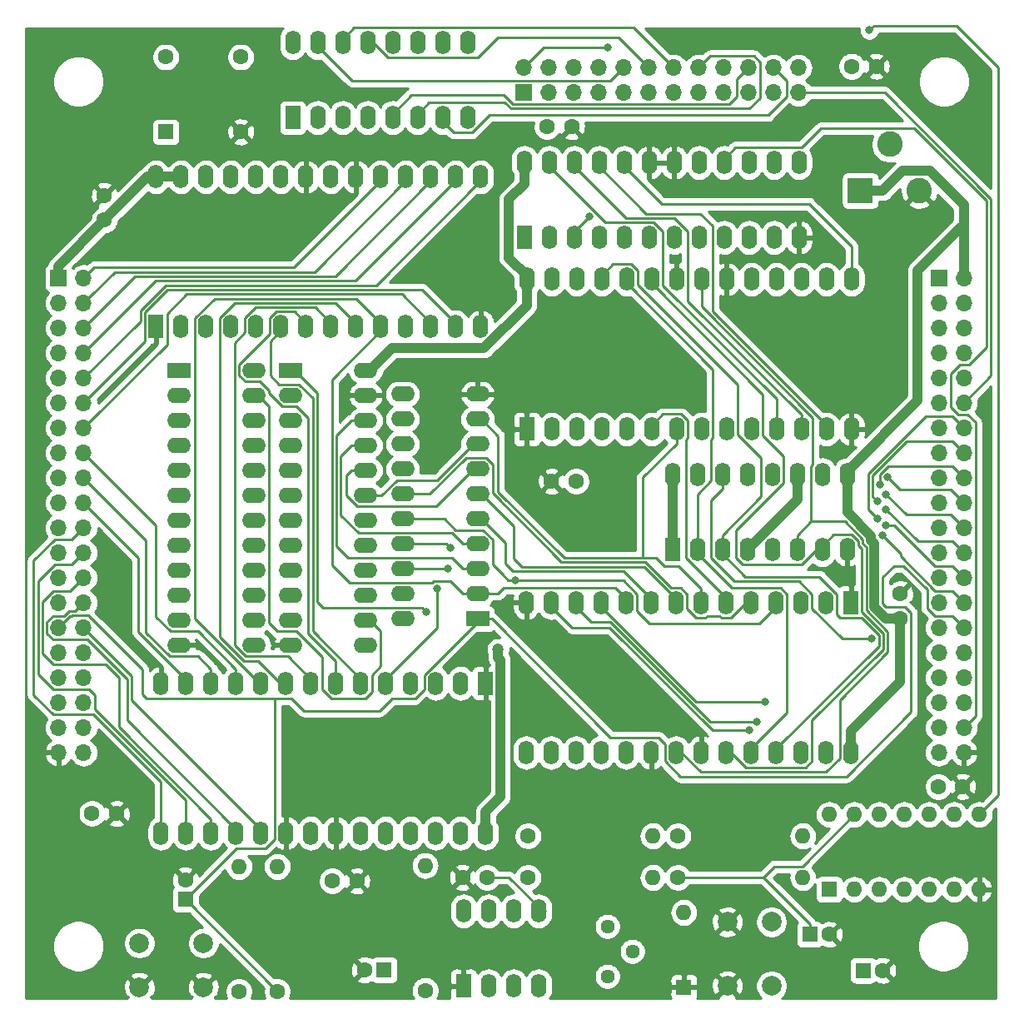
<source format=gbr>
G04 #@! TF.GenerationSoftware,KiCad,Pcbnew,(5.1.4)-1*
G04 #@! TF.CreationDate,2022-04-04T20:40:20-04:00*
G04 #@! TF.ProjectId,Layer1,4c617965-7231-42e6-9b69-6361645f7063,rev?*
G04 #@! TF.SameCoordinates,Original*
G04 #@! TF.FileFunction,Copper,L2,Bot*
G04 #@! TF.FilePolarity,Positive*
%FSLAX46Y46*%
G04 Gerber Fmt 4.6, Leading zero omitted, Abs format (unit mm)*
G04 Created by KiCad (PCBNEW (5.1.4)-1) date 2022-04-04 20:40:20*
%MOMM*%
%LPD*%
G04 APERTURE LIST*
%ADD10O,1.600000X2.400000*%
%ADD11R,1.600000X2.400000*%
%ADD12O,2.400000X1.600000*%
%ADD13R,2.400000X1.600000*%
%ADD14C,1.600000*%
%ADD15R,1.600000X1.600000*%
%ADD16O,1.600000X1.600000*%
%ADD17C,2.000000*%
%ADD18C,1.440000*%
%ADD19C,2.600000*%
%ADD20R,2.600000X2.600000*%
%ADD21O,1.700000X1.700000*%
%ADD22R,1.700000X1.700000*%
%ADD23C,0.800000*%
%ADD24C,1.200000*%
%ADD25C,0.250000*%
%ADD26C,1.000000*%
%ADD27C,0.254000*%
G04 APERTURE END LIST*
D10*
X103441500Y-93472000D03*
X70421500Y-78232000D03*
X100901500Y-93472000D03*
X72961500Y-78232000D03*
X98361500Y-93472000D03*
X75501500Y-78232000D03*
X95821500Y-93472000D03*
X78041500Y-78232000D03*
X93281500Y-93472000D03*
X80581500Y-78232000D03*
X90741500Y-93472000D03*
X83121500Y-78232000D03*
X88201500Y-93472000D03*
X85661500Y-78232000D03*
X85661500Y-93472000D03*
X88201500Y-78232000D03*
X83121500Y-93472000D03*
X90741500Y-78232000D03*
X80581500Y-93472000D03*
X93281500Y-78232000D03*
X78041500Y-93472000D03*
X95821500Y-78232000D03*
X75501500Y-93472000D03*
X98361500Y-78232000D03*
X72961500Y-93472000D03*
X100901500Y-78232000D03*
X70421500Y-93472000D03*
D11*
X103441500Y-78232000D03*
D10*
X70231000Y-33464500D03*
X98171000Y-41084500D03*
X72771000Y-33464500D03*
X95631000Y-41084500D03*
X75311000Y-33464500D03*
X93091000Y-41084500D03*
X77851000Y-33464500D03*
X90551000Y-41084500D03*
X80391000Y-33464500D03*
X88011000Y-41084500D03*
X82931000Y-33464500D03*
X85471000Y-41084500D03*
X85471000Y-33464500D03*
X82931000Y-41084500D03*
X88011000Y-33464500D03*
X80391000Y-41084500D03*
X90551000Y-33464500D03*
X77851000Y-41084500D03*
X93091000Y-33464500D03*
X75311000Y-41084500D03*
X95631000Y-33464500D03*
X72771000Y-41084500D03*
X98171000Y-33464500D03*
D11*
X70231000Y-41084500D03*
D10*
X64058800Y-109575600D03*
X71678800Y-117195600D03*
X66598800Y-109575600D03*
X69138800Y-117195600D03*
X69138800Y-109575600D03*
X66598800Y-117195600D03*
X71678800Y-109575600D03*
D11*
X64058800Y-117195600D03*
D12*
X57848500Y-79883000D03*
X65468500Y-57023000D03*
X57848500Y-77343000D03*
X65468500Y-59563000D03*
X57848500Y-74803000D03*
X65468500Y-62103000D03*
X57848500Y-72263000D03*
X65468500Y-64643000D03*
X57848500Y-69723000D03*
X65468500Y-67183000D03*
X57848500Y-67183000D03*
X65468500Y-69723000D03*
X57848500Y-64643000D03*
X65468500Y-72263000D03*
X57848500Y-62103000D03*
X65468500Y-74803000D03*
X57848500Y-59563000D03*
X65468500Y-77343000D03*
X57848500Y-57023000D03*
D13*
X65468500Y-79883000D03*
D14*
X41402000Y-30353000D03*
X41402000Y-22733000D03*
X33782000Y-22733000D03*
D15*
X33782000Y-30353000D03*
D16*
X101244400Y-99758500D03*
X116484400Y-107378500D03*
X103784400Y-99758500D03*
X113944400Y-107378500D03*
X106324400Y-99758500D03*
X111404400Y-107378500D03*
X108864400Y-99758500D03*
X108864400Y-107378500D03*
X111404400Y-99758500D03*
X106324400Y-107378500D03*
X113944400Y-99758500D03*
X103784400Y-107378500D03*
X116484400Y-99758500D03*
D15*
X101244400Y-107378500D03*
D10*
X66294000Y-101663500D03*
X33274000Y-86423500D03*
X63754000Y-101663500D03*
X35814000Y-86423500D03*
X61214000Y-101663500D03*
X38354000Y-86423500D03*
X58674000Y-101663500D03*
X40894000Y-86423500D03*
X56134000Y-101663500D03*
X43434000Y-86423500D03*
X53594000Y-101663500D03*
X45974000Y-86423500D03*
X51054000Y-101663500D03*
X48514000Y-86423500D03*
X48514000Y-101663500D03*
X51054000Y-86423500D03*
X45974000Y-101663500D03*
X53594000Y-86423500D03*
X43434000Y-101663500D03*
X56134000Y-86423500D03*
X40894000Y-101663500D03*
X58674000Y-86423500D03*
X38354000Y-101663500D03*
X61214000Y-86423500D03*
X35814000Y-101663500D03*
X63754000Y-86423500D03*
X33274000Y-101663500D03*
D11*
X66294000Y-86423500D03*
D12*
X42735500Y-54610000D03*
X35115500Y-82550000D03*
X42735500Y-57150000D03*
X35115500Y-80010000D03*
X42735500Y-59690000D03*
X35115500Y-77470000D03*
X42735500Y-62230000D03*
X35115500Y-74930000D03*
X42735500Y-64770000D03*
X35115500Y-72390000D03*
X42735500Y-67310000D03*
X35115500Y-69850000D03*
X42735500Y-69850000D03*
X35115500Y-67310000D03*
X42735500Y-72390000D03*
X35115500Y-64770000D03*
X42735500Y-74930000D03*
X35115500Y-62230000D03*
X42735500Y-77470000D03*
X35115500Y-59690000D03*
X42735500Y-80010000D03*
X35115500Y-57150000D03*
X42735500Y-82550000D03*
D13*
X35115500Y-54610000D03*
D10*
X32766000Y-34925000D03*
X65786000Y-50165000D03*
X35306000Y-34925000D03*
X63246000Y-50165000D03*
X37846000Y-34925000D03*
X60706000Y-50165000D03*
X40386000Y-34925000D03*
X58166000Y-50165000D03*
X42926000Y-34925000D03*
X55626000Y-50165000D03*
X45466000Y-34925000D03*
X53086000Y-50165000D03*
X48006000Y-34925000D03*
X50546000Y-50165000D03*
X50546000Y-34925000D03*
X48006000Y-50165000D03*
X53086000Y-34925000D03*
X45466000Y-50165000D03*
X55626000Y-34925000D03*
X42926000Y-50165000D03*
X58166000Y-34925000D03*
X40386000Y-50165000D03*
X60706000Y-34925000D03*
X37846000Y-50165000D03*
X63246000Y-34925000D03*
X35306000Y-50165000D03*
X65786000Y-34925000D03*
D11*
X32766000Y-50165000D03*
D12*
X54102000Y-54610000D03*
X46482000Y-82550000D03*
X54102000Y-57150000D03*
X46482000Y-80010000D03*
X54102000Y-59690000D03*
X46482000Y-77470000D03*
X54102000Y-62230000D03*
X46482000Y-74930000D03*
X54102000Y-64770000D03*
X46482000Y-72390000D03*
X54102000Y-67310000D03*
X46482000Y-69850000D03*
X54102000Y-69850000D03*
X46482000Y-67310000D03*
X54102000Y-72390000D03*
X46482000Y-64770000D03*
X54102000Y-74930000D03*
X46482000Y-62230000D03*
X54102000Y-77470000D03*
X46482000Y-59690000D03*
X54102000Y-80010000D03*
X46482000Y-57150000D03*
X54102000Y-82550000D03*
D13*
X46482000Y-54610000D03*
D10*
X85280500Y-65214500D03*
X103060500Y-72834500D03*
X87820500Y-65214500D03*
X100520500Y-72834500D03*
X90360500Y-65214500D03*
X97980500Y-72834500D03*
X92900500Y-65214500D03*
X95440500Y-72834500D03*
X95440500Y-65214500D03*
X92900500Y-72834500D03*
X97980500Y-65214500D03*
X90360500Y-72834500D03*
X100520500Y-65214500D03*
X87820500Y-72834500D03*
X103060500Y-65214500D03*
D11*
X85280500Y-72834500D03*
D10*
X70485000Y-45339000D03*
X103505000Y-60579000D03*
X73025000Y-45339000D03*
X100965000Y-60579000D03*
X75565000Y-45339000D03*
X98425000Y-60579000D03*
X78105000Y-45339000D03*
X95885000Y-60579000D03*
X80645000Y-45339000D03*
X93345000Y-60579000D03*
X83185000Y-45339000D03*
X90805000Y-60579000D03*
X85725000Y-45339000D03*
X88265000Y-60579000D03*
X88265000Y-45339000D03*
X85725000Y-60579000D03*
X90805000Y-45339000D03*
X83185000Y-60579000D03*
X93345000Y-45339000D03*
X80645000Y-60579000D03*
X95885000Y-45339000D03*
X78105000Y-60579000D03*
X98425000Y-45339000D03*
X75565000Y-60579000D03*
X100965000Y-45339000D03*
X73025000Y-60579000D03*
X103505000Y-45339000D03*
D11*
X70485000Y-60579000D03*
D16*
X86461600Y-109728000D03*
D15*
X86461600Y-117348000D03*
D17*
X90881200Y-110695600D03*
X95381200Y-110695600D03*
X90881200Y-117195600D03*
X95381200Y-117195600D03*
X31092000Y-117348000D03*
X31092000Y-112848000D03*
X37592000Y-117348000D03*
X37592000Y-112848000D03*
D18*
X78689200Y-116230400D03*
X81229200Y-113690400D03*
X78689200Y-111150400D03*
D16*
X83312000Y-101955600D03*
D14*
X70612000Y-101955600D03*
D16*
X98552000Y-106172000D03*
D14*
X85852000Y-106172000D03*
D16*
X83312000Y-106172000D03*
D14*
X70612000Y-106172000D03*
D16*
X98552000Y-101955600D03*
D14*
X85852000Y-101955600D03*
D16*
X60147200Y-104952800D03*
D14*
X60147200Y-117652800D03*
D16*
X45110400Y-105054400D03*
D14*
X45110400Y-117754400D03*
D16*
X41198800Y-105054400D03*
D14*
X41198800Y-117754400D03*
D19*
X107394000Y-31622000D03*
X110394000Y-36322000D03*
D20*
X104394000Y-36322000D03*
D21*
X98107500Y-23812500D03*
X98107500Y-26352500D03*
X95567500Y-23812500D03*
X95567500Y-26352500D03*
X93027500Y-23812500D03*
X93027500Y-26352500D03*
X90487500Y-23812500D03*
X90487500Y-26352500D03*
X87947500Y-23812500D03*
X87947500Y-26352500D03*
X85407500Y-23812500D03*
X85407500Y-26352500D03*
X82867500Y-23812500D03*
X82867500Y-26352500D03*
X80327500Y-23812500D03*
X80327500Y-26352500D03*
X77787500Y-23812500D03*
X77787500Y-26352500D03*
X75247500Y-23812500D03*
X75247500Y-26352500D03*
X72707500Y-23812500D03*
X72707500Y-26352500D03*
X70167500Y-23812500D03*
D22*
X70167500Y-26352500D03*
D21*
X114935000Y-93472000D03*
X112395000Y-93472000D03*
X114935000Y-90932000D03*
X112395000Y-90932000D03*
X114935000Y-88392000D03*
X112395000Y-88392000D03*
X114935000Y-85852000D03*
X112395000Y-85852000D03*
X114935000Y-83312000D03*
X112395000Y-83312000D03*
X114935000Y-80772000D03*
X112395000Y-80772000D03*
X114935000Y-78232000D03*
X112395000Y-78232000D03*
X114935000Y-75692000D03*
X112395000Y-75692000D03*
X114935000Y-73152000D03*
X112395000Y-73152000D03*
X114935000Y-70612000D03*
X112395000Y-70612000D03*
X114935000Y-68072000D03*
X112395000Y-68072000D03*
X114935000Y-65532000D03*
X112395000Y-65532000D03*
X114935000Y-62992000D03*
X112395000Y-62992000D03*
X114935000Y-60452000D03*
X112395000Y-60452000D03*
X114935000Y-57912000D03*
X112395000Y-57912000D03*
X114935000Y-55372000D03*
X112395000Y-55372000D03*
X114935000Y-52832000D03*
X112395000Y-52832000D03*
X114935000Y-50292000D03*
X112395000Y-50292000D03*
X114935000Y-47752000D03*
X112395000Y-47752000D03*
X114935000Y-45212000D03*
D22*
X112395000Y-45212000D03*
D21*
X25400000Y-93472000D03*
X22860000Y-93472000D03*
X25400000Y-90932000D03*
X22860000Y-90932000D03*
X25400000Y-88392000D03*
X22860000Y-88392000D03*
X25400000Y-85852000D03*
X22860000Y-85852000D03*
X25400000Y-83312000D03*
X22860000Y-83312000D03*
X25400000Y-80772000D03*
X22860000Y-80772000D03*
X25400000Y-78232000D03*
X22860000Y-78232000D03*
X25400000Y-75692000D03*
X22860000Y-75692000D03*
X25400000Y-73152000D03*
X22860000Y-73152000D03*
X25400000Y-70612000D03*
X22860000Y-70612000D03*
X25400000Y-68072000D03*
X22860000Y-68072000D03*
X25400000Y-65532000D03*
X22860000Y-65532000D03*
X25400000Y-62992000D03*
X22860000Y-62992000D03*
X25400000Y-60452000D03*
X22860000Y-60452000D03*
X25400000Y-57912000D03*
X22860000Y-57912000D03*
X25400000Y-55372000D03*
X22860000Y-55372000D03*
X25400000Y-52832000D03*
X22860000Y-52832000D03*
X25400000Y-50292000D03*
X22860000Y-50292000D03*
X25400000Y-47752000D03*
X22860000Y-47752000D03*
X25400000Y-45212000D03*
D22*
X22860000Y-45212000D03*
D10*
X46672500Y-21272500D03*
X64452500Y-28892500D03*
X49212500Y-21272500D03*
X61912500Y-28892500D03*
X51752500Y-21272500D03*
X59372500Y-28892500D03*
X54292500Y-21272500D03*
X56832500Y-28892500D03*
X56832500Y-21272500D03*
X54292500Y-28892500D03*
X59372500Y-21272500D03*
X51752500Y-28892500D03*
X61912500Y-21272500D03*
X49212500Y-28892500D03*
X64452500Y-21272500D03*
D11*
X46672500Y-28892500D03*
D14*
X28763600Y-99669600D03*
X26263600Y-99669600D03*
X53198400Y-106527600D03*
X50698400Y-106527600D03*
X106698800Y-115620800D03*
D15*
X104698800Y-115620800D03*
D14*
X101263200Y-111963200D03*
D15*
X99263200Y-111963200D03*
D14*
X114818800Y-96926400D03*
X112318800Y-96926400D03*
X75042400Y-29819600D03*
X72542400Y-29819600D03*
X106030400Y-23672800D03*
X103530400Y-23672800D03*
X72988800Y-65887600D03*
X75488800Y-65887600D03*
X27533600Y-36819200D03*
X27533600Y-39319200D03*
X108432600Y-77306800D03*
X108432600Y-79806800D03*
X53981600Y-115570000D03*
D15*
X55981600Y-115570000D03*
D14*
X63946400Y-106172000D03*
X66446400Y-106172000D03*
X35763200Y-106407200D03*
D15*
X35763200Y-108407200D03*
D23*
X105562400Y-81889600D03*
D24*
X67564000Y-82981800D03*
D23*
X93116400Y-91211400D03*
X93903800Y-90373200D03*
X94716600Y-88315800D03*
X62458600Y-74803000D03*
X106629200Y-71399400D03*
X62687200Y-72644000D03*
X106984800Y-70358000D03*
X107035600Y-68732400D03*
X107016720Y-67189520D03*
X107188000Y-65481200D03*
X106375200Y-66243200D03*
X106121200Y-67919600D03*
X106121200Y-69646800D03*
X60299600Y-79197200D03*
X76835000Y-38989000D03*
X78740000Y-21793200D03*
X105308400Y-20015200D03*
X61366400Y-76758800D03*
X69342000Y-75946000D03*
D25*
X35763200Y-108407200D02*
X45110400Y-117754400D01*
X44848990Y-87969630D02*
X44870110Y-87948510D01*
X44848990Y-102239514D02*
X44848990Y-87969630D01*
X43899994Y-103188510D02*
X44848990Y-102239514D01*
X40981890Y-103188510D02*
X43899994Y-103188510D01*
X35763200Y-108407200D02*
X40981890Y-103188510D01*
X65468500Y-80177996D02*
X65468500Y-79883000D01*
X60088990Y-85557506D02*
X65468500Y-80177996D01*
X60088990Y-86999514D02*
X60088990Y-85557506D01*
X59139994Y-87948510D02*
X60088990Y-86999514D01*
X59139994Y-87948510D02*
X56780690Y-87948510D01*
X56780690Y-87948510D02*
X55524400Y-89204800D01*
X47802800Y-89204800D02*
X46546510Y-87948510D01*
X55524400Y-89204800D02*
X47802800Y-89204800D01*
X44870110Y-87948510D02*
X46546510Y-87948510D01*
X90360500Y-66664500D02*
X90360500Y-65214500D01*
X89235490Y-67789510D02*
X90360500Y-66664500D01*
X89235490Y-73700494D02*
X89235490Y-67789510D01*
X99486510Y-77366006D02*
X98160914Y-76040410D01*
X99486510Y-78808014D02*
X99486510Y-77366006D01*
X91575406Y-76040410D02*
X89235490Y-73700494D01*
X102568096Y-81889600D02*
X99486510Y-78808014D01*
X98160914Y-76040410D02*
X91575406Y-76040410D01*
X105562400Y-81889600D02*
X102568096Y-81889600D01*
X112020997Y-79596999D02*
X113759999Y-79596999D01*
X111219999Y-78796001D02*
X112020997Y-79596999D01*
X111219999Y-76892411D02*
X111219999Y-78796001D01*
X84536490Y-94337994D02*
X86095526Y-95897030D01*
X84536490Y-92606006D02*
X84536490Y-94337994D01*
X114085001Y-79922001D02*
X114935000Y-80772000D01*
X66918500Y-79883000D02*
X78982490Y-91946990D01*
X78982490Y-91946990D02*
X83877474Y-91946990D01*
X109557601Y-89346903D02*
X109557601Y-79266799D01*
X113759999Y-79596999D02*
X114085001Y-79922001D01*
X65468500Y-79883000D02*
X66918500Y-79883000D01*
X83877474Y-91946990D02*
X84536490Y-92606006D01*
X106666531Y-75629269D02*
X107823000Y-74472800D01*
X86095526Y-95897030D02*
X103007474Y-95897030D01*
X109557601Y-79266799D02*
X108972601Y-78681799D01*
X108972601Y-78681799D02*
X107033901Y-78681799D01*
X106666531Y-78314429D02*
X106666531Y-75629269D01*
X103007474Y-95897030D02*
X109557601Y-89346903D01*
X107823000Y-74472800D02*
X108800388Y-74472800D01*
X107033901Y-78681799D02*
X106666531Y-78314429D01*
X108800388Y-74472800D02*
X111219999Y-76892411D01*
X31775512Y-87948510D02*
X44870110Y-87948510D01*
X22860000Y-80772000D02*
X24035001Y-79596999D01*
X24035001Y-79596999D02*
X24212801Y-79596999D01*
X31369000Y-87541998D02*
X31775512Y-87948510D01*
X24212801Y-79596999D02*
X24277791Y-79532009D01*
X24277791Y-79532009D02*
X25899011Y-79532009D01*
X25899011Y-79532009D02*
X31369000Y-85001998D01*
X31369000Y-85001998D02*
X31369000Y-87541998D01*
X72390000Y-109575600D02*
X71678800Y-109575600D01*
X67577770Y-106172000D02*
X66446400Y-106172000D01*
X68675200Y-106172000D02*
X67577770Y-106172000D01*
X71678800Y-109175600D02*
X68675200Y-106172000D01*
X71678800Y-109575600D02*
X71678800Y-109175600D01*
D26*
X35306000Y-34925000D02*
X32766000Y-34925000D01*
X70485000Y-44939000D02*
X70485000Y-45339000D01*
X68685000Y-43139000D02*
X70485000Y-44939000D01*
X68685000Y-37210500D02*
X68685000Y-43139000D01*
X70231000Y-35664500D02*
X68685000Y-37210500D01*
X70231000Y-33464500D02*
X70231000Y-35664500D01*
X54502000Y-54610000D02*
X54102000Y-54610000D01*
X70485000Y-45339000D02*
X70485000Y-47987334D01*
X70485000Y-47987334D02*
X66144967Y-52327367D01*
X66144967Y-52327367D02*
X58467433Y-52327367D01*
X58467433Y-52327367D02*
X58464066Y-52324000D01*
X58464066Y-52324000D02*
X56788000Y-52324000D01*
X56788000Y-52324000D02*
X54502000Y-54610000D01*
X106694000Y-36322000D02*
X104394000Y-36322000D01*
X108694001Y-34321999D02*
X106694000Y-36322000D01*
X111487199Y-34321999D02*
X108694001Y-34321999D01*
X114935000Y-37769800D02*
X111487199Y-34321999D01*
X97980500Y-67754500D02*
X97980500Y-65214500D01*
X92900500Y-72834500D02*
X97980500Y-67754500D01*
X85280500Y-65214500D02*
X85280500Y-72834500D01*
X114616598Y-40030400D02*
X114935000Y-40030400D01*
X110223790Y-57651210D02*
X110223790Y-44423208D01*
X103060500Y-64814500D02*
X110223790Y-57651210D01*
X103060500Y-65214500D02*
X103060500Y-64814500D01*
X110223790Y-44423208D02*
X114616598Y-40030400D01*
X114935000Y-45212000D02*
X114935000Y-40030400D01*
X114935000Y-40030400D02*
X114935000Y-37769800D01*
X103060500Y-69040346D02*
X105460800Y-71440646D01*
X103060500Y-65214500D02*
X103060500Y-69040346D01*
X108432600Y-86280900D02*
X108432600Y-79806800D01*
X103441500Y-93472000D02*
X103441500Y-91272000D01*
X103441500Y-91272000D02*
X108432600Y-86280900D01*
X105460800Y-71859002D02*
X105460800Y-71440646D01*
X108432600Y-79806800D02*
X106992162Y-79806800D01*
X105841521Y-72239723D02*
X105460800Y-71859002D01*
X105841521Y-78656159D02*
X105841521Y-72239723D01*
X106992162Y-79806800D02*
X105841521Y-78656159D01*
X66294000Y-99463500D02*
X66294000Y-101663500D01*
X67794001Y-97963499D02*
X66294000Y-99463500D01*
X67794001Y-84060329D02*
X67794001Y-97963499D01*
X67564000Y-83830328D02*
X67794001Y-84060329D01*
X67564000Y-82981800D02*
X67564000Y-83830328D01*
X22860000Y-43992800D02*
X27533600Y-39319200D01*
X22860000Y-45212000D02*
X22860000Y-43992800D01*
X31927800Y-34925000D02*
X27533600Y-39319200D01*
X32766000Y-34925000D02*
X31927800Y-34925000D01*
D25*
X86983370Y-106172000D02*
X85852000Y-106172000D01*
X94522000Y-106172000D02*
X86983370Y-106172000D01*
X99263200Y-110913200D02*
X94522000Y-106172000D01*
X99263200Y-111963200D02*
X99263200Y-110913200D01*
X94522000Y-106172000D02*
X95647001Y-105046999D01*
X98495901Y-105046999D02*
X103784400Y-99758500D01*
X97035401Y-105046999D02*
X98495901Y-105046999D01*
X95647001Y-105046999D02*
X97035401Y-105046999D01*
X79477501Y-24662499D02*
X80327500Y-23812500D01*
X78994000Y-25146000D02*
X79477501Y-24662499D01*
X52686000Y-25146000D02*
X78994000Y-25146000D01*
X49212500Y-21672500D02*
X52686000Y-25146000D01*
X49212500Y-21272500D02*
X49212500Y-21672500D01*
X61912500Y-29292500D02*
X61912500Y-28892500D01*
X63037510Y-30417510D02*
X61912500Y-29292500D01*
X95567500Y-23812500D02*
X96932499Y-25177499D01*
X96932499Y-25177499D02*
X96932499Y-26726503D01*
X96932499Y-26726503D02*
X95027301Y-28631701D01*
X95027301Y-28631701D02*
X66704303Y-28631701D01*
X66704303Y-28631701D02*
X64918494Y-30417510D01*
X64918494Y-30417510D02*
X63037510Y-30417510D01*
X84557501Y-22962501D02*
X85407500Y-23812500D01*
X81342490Y-19747490D02*
X84557501Y-22962501D01*
X52877510Y-19747490D02*
X81342490Y-19747490D01*
X51752500Y-20872500D02*
X52877510Y-19747490D01*
X51752500Y-21272500D02*
X51752500Y-20872500D01*
X88797499Y-22962501D02*
X87947500Y-23812500D01*
X89122501Y-22637499D02*
X88797499Y-22962501D01*
X93591501Y-22637499D02*
X89122501Y-22637499D01*
X94202501Y-23248499D02*
X93591501Y-22637499D01*
X94202501Y-26916501D02*
X94202501Y-23248499D01*
X93141491Y-27977511D02*
X94202501Y-26916501D01*
X68871099Y-27977511D02*
X93141491Y-27977511D01*
X68261078Y-27367490D02*
X68871099Y-27977511D01*
X60497510Y-27367490D02*
X68261078Y-27367490D01*
X59372500Y-28492500D02*
X60497510Y-27367490D01*
X59372500Y-28892500D02*
X59372500Y-28492500D01*
X54841496Y-21272500D02*
X56366506Y-22797510D01*
X54292500Y-21272500D02*
X54841496Y-21272500D01*
X56366506Y-22797510D02*
X65492890Y-22797510D01*
X65492890Y-22797510D02*
X67513200Y-20777200D01*
X79832200Y-20777200D02*
X82867500Y-23812500D01*
X67513200Y-20777200D02*
X79832200Y-20777200D01*
X92177501Y-24662499D02*
X93027500Y-23812500D01*
X91852499Y-24987501D02*
X92177501Y-24662499D01*
X91852499Y-26726503D02*
X91852499Y-24987501D01*
X91051501Y-27527501D02*
X91852499Y-26726503D01*
X69057499Y-27527501D02*
X91051501Y-27527501D01*
X68136498Y-26606500D02*
X69057499Y-27527501D01*
X58718500Y-26606500D02*
X68136498Y-26606500D01*
X56832500Y-28492500D02*
X58718500Y-26606500D01*
X56832500Y-28892500D02*
X56832500Y-28492500D01*
X72961500Y-78232000D02*
X72961500Y-78632000D01*
X75101500Y-80772000D02*
X78908680Y-80772000D01*
X72961500Y-78632000D02*
X75101500Y-80772000D01*
X89348080Y-91211400D02*
X93116400Y-91211400D01*
X78908680Y-80772000D02*
X89348080Y-91211400D01*
X75501500Y-78232000D02*
X75501500Y-78632000D01*
X93903800Y-90373200D02*
X93903800Y-90373200D01*
X75501500Y-78632000D02*
X77057300Y-80187800D01*
X89146290Y-90373200D02*
X90297000Y-90373200D01*
X78960890Y-80187800D02*
X89146290Y-90373200D01*
X77057300Y-80187800D02*
X78960890Y-80187800D01*
X90297000Y-90373200D02*
X93903800Y-90373200D01*
X78041500Y-78632000D02*
X87725300Y-88315800D01*
X78041500Y-78232000D02*
X78041500Y-78632000D01*
X87725300Y-88315800D02*
X94716600Y-88315800D01*
X94716600Y-88315800D02*
X94716600Y-88315800D01*
X43434000Y-101263500D02*
X30289500Y-88119000D01*
X43434000Y-101663500D02*
X43434000Y-101263500D01*
X30289500Y-85661500D02*
X25400000Y-80772000D01*
X30289500Y-88119000D02*
X30289500Y-85661500D01*
X24550001Y-79081999D02*
X25400000Y-78232000D01*
X23913591Y-79081999D02*
X24550001Y-79081999D01*
X23430090Y-79565500D02*
X23913591Y-79081999D01*
X22327498Y-79565500D02*
X23430090Y-79565500D01*
X21684999Y-80207999D02*
X22327498Y-79565500D01*
X21684999Y-81336001D02*
X21684999Y-80207999D01*
X22295999Y-81947001D02*
X21684999Y-81336001D01*
X25774003Y-81947001D02*
X22295999Y-81947001D01*
X29839490Y-86012488D02*
X25774003Y-81947001D01*
X29839490Y-90208990D02*
X29839490Y-86012488D01*
X40894000Y-101263500D02*
X29839490Y-90208990D01*
X40894000Y-101663500D02*
X40894000Y-101263500D01*
X57848500Y-74803000D02*
X62103000Y-74803000D01*
X62103000Y-74803000D02*
X62458600Y-74803000D01*
X62458600Y-74803000D02*
X62458600Y-74803000D01*
X114085001Y-77382001D02*
X114935000Y-78232000D01*
X113759999Y-77056999D02*
X114085001Y-77382001D01*
X112020997Y-77056999D02*
X113759999Y-77056999D01*
X108490199Y-73260399D02*
X106629200Y-71399400D01*
X108490199Y-73526201D02*
X108490199Y-73260399D01*
X108490199Y-73526201D02*
X112020997Y-77056999D01*
X38354000Y-100213500D02*
X29019500Y-90879000D01*
X38354000Y-101663500D02*
X38354000Y-100213500D01*
X24550001Y-76541999D02*
X25400000Y-75692000D01*
X24035001Y-77056999D02*
X24550001Y-76541999D01*
X22295999Y-77056999D02*
X24035001Y-77056999D01*
X21234990Y-78118008D02*
X22295999Y-77056999D01*
X21234990Y-83425992D02*
X21234990Y-78118008D01*
X22295999Y-84487001D02*
X21234990Y-83425992D01*
X27677593Y-84487001D02*
X22295999Y-84487001D01*
X29019500Y-85828908D02*
X27677593Y-84487001D01*
X29019500Y-90879000D02*
X29019500Y-85828908D01*
X57848500Y-72263000D02*
X62153800Y-72263000D01*
X62153800Y-72263000D02*
X62306200Y-72263000D01*
X62306200Y-72263000D02*
X62687200Y-72644000D01*
X62687200Y-72644000D02*
X62687200Y-72644000D01*
X114085001Y-74842001D02*
X114935000Y-75692000D01*
X113759999Y-74516999D02*
X114085001Y-74842001D01*
X112020997Y-74516999D02*
X113759999Y-74516999D01*
X107861998Y-70358000D02*
X106984800Y-70358000D01*
X108159999Y-70656001D02*
X107861998Y-70358000D01*
X108159999Y-70656001D02*
X112020997Y-74516999D01*
X24550001Y-74001999D02*
X25400000Y-73152000D01*
X24224999Y-74327001D02*
X24550001Y-74001999D01*
X22485997Y-74327001D02*
X24224999Y-74327001D01*
X20784981Y-76028017D02*
X22485997Y-74327001D01*
X20784981Y-85515983D02*
X20784981Y-76028017D01*
X22295999Y-87027001D02*
X20784981Y-85515983D01*
X25964001Y-87027001D02*
X22295999Y-87027001D01*
X26575001Y-87638001D02*
X25964001Y-87027001D01*
X26575001Y-89070911D02*
X26575001Y-87638001D01*
X35814000Y-98309910D02*
X26575001Y-89070911D01*
X35814000Y-101663500D02*
X35814000Y-98309910D01*
X114085001Y-72302001D02*
X114935000Y-73152000D01*
X113759999Y-71976999D02*
X114085001Y-72302001D01*
X110280199Y-71976999D02*
X113759999Y-71976999D01*
X107035600Y-68732400D02*
X110280199Y-71976999D01*
X24550001Y-71461999D02*
X25400000Y-70612000D01*
X24224999Y-71787001D02*
X24550001Y-71461999D01*
X22485997Y-71787001D02*
X24224999Y-71787001D01*
X20334972Y-73938026D02*
X22485997Y-71787001D01*
X20334972Y-87605974D02*
X20334972Y-73938026D01*
X22295999Y-89567001D02*
X20334972Y-87605974D01*
X26434681Y-89567001D02*
X22295999Y-89567001D01*
X33274000Y-96406320D02*
X26434681Y-89567001D01*
X33274000Y-101663500D02*
X33274000Y-96406320D01*
X114085001Y-69762001D02*
X114935000Y-70612000D01*
X113570001Y-69247001D02*
X114085001Y-69762001D01*
X109074201Y-69247001D02*
X113570001Y-69247001D01*
X107016720Y-67189520D02*
X109074201Y-69247001D01*
X35814000Y-86023500D02*
X30988000Y-81197500D01*
X35814000Y-86423500D02*
X35814000Y-86023500D01*
X30988000Y-73660000D02*
X25400000Y-68072000D01*
X30988000Y-81197500D02*
X30988000Y-73660000D01*
X65068500Y-62103000D02*
X65468500Y-62103000D01*
X61403490Y-65768010D02*
X65068500Y-62103000D01*
X57272486Y-65768010D02*
X61403490Y-65768010D01*
X55730496Y-67310000D02*
X57272486Y-65768010D01*
X54102000Y-67310000D02*
X55730496Y-67310000D01*
X114085001Y-67222001D02*
X114935000Y-68072000D01*
X113570001Y-66707001D02*
X114085001Y-67222001D01*
X108413801Y-66707001D02*
X113570001Y-66707001D01*
X107188000Y-65481200D02*
X108413801Y-66707001D01*
X34145010Y-83675010D02*
X31750000Y-81280000D01*
X37055510Y-83675010D02*
X34145010Y-83675010D01*
X38354000Y-86423500D02*
X38354000Y-84973500D01*
X38354000Y-84973500D02*
X37055510Y-83675010D01*
X31750000Y-71882000D02*
X25400000Y-65532000D01*
X31750000Y-81280000D02*
X31750000Y-71882000D01*
X52652000Y-64770000D02*
X52133500Y-65288500D01*
X54102000Y-64770000D02*
X52652000Y-64770000D01*
X65068500Y-64643000D02*
X65468500Y-64643000D01*
X61276490Y-68435010D02*
X65068500Y-64643000D01*
X53236006Y-68435010D02*
X61276490Y-68435010D01*
X52133500Y-67332504D02*
X53236006Y-68435010D01*
X52133500Y-65288500D02*
X52133500Y-67332504D01*
X114085001Y-64682001D02*
X114935000Y-65532000D01*
X113759999Y-64356999D02*
X114085001Y-64682001D01*
X107239199Y-64356999D02*
X113759999Y-64356999D01*
X106375200Y-65220998D02*
X107239199Y-64356999D01*
X106375200Y-66243200D02*
X106375200Y-65220998D01*
X34249506Y-81135010D02*
X32766000Y-79651504D01*
X37055510Y-81135010D02*
X34249506Y-81135010D01*
X40894000Y-86423500D02*
X40894000Y-84973500D01*
X40894000Y-84973500D02*
X37055510Y-81135010D01*
X32766000Y-70358000D02*
X25400000Y-62992000D01*
X32766000Y-79651504D02*
X32766000Y-70358000D01*
X52652000Y-62230000D02*
X51567510Y-63314490D01*
X54102000Y-62230000D02*
X52652000Y-62230000D01*
X64018500Y-72263000D02*
X65468500Y-72263000D01*
X62893490Y-71137990D02*
X64018500Y-72263000D01*
X53398986Y-71137990D02*
X62893490Y-71137990D01*
X51567510Y-69306514D02*
X53398986Y-71137990D01*
X51567510Y-63314490D02*
X51567510Y-69306514D01*
X114085001Y-62142001D02*
X114935000Y-62992000D01*
X113759999Y-61816999D02*
X114085001Y-62142001D01*
X109142789Y-61816999D02*
X113759999Y-61816999D01*
X105650199Y-65309589D02*
X109142789Y-61816999D01*
X105650199Y-67448599D02*
X105650199Y-65309589D01*
X106121200Y-67919600D02*
X105650199Y-67448599D01*
X26249999Y-44362001D02*
X25400000Y-45212000D01*
X26472108Y-44139892D02*
X26249999Y-44362001D01*
X46811108Y-44139892D02*
X26472108Y-44139892D01*
X55626000Y-35325000D02*
X46811108Y-44139892D01*
X55626000Y-34925000D02*
X55626000Y-35325000D01*
X114085001Y-59602001D02*
X114935000Y-60452000D01*
X113759999Y-59276999D02*
X114085001Y-59602001D01*
X111046379Y-59276999D02*
X113759999Y-59276999D01*
X105200190Y-65123188D02*
X111046379Y-59276999D01*
X105200189Y-68725789D02*
X105200190Y-65123188D01*
X106121200Y-69646800D02*
X105200189Y-68725789D01*
X64018500Y-74803000D02*
X65468500Y-74803000D01*
X54102000Y-59690000D02*
X52652000Y-59690000D01*
X52652000Y-59690000D02*
X51117500Y-61224500D01*
X51117500Y-61224500D02*
X51117500Y-72453500D01*
X51117500Y-72453500D02*
X52341990Y-73677990D01*
X52341990Y-73677990D02*
X62893490Y-73677990D01*
X62893490Y-73677990D02*
X64018500Y-74803000D01*
X26249999Y-46902001D02*
X25400000Y-47752000D01*
X28562098Y-44589902D02*
X26249999Y-46902001D01*
X48901098Y-44589902D02*
X28562098Y-44589902D01*
X58166000Y-35325000D02*
X48901098Y-44589902D01*
X58166000Y-34925000D02*
X58166000Y-35325000D01*
X95440500Y-73234500D02*
X95440500Y-72834500D01*
X46482000Y-54610000D02*
X46882000Y-54610000D01*
X46882000Y-54610000D02*
X49160020Y-56888020D01*
X49160020Y-77862020D02*
X49160020Y-78065220D01*
X49160020Y-56888020D02*
X49160020Y-77862020D01*
X49160020Y-78144780D02*
X49755240Y-78740000D01*
X49160020Y-77862020D02*
X49160020Y-78144780D01*
X59899601Y-78797201D02*
X60299600Y-79197200D01*
X59860390Y-78757990D02*
X59899601Y-78797201D01*
X57015590Y-78757990D02*
X59860390Y-78757990D01*
X56997600Y-78740000D02*
X57015590Y-78757990D01*
X49755240Y-78740000D02*
X56997600Y-78740000D01*
X99309581Y-26352500D02*
X98107500Y-26352500D01*
X106870500Y-26352500D02*
X99309581Y-26352500D01*
X117703600Y-37185600D02*
X106870500Y-26352500D01*
X114935000Y-57912000D02*
X117703600Y-55143400D01*
X117703600Y-55143400D02*
X117703600Y-37185600D01*
X26249999Y-49442001D02*
X25400000Y-50292000D01*
X30652088Y-45039912D02*
X26249999Y-49442001D01*
X50991088Y-45039912D02*
X30652088Y-45039912D01*
X60706000Y-35325000D02*
X50991088Y-45039912D01*
X60706000Y-34925000D02*
X60706000Y-35325000D01*
X26249999Y-51982001D02*
X25400000Y-52832000D01*
X32742079Y-45489921D02*
X26249999Y-51982001D01*
X53081079Y-45489921D02*
X32742079Y-45489921D01*
X63246000Y-35325000D02*
X53081079Y-45489921D01*
X63246000Y-34925000D02*
X63246000Y-35325000D01*
X33769657Y-45939931D02*
X31190989Y-48518599D01*
X55171069Y-45939931D02*
X33769657Y-45939931D01*
X65786000Y-34925000D02*
X65786000Y-35325000D01*
X65786000Y-35325000D02*
X55171069Y-45939931D01*
X31190989Y-49581011D02*
X25400000Y-55372000D01*
X31190989Y-48518599D02*
X31190989Y-49581011D01*
X33956058Y-46389940D02*
X31640999Y-48704999D01*
X59870940Y-46389940D02*
X33956058Y-46389940D01*
X63246000Y-50165000D02*
X63246000Y-49765000D01*
X63246000Y-49765000D02*
X59870940Y-46389940D01*
X31640999Y-51671001D02*
X25400000Y-57912000D01*
X31640999Y-48704999D02*
X31640999Y-51671001D01*
X75311000Y-40513000D02*
X75311000Y-41084500D01*
X76835000Y-38989000D02*
X75311000Y-40513000D01*
X26249999Y-59602001D02*
X25400000Y-60452000D01*
X33891001Y-51960999D02*
X26249999Y-59602001D01*
X33891001Y-48836799D02*
X33891001Y-51960999D01*
X35887850Y-46839950D02*
X33891001Y-48836799D01*
X57780950Y-46839950D02*
X35887850Y-46839950D01*
X60706000Y-49765000D02*
X57780950Y-46839950D01*
X60706000Y-50165000D02*
X60706000Y-49765000D01*
X114370999Y-59087001D02*
X115322601Y-59087001D01*
X113588800Y-54979198D02*
X113588800Y-58304802D01*
X113588800Y-58304802D02*
X114370999Y-59087001D01*
X115499001Y-54007001D02*
X114560997Y-54007001D01*
X116110001Y-59874401D02*
X116110001Y-89756999D01*
X117253590Y-52252412D02*
X115499001Y-54007001D01*
X117253590Y-37372000D02*
X117253590Y-52252412D01*
X90551000Y-33464500D02*
X90551000Y-33064500D01*
X91676010Y-31939490D02*
X98464110Y-31939490D01*
X115322601Y-59087001D02*
X116110001Y-59874401D01*
X98464110Y-31939490D02*
X100406601Y-29996999D01*
X90551000Y-33064500D02*
X91676010Y-31939490D01*
X100406601Y-29996999D02*
X109878589Y-29996999D01*
X116110001Y-89756999D02*
X114935000Y-90932000D01*
X114560997Y-54007001D02*
X113588800Y-54979198D01*
X109878589Y-29996999D02*
X117253590Y-37372000D01*
X70167500Y-23812500D02*
X72186800Y-21793200D01*
X72186800Y-21793200D02*
X78740000Y-21793200D01*
X78740000Y-21793200D02*
X78740000Y-21793200D01*
X105308400Y-20015200D02*
X105308400Y-20015200D01*
X105796590Y-19527010D02*
X105308400Y-20015200D01*
X114218210Y-19527010D02*
X105796590Y-19527010D01*
X118458490Y-23767290D02*
X114218210Y-19527010D01*
X116484400Y-99758500D02*
X118458490Y-97784410D01*
X118458490Y-97784410D02*
X118458490Y-23767290D01*
X100965000Y-60179000D02*
X100965000Y-60579000D01*
X89407600Y-48621600D02*
X100965000Y-60179000D01*
X77851000Y-33464500D02*
X77851000Y-33864500D01*
X77851000Y-33864500D02*
X82645971Y-38659471D01*
X82645971Y-38659471D02*
X88137329Y-38659471D01*
X88137329Y-38659471D02*
X89390010Y-39912152D01*
X89390010Y-39912152D02*
X89390010Y-48621600D01*
X89390010Y-48621600D02*
X89407600Y-48621600D01*
X75311000Y-33464500D02*
X75311000Y-33864500D01*
X75311000Y-33864500D02*
X80555981Y-39109481D01*
X98425000Y-59129000D02*
X98425000Y-60579000D01*
X80555981Y-39109481D02*
X85486985Y-39109481D01*
X85486985Y-39109481D02*
X86885990Y-40508486D01*
X86885990Y-40508486D02*
X86885990Y-47589990D01*
X86885990Y-47589990D02*
X98425000Y-59129000D01*
X81110994Y-43813990D02*
X79230010Y-43813990D01*
X79230010Y-43813990D02*
X78105000Y-44939000D01*
X81770010Y-44473006D02*
X81110994Y-43813990D01*
X81770010Y-45915014D02*
X81770010Y-44473006D01*
X90360500Y-72834500D02*
X90360500Y-71384500D01*
X78105000Y-44939000D02*
X78105000Y-45339000D01*
X90360500Y-71384500D02*
X94315490Y-67429510D01*
X94315490Y-67429510D02*
X94315490Y-63540494D01*
X94315490Y-63540494D02*
X91930010Y-61155014D01*
X91930010Y-61155014D02*
X91930010Y-56075014D01*
X91930010Y-56075014D02*
X81770010Y-45915014D01*
X90360500Y-73234500D02*
X90360500Y-72834500D01*
X92716400Y-75590400D02*
X90360500Y-73234500D01*
X100250904Y-75590400D02*
X92716400Y-75590400D01*
X102026510Y-77366006D02*
X100250904Y-75590400D01*
X102026510Y-79402012D02*
X102026510Y-77366006D01*
X102381499Y-79757001D02*
X102026510Y-79402012D01*
X104502803Y-79757001D02*
X102381499Y-79757001D01*
X106287401Y-81541599D02*
X104502803Y-79757001D01*
X106287401Y-82606099D02*
X106287401Y-81541599D01*
X95821500Y-93072000D02*
X106287401Y-82606099D01*
X95821500Y-93472000D02*
X95821500Y-93072000D01*
X95885000Y-59129000D02*
X95885000Y-60579000D01*
X95885000Y-57490004D02*
X95885000Y-59129000D01*
X72771000Y-33464500D02*
X72771000Y-33864500D01*
X72771000Y-33864500D02*
X78465990Y-39559490D01*
X78465990Y-39559490D02*
X83396994Y-39559490D01*
X83396994Y-39559490D02*
X84345990Y-40508486D01*
X84345990Y-40508486D02*
X84345990Y-45950994D01*
X84345990Y-45950994D02*
X95885000Y-57490004D01*
X80645000Y-45739000D02*
X80645000Y-45339000D01*
X87820500Y-72834500D02*
X87820500Y-67205504D01*
X87820500Y-67205504D02*
X89204800Y-65821204D01*
X89204800Y-65821204D02*
X89204800Y-61630204D01*
X89204800Y-61630204D02*
X89390010Y-61444994D01*
X89390010Y-61444994D02*
X89390010Y-54484010D01*
X89390010Y-54484010D02*
X80645000Y-45739000D01*
X93281500Y-93072000D02*
X93281500Y-93472000D01*
X96946510Y-89406990D02*
X93281500Y-93072000D01*
X96946510Y-77366006D02*
X96946510Y-89406990D01*
X96287494Y-76706990D02*
X96946510Y-77366006D01*
X95174810Y-76706990D02*
X96287494Y-76706990D01*
X95174801Y-76706999D02*
X95174810Y-76706990D01*
X91292999Y-76706999D02*
X95174801Y-76706999D01*
X87820500Y-73234500D02*
X91292999Y-76706999D01*
X87820500Y-72834500D02*
X87820500Y-73234500D01*
X80581500Y-77832000D02*
X80581500Y-78232000D01*
X79456490Y-76706990D02*
X80581500Y-77832000D01*
X68177506Y-76706990D02*
X79456490Y-76706990D01*
X67541496Y-77343000D02*
X68177506Y-76706990D01*
X65468500Y-77343000D02*
X67541496Y-77343000D01*
X55626000Y-49765000D02*
X55626000Y-50165000D01*
X53150960Y-47289960D02*
X55626000Y-49765000D01*
X38730036Y-47289960D02*
X53150960Y-47289960D01*
X36720990Y-49299006D02*
X38730036Y-47289960D01*
X36720990Y-79799314D02*
X36720990Y-49299006D01*
X43434000Y-86512324D02*
X36720990Y-79799314D01*
X43434000Y-86423500D02*
X43434000Y-86512324D01*
X55626000Y-50565000D02*
X55626000Y-50165000D01*
X50667490Y-55523510D02*
X55626000Y-50565000D01*
X50667490Y-74391090D02*
X50667490Y-55523510D01*
X65468500Y-77343000D02*
X64018500Y-77343000D01*
X62709299Y-76033799D02*
X61018399Y-76033799D01*
X61018399Y-76033799D02*
X60834208Y-76217990D01*
X60834208Y-76217990D02*
X52494390Y-76217990D01*
X64018500Y-77343000D02*
X62709299Y-76033799D01*
X52494390Y-76217990D02*
X50667490Y-74391090D01*
X94470010Y-57024010D02*
X83185000Y-45739000D01*
X94470010Y-61246810D02*
X94470010Y-57024010D01*
X83185000Y-45739000D02*
X83185000Y-45339000D01*
X91775490Y-70870514D02*
X96565510Y-66080494D01*
X96565510Y-63342310D02*
X94470010Y-61246810D01*
X91775490Y-73700494D02*
X91775490Y-70870514D01*
X92434506Y-74359510D02*
X91775490Y-73700494D01*
X96565510Y-66080494D02*
X96565510Y-63342310D01*
X98446494Y-74359510D02*
X92434506Y-74359510D01*
X99971504Y-72834500D02*
X98446494Y-74359510D01*
X100520500Y-72834500D02*
X99971504Y-72834500D01*
X101645510Y-71309490D02*
X100520500Y-72434500D01*
X103526494Y-71309490D02*
X101645510Y-71309490D01*
X104185510Y-72386862D02*
X104185510Y-71968506D01*
X104566502Y-72767854D02*
X104185510Y-72386862D01*
X104566502Y-79184290D02*
X104566502Y-72767854D01*
X106737411Y-82959593D02*
X106737410Y-81355198D01*
X100520500Y-72434500D02*
X100520500Y-72834500D01*
X90741500Y-93472000D02*
X91290496Y-93472000D01*
X91290496Y-93472000D02*
X92815506Y-94997010D01*
X92815506Y-94997010D02*
X98827494Y-94997010D01*
X98827494Y-94997010D02*
X99486510Y-94337994D01*
X106737410Y-81355198D02*
X104566502Y-79184290D01*
X99486510Y-94337994D02*
X99486510Y-90210494D01*
X104185510Y-71968506D02*
X103526494Y-71309490D01*
X99486510Y-90210494D02*
X106737411Y-82959593D01*
X65868500Y-69723000D02*
X68262500Y-72117000D01*
X65468500Y-69723000D02*
X65868500Y-69723000D01*
X68262500Y-72117000D02*
X68262500Y-74231500D01*
X68262500Y-74231500D02*
X69088000Y-75057000D01*
X83121500Y-77832000D02*
X83121500Y-78232000D01*
X80346500Y-75057000D02*
X83121500Y-77832000D01*
X69088000Y-75057000D02*
X80346500Y-75057000D01*
X53086000Y-49765000D02*
X53086000Y-50165000D01*
X51060970Y-47739970D02*
X53086000Y-49765000D01*
X40820026Y-47739970D02*
X51060970Y-47739970D01*
X39260990Y-49299006D02*
X40820026Y-47739970D01*
X39260990Y-81702904D02*
X39260990Y-49299006D01*
X41683106Y-84125020D02*
X39260990Y-81702904D01*
X43126523Y-84125019D02*
X41683106Y-84125020D01*
X45425004Y-86423500D02*
X43126523Y-84125019D01*
X45974000Y-86423500D02*
X45425004Y-86423500D01*
X50546000Y-49765000D02*
X50546000Y-50165000D01*
X48970980Y-48189980D02*
X50546000Y-49765000D01*
X42910016Y-48189980D02*
X48970980Y-48189980D01*
X41800990Y-49299006D02*
X42910016Y-48189980D01*
X41800990Y-50741014D02*
X41800990Y-49299006D01*
X40760480Y-51781524D02*
X41800990Y-50741014D01*
X40760480Y-82565984D02*
X40760480Y-51781524D01*
X41869506Y-83675010D02*
X40760480Y-82565984D01*
X46165510Y-83675010D02*
X41869506Y-83675010D01*
X48514000Y-86023500D02*
X46165510Y-83675010D01*
X48514000Y-86423500D02*
X48514000Y-86023500D01*
X65868500Y-67183000D02*
X65468500Y-67183000D01*
X85661500Y-78232000D02*
X85661500Y-77832000D01*
X82436490Y-74606990D02*
X69971490Y-74606990D01*
X85661500Y-77832000D02*
X82436490Y-74606990D01*
X69971490Y-74606990D02*
X69151500Y-73787000D01*
X69151500Y-73787000D02*
X69151500Y-70466000D01*
X69151500Y-70466000D02*
X65868500Y-67183000D01*
X99550010Y-64193986D02*
X99395490Y-64348506D01*
X99395490Y-64348506D02*
X99395490Y-68447710D01*
X99395490Y-69969510D02*
X99395490Y-68447710D01*
X97980500Y-71384500D02*
X99395490Y-69969510D01*
X97980500Y-72834500D02*
X97980500Y-71384500D01*
X88265000Y-48133000D02*
X99550010Y-59418010D01*
X88265000Y-45339000D02*
X88265000Y-48133000D01*
X99550010Y-59418010D02*
X99550010Y-64193986D01*
X105016510Y-76585598D02*
X105016510Y-75704910D01*
X102822924Y-69969510D02*
X99395490Y-69969510D01*
X104635519Y-72200461D02*
X104635519Y-71782105D01*
X107187419Y-81168797D02*
X105016511Y-78997889D01*
X105016511Y-72581453D02*
X104635519Y-72200461D01*
X107187420Y-83261780D02*
X107187419Y-81168797D01*
X105016511Y-78997889D02*
X105016511Y-72581453D01*
X102316490Y-94048014D02*
X102316490Y-88132710D01*
X100917484Y-95447020D02*
X102316490Y-94048014D01*
X88185516Y-95447020D02*
X100917484Y-95447020D01*
X104635519Y-71782105D02*
X102822924Y-69969510D01*
X86210496Y-93472000D02*
X88185516Y-95447020D01*
X102316490Y-88132710D02*
X107187420Y-83261780D01*
X85661500Y-93472000D02*
X86210496Y-93472000D01*
X82290490Y-65463510D02*
X82290490Y-73654490D01*
X85725000Y-62029000D02*
X82290490Y-65463510D01*
X85725000Y-60579000D02*
X85725000Y-62029000D01*
X44340990Y-50909010D02*
X41210490Y-54039510D01*
X41210490Y-54039510D02*
X41210490Y-55075994D01*
X44340990Y-49299006D02*
X44340990Y-50909010D01*
X45000006Y-48639990D02*
X44340990Y-49299006D01*
X46880990Y-48639990D02*
X45000006Y-48639990D01*
X45616006Y-58275010D02*
X47058014Y-58275010D01*
X48006000Y-50165000D02*
X48006000Y-49765000D01*
X48260000Y-59476996D02*
X48260000Y-81325910D01*
X44260510Y-56684006D02*
X44260510Y-56919514D01*
X48006000Y-49765000D02*
X46880990Y-48639990D01*
X41210490Y-55075994D02*
X41869506Y-55735010D01*
X44260510Y-56919514D02*
X45616006Y-58275010D01*
X41869506Y-55735010D02*
X43311514Y-55735010D01*
X43311514Y-55735010D02*
X44260510Y-56684006D01*
X47058014Y-58275010D02*
X48260000Y-59476996D01*
X51054000Y-84119910D02*
X51054000Y-86423500D01*
X48260000Y-81325910D02*
X51054000Y-84119910D01*
X83623990Y-73654490D02*
X82290490Y-73654490D01*
X85885950Y-74466450D02*
X84435950Y-74466450D01*
X88201500Y-76782000D02*
X85885950Y-74466450D01*
X88201500Y-78232000D02*
X88201500Y-76782000D01*
X84435950Y-74466450D02*
X83623990Y-73654490D01*
X74275110Y-73654490D02*
X82290490Y-73654490D01*
X67564000Y-66943380D02*
X74275110Y-73654490D01*
X67564000Y-61258500D02*
X67564000Y-66943380D01*
X65868500Y-59563000D02*
X67564000Y-61258500D01*
X65468500Y-59563000D02*
X65868500Y-59563000D01*
X44416000Y-51615000D02*
X45466000Y-50565000D01*
X44416000Y-55147500D02*
X44416000Y-51615000D01*
X53594000Y-86423500D02*
X53594000Y-86023500D01*
X53594000Y-86023500D02*
X48710010Y-81139510D01*
X48710010Y-81139510D02*
X48710010Y-57387006D01*
X48710010Y-57387006D02*
X47347994Y-56024990D01*
X47347994Y-56024990D02*
X45293490Y-56024990D01*
X45466000Y-50565000D02*
X45466000Y-50165000D01*
X45293490Y-56024990D02*
X44416000Y-55147500D01*
X83185000Y-60179000D02*
X83185000Y-60579000D01*
X84310010Y-59053990D02*
X83185000Y-60179000D01*
X86850010Y-59713006D02*
X86190994Y-59053990D01*
X86850010Y-61444994D02*
X86850010Y-59713006D01*
X86695490Y-61599514D02*
X86850010Y-61444994D01*
X86695490Y-73700494D02*
X86695490Y-61599514D01*
X90741500Y-77746504D02*
X86695490Y-73700494D01*
X90741500Y-78232000D02*
X90741500Y-77746504D01*
X84310010Y-59053990D02*
X86190994Y-59053990D01*
X60775900Y-81381600D02*
X60851515Y-81381600D01*
X56134000Y-86023500D02*
X60775900Y-81381600D01*
X61366400Y-77324485D02*
X61366400Y-76758800D01*
X61366400Y-80791100D02*
X61366400Y-77324485D01*
X56134000Y-86023500D02*
X61366400Y-80791100D01*
X56134000Y-86423500D02*
X56134000Y-86023500D01*
X59298500Y-67183000D02*
X57848500Y-67183000D01*
X60624910Y-67183000D02*
X59298500Y-67183000D01*
X64289920Y-63517990D02*
X60624910Y-67183000D01*
X66334494Y-63517990D02*
X64289920Y-63517990D01*
X66993510Y-64177006D02*
X66334494Y-63517990D01*
X66993510Y-67095110D02*
X66993510Y-64177006D01*
X74002900Y-74104500D02*
X66993510Y-67095110D01*
X82570410Y-74104500D02*
X74002900Y-74104500D01*
X85172900Y-76706990D02*
X82570410Y-74104500D01*
X86127494Y-76706990D02*
X85172900Y-76706990D01*
X86786510Y-77366006D02*
X86127494Y-76706990D01*
X86786510Y-78808014D02*
X86786510Y-77366006D01*
X87735506Y-79757010D02*
X86786510Y-78808014D01*
X88667494Y-79757010D02*
X87735506Y-79757010D01*
X88820904Y-79603600D02*
X88667494Y-79757010D01*
X90122096Y-79603600D02*
X88820904Y-79603600D01*
X90275506Y-79757010D02*
X90122096Y-79603600D01*
X91207494Y-79757010D02*
X90275506Y-79757010D01*
X92732504Y-78232000D02*
X91207494Y-79757010D01*
X93281500Y-78232000D02*
X92732504Y-78232000D01*
X59298500Y-69723000D02*
X57848500Y-69723000D01*
X62114910Y-69723000D02*
X59298500Y-69723000D01*
X63239920Y-70848010D02*
X62114910Y-69723000D01*
X66044514Y-70848010D02*
X63239920Y-70848010D01*
X66993510Y-71797006D02*
X66044514Y-70848010D01*
X66993510Y-74352625D02*
X66993510Y-73519290D01*
X68021200Y-75380315D02*
X66993510Y-74352625D01*
X66993510Y-73598920D02*
X66993510Y-73519290D01*
X66993510Y-73519290D02*
X66993510Y-71797006D01*
X68586885Y-75946000D02*
X69342000Y-75946000D01*
X68021200Y-75380315D02*
X68586885Y-75946000D01*
X95821500Y-78632000D02*
X95821500Y-78232000D01*
X80286504Y-75946000D02*
X81706510Y-77366006D01*
X69342000Y-75946000D02*
X80286504Y-75946000D01*
X81706510Y-77366006D02*
X81706510Y-79097994D01*
X81706510Y-79097994D02*
X82974116Y-80365600D01*
X82974116Y-80365600D02*
X94087900Y-80365600D01*
X94087900Y-80365600D02*
X95821500Y-78632000D01*
X73025000Y-60179000D02*
X73025000Y-60579000D01*
X35306000Y-50165000D02*
X35306000Y-50077586D01*
X103505000Y-41986200D02*
X103505000Y-45339000D01*
X99174300Y-37655500D02*
X103505000Y-41986200D01*
X84182000Y-37655500D02*
X99174300Y-37655500D01*
X80391000Y-33464500D02*
X80391000Y-33864500D01*
X80391000Y-33864500D02*
X84182000Y-37655500D01*
X43135500Y-57150000D02*
X42735500Y-57150000D01*
X44260510Y-58275010D02*
X43135500Y-57150000D01*
X44260510Y-80277710D02*
X44260510Y-58275010D01*
X45117810Y-81135010D02*
X44260510Y-80277710D01*
X47058014Y-81135010D02*
X45117810Y-81135010D01*
X49639010Y-83716006D02*
X47058014Y-81135010D01*
X49639010Y-86999514D02*
X49639010Y-83716006D01*
X50588006Y-87948510D02*
X49639010Y-86999514D01*
X54059994Y-87948510D02*
X50588006Y-87948510D01*
X54719010Y-87289494D02*
X54059994Y-87948510D01*
X54719010Y-85590590D02*
X54719010Y-87289494D01*
X55627010Y-84682590D02*
X54719010Y-85590590D01*
X55627010Y-81135010D02*
X55627010Y-84682590D01*
X54502000Y-80010000D02*
X55627010Y-81135010D01*
X54102000Y-80010000D02*
X54502000Y-80010000D01*
D27*
G36*
X45652892Y-19852893D02*
G01*
X45473568Y-20071400D01*
X45340318Y-20320693D01*
X45258264Y-20591192D01*
X45237500Y-20802009D01*
X45237500Y-21742992D01*
X45258264Y-21953809D01*
X45340318Y-22224308D01*
X45473568Y-22473601D01*
X45652893Y-22692108D01*
X45871400Y-22871432D01*
X46120693Y-23004682D01*
X46391192Y-23086736D01*
X46672500Y-23114443D01*
X46953809Y-23086736D01*
X47224308Y-23004682D01*
X47473601Y-22871432D01*
X47692108Y-22692108D01*
X47871432Y-22473601D01*
X47942500Y-22340642D01*
X48013568Y-22473601D01*
X48192893Y-22692108D01*
X48411400Y-22871432D01*
X48660693Y-23004682D01*
X48931192Y-23086736D01*
X49212500Y-23114443D01*
X49493809Y-23086736D01*
X49538406Y-23073208D01*
X52122201Y-25657003D01*
X52145999Y-25686001D01*
X52261724Y-25780974D01*
X52393753Y-25851546D01*
X52537014Y-25895003D01*
X52648667Y-25906000D01*
X52648677Y-25906000D01*
X52686000Y-25909676D01*
X52723323Y-25906000D01*
X58416813Y-25906000D01*
X58294224Y-25971526D01*
X58178499Y-26066499D01*
X58154701Y-26095497D01*
X57158406Y-27091793D01*
X57113808Y-27078264D01*
X56832500Y-27050557D01*
X56551191Y-27078264D01*
X56280692Y-27160318D01*
X56031399Y-27293568D01*
X55812892Y-27472893D01*
X55633568Y-27691400D01*
X55562500Y-27824358D01*
X55491432Y-27691399D01*
X55312107Y-27472892D01*
X55093600Y-27293568D01*
X54844307Y-27160318D01*
X54573808Y-27078264D01*
X54292500Y-27050557D01*
X54011191Y-27078264D01*
X53740692Y-27160318D01*
X53491399Y-27293568D01*
X53272892Y-27472893D01*
X53093568Y-27691400D01*
X53022500Y-27824358D01*
X52951432Y-27691399D01*
X52772107Y-27472892D01*
X52553600Y-27293568D01*
X52304307Y-27160318D01*
X52033808Y-27078264D01*
X51752500Y-27050557D01*
X51471191Y-27078264D01*
X51200692Y-27160318D01*
X50951399Y-27293568D01*
X50732892Y-27472893D01*
X50553568Y-27691400D01*
X50482500Y-27824358D01*
X50411432Y-27691399D01*
X50232107Y-27472892D01*
X50013600Y-27293568D01*
X49764307Y-27160318D01*
X49493808Y-27078264D01*
X49212500Y-27050557D01*
X48931191Y-27078264D01*
X48660692Y-27160318D01*
X48411399Y-27293568D01*
X48192892Y-27472893D01*
X48100081Y-27585983D01*
X48098312Y-27568018D01*
X48062002Y-27448320D01*
X48003037Y-27338006D01*
X47923685Y-27241315D01*
X47826994Y-27161963D01*
X47716680Y-27102998D01*
X47596982Y-27066688D01*
X47472500Y-27054428D01*
X45872500Y-27054428D01*
X45748018Y-27066688D01*
X45628320Y-27102998D01*
X45518006Y-27161963D01*
X45421315Y-27241315D01*
X45341963Y-27338006D01*
X45282998Y-27448320D01*
X45246688Y-27568018D01*
X45234428Y-27692500D01*
X45234428Y-30092500D01*
X45246688Y-30216982D01*
X45282998Y-30336680D01*
X45341963Y-30446994D01*
X45421315Y-30543685D01*
X45518006Y-30623037D01*
X45628320Y-30682002D01*
X45748018Y-30718312D01*
X45872500Y-30730572D01*
X47472500Y-30730572D01*
X47596982Y-30718312D01*
X47716680Y-30682002D01*
X47826994Y-30623037D01*
X47923685Y-30543685D01*
X48003037Y-30446994D01*
X48062002Y-30336680D01*
X48098312Y-30216982D01*
X48100081Y-30199017D01*
X48192893Y-30312108D01*
X48411400Y-30491432D01*
X48660693Y-30624682D01*
X48931192Y-30706736D01*
X49212500Y-30734443D01*
X49493809Y-30706736D01*
X49764308Y-30624682D01*
X50013601Y-30491432D01*
X50232108Y-30312108D01*
X50411432Y-30093601D01*
X50482500Y-29960642D01*
X50553568Y-30093601D01*
X50732893Y-30312108D01*
X50951400Y-30491432D01*
X51200693Y-30624682D01*
X51471192Y-30706736D01*
X51752500Y-30734443D01*
X52033809Y-30706736D01*
X52304308Y-30624682D01*
X52553601Y-30491432D01*
X52772108Y-30312108D01*
X52951432Y-30093601D01*
X53022500Y-29960642D01*
X53093568Y-30093601D01*
X53272893Y-30312108D01*
X53491400Y-30491432D01*
X53740693Y-30624682D01*
X54011192Y-30706736D01*
X54292500Y-30734443D01*
X54573809Y-30706736D01*
X54844308Y-30624682D01*
X55093601Y-30491432D01*
X55312108Y-30312108D01*
X55491432Y-30093601D01*
X55562500Y-29960642D01*
X55633568Y-30093601D01*
X55812893Y-30312108D01*
X56031400Y-30491432D01*
X56280693Y-30624682D01*
X56551192Y-30706736D01*
X56832500Y-30734443D01*
X57113809Y-30706736D01*
X57384308Y-30624682D01*
X57633601Y-30491432D01*
X57852108Y-30312108D01*
X58031432Y-30093601D01*
X58102500Y-29960642D01*
X58173568Y-30093601D01*
X58352893Y-30312108D01*
X58571400Y-30491432D01*
X58820693Y-30624682D01*
X59091192Y-30706736D01*
X59372500Y-30734443D01*
X59653809Y-30706736D01*
X59924308Y-30624682D01*
X60173601Y-30491432D01*
X60392108Y-30312108D01*
X60571432Y-30093601D01*
X60642500Y-29960642D01*
X60713568Y-30093601D01*
X60892893Y-30312108D01*
X61111400Y-30491432D01*
X61360693Y-30624682D01*
X61631192Y-30706736D01*
X61912500Y-30734443D01*
X62193809Y-30706736D01*
X62238405Y-30693208D01*
X62473715Y-30928518D01*
X62497509Y-30957511D01*
X62526502Y-30981305D01*
X62526506Y-30981309D01*
X62597195Y-31039321D01*
X62613234Y-31052484D01*
X62745263Y-31123056D01*
X62888524Y-31166513D01*
X63000177Y-31177510D01*
X63000186Y-31177510D01*
X63037509Y-31181186D01*
X63074832Y-31177510D01*
X64881172Y-31177510D01*
X64918494Y-31181186D01*
X64955816Y-31177510D01*
X64955827Y-31177510D01*
X65067480Y-31166513D01*
X65210741Y-31123056D01*
X65342770Y-31052484D01*
X65458495Y-30957511D01*
X65482298Y-30928507D01*
X67019105Y-29391701D01*
X71166410Y-29391701D01*
X71162547Y-29401026D01*
X71107400Y-29678265D01*
X71107400Y-29960935D01*
X71162547Y-30238174D01*
X71270720Y-30499327D01*
X71427763Y-30734359D01*
X71627641Y-30934237D01*
X71862673Y-31091280D01*
X72123826Y-31199453D01*
X72401065Y-31254600D01*
X72683735Y-31254600D01*
X72960974Y-31199453D01*
X73222127Y-31091280D01*
X73457159Y-30934237D01*
X73579094Y-30812302D01*
X74229303Y-30812302D01*
X74300886Y-31056271D01*
X74556396Y-31177171D01*
X74830584Y-31245900D01*
X75112912Y-31259817D01*
X75392530Y-31218387D01*
X75658692Y-31123203D01*
X75783914Y-31056271D01*
X75855497Y-30812302D01*
X75042400Y-29999205D01*
X74229303Y-30812302D01*
X73579094Y-30812302D01*
X73657037Y-30734359D01*
X73791092Y-30533731D01*
X73805729Y-30561114D01*
X74049698Y-30632697D01*
X74862795Y-29819600D01*
X74848653Y-29805458D01*
X75028258Y-29625853D01*
X75042400Y-29639995D01*
X75056543Y-29625853D01*
X75236148Y-29805458D01*
X75222005Y-29819600D01*
X76035102Y-30632697D01*
X76279071Y-30561114D01*
X76399971Y-30305604D01*
X76468700Y-30031416D01*
X76482617Y-29749088D01*
X76441187Y-29469470D01*
X76413375Y-29391701D01*
X94989979Y-29391701D01*
X95027301Y-29395377D01*
X95064623Y-29391701D01*
X95064634Y-29391701D01*
X95176287Y-29380704D01*
X95319548Y-29337247D01*
X95451577Y-29266675D01*
X95567302Y-29171702D01*
X95591105Y-29142698D01*
X97202752Y-27531052D01*
X97278486Y-27593206D01*
X97536466Y-27731099D01*
X97816389Y-27816013D01*
X98034550Y-27837500D01*
X98180450Y-27837500D01*
X98398611Y-27816013D01*
X98678534Y-27731099D01*
X98936514Y-27593206D01*
X99162634Y-27407634D01*
X99348206Y-27181514D01*
X99385095Y-27112500D01*
X106555699Y-27112500D01*
X108680198Y-29236999D01*
X100443923Y-29236999D01*
X100406600Y-29233323D01*
X100369277Y-29236999D01*
X100369268Y-29236999D01*
X100257615Y-29247996D01*
X100114354Y-29291453D01*
X99982324Y-29362025D01*
X99941685Y-29395377D01*
X99866600Y-29456998D01*
X99842802Y-29485996D01*
X98149309Y-31179490D01*
X91713332Y-31179490D01*
X91676009Y-31175814D01*
X91638686Y-31179490D01*
X91638677Y-31179490D01*
X91527024Y-31190487D01*
X91383763Y-31233944D01*
X91251734Y-31304516D01*
X91251732Y-31304517D01*
X91251733Y-31304517D01*
X91165006Y-31375691D01*
X91165002Y-31375695D01*
X91136009Y-31399489D01*
X91112215Y-31428482D01*
X90876905Y-31663792D01*
X90832308Y-31650264D01*
X90551000Y-31622557D01*
X90269691Y-31650264D01*
X89999192Y-31732318D01*
X89749899Y-31865568D01*
X89531392Y-32044893D01*
X89352068Y-32263400D01*
X89281000Y-32396358D01*
X89209932Y-32263399D01*
X89030607Y-32044892D01*
X88812100Y-31865568D01*
X88562807Y-31732318D01*
X88292308Y-31650264D01*
X88011000Y-31622557D01*
X87729691Y-31650264D01*
X87459192Y-31732318D01*
X87209899Y-31865568D01*
X86991392Y-32044893D01*
X86812068Y-32263400D01*
X86743735Y-32391242D01*
X86593601Y-32161661D01*
X86395895Y-31960000D01*
X86162646Y-31800785D01*
X85902818Y-31690133D01*
X85820039Y-31672596D01*
X85598000Y-31794585D01*
X85598000Y-33337500D01*
X85618000Y-33337500D01*
X85618000Y-33591500D01*
X85598000Y-33591500D01*
X85598000Y-35134415D01*
X85820039Y-35256404D01*
X85902818Y-35238867D01*
X86162646Y-35128215D01*
X86395895Y-34969000D01*
X86593601Y-34767339D01*
X86743735Y-34537759D01*
X86812068Y-34665601D01*
X86991393Y-34884108D01*
X87209900Y-35063432D01*
X87459193Y-35196682D01*
X87729692Y-35278736D01*
X88011000Y-35306443D01*
X88292309Y-35278736D01*
X88562808Y-35196682D01*
X88812101Y-35063432D01*
X89030608Y-34884108D01*
X89209932Y-34665601D01*
X89281000Y-34532642D01*
X89352068Y-34665601D01*
X89531393Y-34884108D01*
X89749900Y-35063432D01*
X89999193Y-35196682D01*
X90269692Y-35278736D01*
X90551000Y-35306443D01*
X90832309Y-35278736D01*
X91102808Y-35196682D01*
X91352101Y-35063432D01*
X91570608Y-34884108D01*
X91749932Y-34665601D01*
X91821000Y-34532642D01*
X91892068Y-34665601D01*
X92071393Y-34884108D01*
X92289900Y-35063432D01*
X92539193Y-35196682D01*
X92809692Y-35278736D01*
X93091000Y-35306443D01*
X93372309Y-35278736D01*
X93642808Y-35196682D01*
X93892101Y-35063432D01*
X94110608Y-34884108D01*
X94289932Y-34665601D01*
X94361000Y-34532642D01*
X94432068Y-34665601D01*
X94611393Y-34884108D01*
X94829900Y-35063432D01*
X95079193Y-35196682D01*
X95349692Y-35278736D01*
X95631000Y-35306443D01*
X95912309Y-35278736D01*
X96182808Y-35196682D01*
X96432101Y-35063432D01*
X96650608Y-34884108D01*
X96829932Y-34665601D01*
X96901000Y-34532642D01*
X96972068Y-34665601D01*
X97151393Y-34884108D01*
X97369900Y-35063432D01*
X97619193Y-35196682D01*
X97889692Y-35278736D01*
X98171000Y-35306443D01*
X98452309Y-35278736D01*
X98722808Y-35196682D01*
X98972101Y-35063432D01*
X99190608Y-34884108D01*
X99369932Y-34665601D01*
X99503182Y-34416308D01*
X99585236Y-34145809D01*
X99606000Y-33934991D01*
X99606000Y-32994008D01*
X99585236Y-32783191D01*
X99503182Y-32512692D01*
X99369932Y-32263399D01*
X99300097Y-32178305D01*
X100721403Y-30756999D01*
X105657866Y-30756999D01*
X105533361Y-31057581D01*
X105459000Y-31431419D01*
X105459000Y-31812581D01*
X105533361Y-32186419D01*
X105679225Y-32538566D01*
X105890987Y-32855491D01*
X106160509Y-33125013D01*
X106477434Y-33336775D01*
X106829581Y-33482639D01*
X107203419Y-33557000D01*
X107584581Y-33557000D01*
X107917812Y-33490716D01*
X107887552Y-33515550D01*
X107852014Y-33558853D01*
X106332072Y-35078797D01*
X106332072Y-35022000D01*
X106319812Y-34897518D01*
X106283502Y-34777820D01*
X106224537Y-34667506D01*
X106145185Y-34570815D01*
X106048494Y-34491463D01*
X105938180Y-34432498D01*
X105818482Y-34396188D01*
X105694000Y-34383928D01*
X103094000Y-34383928D01*
X102969518Y-34396188D01*
X102849820Y-34432498D01*
X102739506Y-34491463D01*
X102642815Y-34570815D01*
X102563463Y-34667506D01*
X102504498Y-34777820D01*
X102468188Y-34897518D01*
X102455928Y-35022000D01*
X102455928Y-37622000D01*
X102468188Y-37746482D01*
X102504498Y-37866180D01*
X102563463Y-37976494D01*
X102642815Y-38073185D01*
X102739506Y-38152537D01*
X102849820Y-38211502D01*
X102969518Y-38247812D01*
X103094000Y-38260072D01*
X105694000Y-38260072D01*
X105818482Y-38247812D01*
X105938180Y-38211502D01*
X106048494Y-38152537D01*
X106145185Y-38073185D01*
X106224537Y-37976494D01*
X106283502Y-37866180D01*
X106319812Y-37746482D01*
X106327224Y-37671224D01*
X109224381Y-37671224D01*
X109356317Y-37966312D01*
X109697045Y-38137159D01*
X110064557Y-38238250D01*
X110444729Y-38265701D01*
X110822951Y-38218457D01*
X111184690Y-38098333D01*
X111431683Y-37966312D01*
X111563619Y-37671224D01*
X110394000Y-36501605D01*
X109224381Y-37671224D01*
X106327224Y-37671224D01*
X106332072Y-37622000D01*
X106332072Y-37457000D01*
X106638249Y-37457000D01*
X106694000Y-37462491D01*
X106749751Y-37457000D01*
X106749752Y-37457000D01*
X106916499Y-37440577D01*
X107130447Y-37375676D01*
X107327623Y-37270284D01*
X107500449Y-37128449D01*
X107535996Y-37085136D01*
X108466012Y-36155120D01*
X108450299Y-36372729D01*
X108497543Y-36750951D01*
X108617667Y-37112690D01*
X108749688Y-37359683D01*
X109044776Y-37491619D01*
X110214395Y-36322000D01*
X110200253Y-36307858D01*
X110379858Y-36128253D01*
X110394000Y-36142395D01*
X110408143Y-36128253D01*
X110587748Y-36307858D01*
X110573605Y-36322000D01*
X111743224Y-37491619D01*
X112038312Y-37359683D01*
X112209159Y-37018955D01*
X112288949Y-36728881D01*
X113800001Y-38239933D01*
X113800000Y-39236317D01*
X113774611Y-39267254D01*
X109460650Y-43581217D01*
X109417342Y-43616759D01*
X109275507Y-43789585D01*
X109244474Y-43847645D01*
X109170114Y-43986762D01*
X109105213Y-44200710D01*
X109083299Y-44423208D01*
X109088791Y-44478969D01*
X109088790Y-57181078D01*
X104887951Y-61381917D01*
X104940000Y-61106000D01*
X104940000Y-60706000D01*
X103632000Y-60706000D01*
X103632000Y-62248915D01*
X103854039Y-62370904D01*
X103911041Y-62358828D01*
X102879483Y-63390386D01*
X102779191Y-63400264D01*
X102508692Y-63482318D01*
X102259399Y-63615568D01*
X102040892Y-63794893D01*
X101861568Y-64013400D01*
X101790500Y-64146358D01*
X101719432Y-64013399D01*
X101540107Y-63794892D01*
X101321600Y-63615568D01*
X101072307Y-63482318D01*
X100801808Y-63400264D01*
X100520500Y-63372557D01*
X100310010Y-63393289D01*
X100310010Y-62256029D01*
X100413193Y-62311182D01*
X100683692Y-62393236D01*
X100965000Y-62420943D01*
X101246309Y-62393236D01*
X101516808Y-62311182D01*
X101766101Y-62177932D01*
X101984608Y-61998608D01*
X102163932Y-61780101D01*
X102232265Y-61652259D01*
X102382399Y-61881839D01*
X102580105Y-62083500D01*
X102813354Y-62242715D01*
X103073182Y-62353367D01*
X103155961Y-62370904D01*
X103378000Y-62248915D01*
X103378000Y-60706000D01*
X103358000Y-60706000D01*
X103358000Y-60452000D01*
X103378000Y-60452000D01*
X103378000Y-58909085D01*
X103632000Y-58909085D01*
X103632000Y-60452000D01*
X104940000Y-60452000D01*
X104940000Y-60052000D01*
X104887650Y-59774486D01*
X104782166Y-59512517D01*
X104627601Y-59276161D01*
X104429895Y-59074500D01*
X104196646Y-58915285D01*
X103936818Y-58804633D01*
X103854039Y-58787096D01*
X103632000Y-58909085D01*
X103378000Y-58909085D01*
X103155961Y-58787096D01*
X103073182Y-58804633D01*
X102813354Y-58915285D01*
X102580105Y-59074500D01*
X102382399Y-59276161D01*
X102232265Y-59505741D01*
X102163932Y-59377899D01*
X101984607Y-59159392D01*
X101766100Y-58980068D01*
X101516807Y-58846818D01*
X101246308Y-58764764D01*
X100965000Y-58737057D01*
X100683691Y-58764764D01*
X100639094Y-58778292D01*
X90150010Y-48289209D01*
X90150010Y-47018326D01*
X90373182Y-47113367D01*
X90455961Y-47130904D01*
X90678000Y-47008915D01*
X90678000Y-45466000D01*
X90658000Y-45466000D01*
X90658000Y-45212000D01*
X90678000Y-45212000D01*
X90678000Y-43669085D01*
X90455961Y-43547096D01*
X90373182Y-43564633D01*
X90150010Y-43659674D01*
X90150010Y-42862431D01*
X90269692Y-42898736D01*
X90551000Y-42926443D01*
X90832309Y-42898736D01*
X91102808Y-42816682D01*
X91352101Y-42683432D01*
X91570608Y-42504108D01*
X91749932Y-42285601D01*
X91821000Y-42152642D01*
X91892068Y-42285601D01*
X92071393Y-42504108D01*
X92289900Y-42683432D01*
X92539193Y-42816682D01*
X92809692Y-42898736D01*
X93091000Y-42926443D01*
X93372309Y-42898736D01*
X93642808Y-42816682D01*
X93892101Y-42683432D01*
X94110608Y-42504108D01*
X94289932Y-42285601D01*
X94361000Y-42152642D01*
X94432068Y-42285601D01*
X94611393Y-42504108D01*
X94829900Y-42683432D01*
X95079193Y-42816682D01*
X95349692Y-42898736D01*
X95631000Y-42926443D01*
X95912309Y-42898736D01*
X96182808Y-42816682D01*
X96432101Y-42683432D01*
X96650608Y-42504108D01*
X96829932Y-42285601D01*
X96898265Y-42157759D01*
X97048399Y-42387339D01*
X97246105Y-42589000D01*
X97479354Y-42748215D01*
X97739182Y-42858867D01*
X97821961Y-42876404D01*
X98044000Y-42754415D01*
X98044000Y-41211500D01*
X98298000Y-41211500D01*
X98298000Y-42754415D01*
X98520039Y-42876404D01*
X98602818Y-42858867D01*
X98862646Y-42748215D01*
X99095895Y-42589000D01*
X99293601Y-42387339D01*
X99448166Y-42150983D01*
X99553650Y-41889014D01*
X99606000Y-41611500D01*
X99606000Y-41211500D01*
X98298000Y-41211500D01*
X98044000Y-41211500D01*
X98024000Y-41211500D01*
X98024000Y-40957500D01*
X98044000Y-40957500D01*
X98044000Y-39414585D01*
X98298000Y-39414585D01*
X98298000Y-40957500D01*
X99606000Y-40957500D01*
X99606000Y-40557500D01*
X99553650Y-40279986D01*
X99448166Y-40018017D01*
X99293601Y-39781661D01*
X99095895Y-39580000D01*
X98862646Y-39420785D01*
X98602818Y-39310133D01*
X98520039Y-39292596D01*
X98298000Y-39414585D01*
X98044000Y-39414585D01*
X97821961Y-39292596D01*
X97739182Y-39310133D01*
X97479354Y-39420785D01*
X97246105Y-39580000D01*
X97048399Y-39781661D01*
X96898265Y-40011241D01*
X96829932Y-39883399D01*
X96650607Y-39664892D01*
X96432100Y-39485568D01*
X96182807Y-39352318D01*
X95912308Y-39270264D01*
X95631000Y-39242557D01*
X95349691Y-39270264D01*
X95079192Y-39352318D01*
X94829899Y-39485568D01*
X94611392Y-39664893D01*
X94432068Y-39883400D01*
X94361000Y-40016358D01*
X94289932Y-39883399D01*
X94110607Y-39664892D01*
X93892100Y-39485568D01*
X93642807Y-39352318D01*
X93372308Y-39270264D01*
X93091000Y-39242557D01*
X92809691Y-39270264D01*
X92539192Y-39352318D01*
X92289899Y-39485568D01*
X92071392Y-39664893D01*
X91892068Y-39883400D01*
X91821000Y-40016358D01*
X91749932Y-39883399D01*
X91570607Y-39664892D01*
X91352100Y-39485568D01*
X91102807Y-39352318D01*
X90832308Y-39270264D01*
X90551000Y-39242557D01*
X90269691Y-39270264D01*
X89999192Y-39352318D01*
X89939791Y-39384068D01*
X89930011Y-39372151D01*
X89901019Y-39348358D01*
X88968159Y-38415500D01*
X98859499Y-38415500D01*
X102745000Y-42301002D01*
X102745001Y-43718099D01*
X102703899Y-43740068D01*
X102485392Y-43919393D01*
X102306068Y-44137900D01*
X102235000Y-44270858D01*
X102163932Y-44137899D01*
X101984607Y-43919392D01*
X101766100Y-43740068D01*
X101516807Y-43606818D01*
X101246308Y-43524764D01*
X100965000Y-43497057D01*
X100683691Y-43524764D01*
X100413192Y-43606818D01*
X100163899Y-43740068D01*
X99945392Y-43919393D01*
X99766068Y-44137900D01*
X99695000Y-44270858D01*
X99623932Y-44137899D01*
X99444607Y-43919392D01*
X99226100Y-43740068D01*
X98976807Y-43606818D01*
X98706308Y-43524764D01*
X98425000Y-43497057D01*
X98143691Y-43524764D01*
X97873192Y-43606818D01*
X97623899Y-43740068D01*
X97405392Y-43919393D01*
X97226068Y-44137900D01*
X97155000Y-44270858D01*
X97083932Y-44137899D01*
X96904607Y-43919392D01*
X96686100Y-43740068D01*
X96436807Y-43606818D01*
X96166308Y-43524764D01*
X95885000Y-43497057D01*
X95603691Y-43524764D01*
X95333192Y-43606818D01*
X95083899Y-43740068D01*
X94865392Y-43919393D01*
X94686068Y-44137900D01*
X94615000Y-44270858D01*
X94543932Y-44137899D01*
X94364607Y-43919392D01*
X94146100Y-43740068D01*
X93896807Y-43606818D01*
X93626308Y-43524764D01*
X93345000Y-43497057D01*
X93063691Y-43524764D01*
X92793192Y-43606818D01*
X92543899Y-43740068D01*
X92325392Y-43919393D01*
X92146068Y-44137900D01*
X92077735Y-44265742D01*
X91927601Y-44036161D01*
X91729895Y-43834500D01*
X91496646Y-43675285D01*
X91236818Y-43564633D01*
X91154039Y-43547096D01*
X90932000Y-43669085D01*
X90932000Y-45212000D01*
X90952000Y-45212000D01*
X90952000Y-45466000D01*
X90932000Y-45466000D01*
X90932000Y-47008915D01*
X91154039Y-47130904D01*
X91236818Y-47113367D01*
X91496646Y-47002715D01*
X91729895Y-46843500D01*
X91927601Y-46641839D01*
X92077735Y-46412259D01*
X92146068Y-46540101D01*
X92325393Y-46758608D01*
X92543900Y-46937932D01*
X92793193Y-47071182D01*
X93063692Y-47153236D01*
X93345000Y-47180943D01*
X93626309Y-47153236D01*
X93896808Y-47071182D01*
X94146101Y-46937932D01*
X94364608Y-46758608D01*
X94543932Y-46540101D01*
X94615000Y-46407142D01*
X94686068Y-46540101D01*
X94865393Y-46758608D01*
X95083900Y-46937932D01*
X95333193Y-47071182D01*
X95603692Y-47153236D01*
X95885000Y-47180943D01*
X96166309Y-47153236D01*
X96436808Y-47071182D01*
X96686101Y-46937932D01*
X96904608Y-46758608D01*
X97083932Y-46540101D01*
X97155000Y-46407142D01*
X97226068Y-46540101D01*
X97405393Y-46758608D01*
X97623900Y-46937932D01*
X97873193Y-47071182D01*
X98143692Y-47153236D01*
X98425000Y-47180943D01*
X98706309Y-47153236D01*
X98976808Y-47071182D01*
X99226101Y-46937932D01*
X99444608Y-46758608D01*
X99623932Y-46540101D01*
X99695000Y-46407142D01*
X99766068Y-46540101D01*
X99945393Y-46758608D01*
X100163900Y-46937932D01*
X100413193Y-47071182D01*
X100683692Y-47153236D01*
X100965000Y-47180943D01*
X101246309Y-47153236D01*
X101516808Y-47071182D01*
X101766101Y-46937932D01*
X101984608Y-46758608D01*
X102163932Y-46540101D01*
X102235000Y-46407142D01*
X102306068Y-46540101D01*
X102485393Y-46758608D01*
X102703900Y-46937932D01*
X102953193Y-47071182D01*
X103223692Y-47153236D01*
X103505000Y-47180943D01*
X103786309Y-47153236D01*
X104056808Y-47071182D01*
X104306101Y-46937932D01*
X104524608Y-46758608D01*
X104703932Y-46540101D01*
X104837182Y-46290808D01*
X104919236Y-46020309D01*
X104940000Y-45809491D01*
X104940000Y-44868508D01*
X104919236Y-44657691D01*
X104837182Y-44387192D01*
X104703932Y-44137899D01*
X104524607Y-43919392D01*
X104306100Y-43740068D01*
X104265000Y-43718100D01*
X104265000Y-42023525D01*
X104268676Y-41986200D01*
X104265000Y-41948875D01*
X104265000Y-41948867D01*
X104254003Y-41837214D01*
X104210546Y-41693953D01*
X104139974Y-41561924D01*
X104045001Y-41446199D01*
X104016004Y-41422402D01*
X99738104Y-37144503D01*
X99714301Y-37115499D01*
X99598576Y-37020526D01*
X99466547Y-36949954D01*
X99323286Y-36906497D01*
X99211633Y-36895500D01*
X99211622Y-36895500D01*
X99174300Y-36891824D01*
X99136978Y-36895500D01*
X84496802Y-36895500D01*
X82759929Y-35158628D01*
X82804000Y-35134415D01*
X82804000Y-33591500D01*
X83058000Y-33591500D01*
X83058000Y-35134415D01*
X83280039Y-35256404D01*
X83362818Y-35238867D01*
X83622646Y-35128215D01*
X83855895Y-34969000D01*
X84053601Y-34767339D01*
X84201000Y-34541941D01*
X84348399Y-34767339D01*
X84546105Y-34969000D01*
X84779354Y-35128215D01*
X85039182Y-35238867D01*
X85121961Y-35256404D01*
X85344000Y-35134415D01*
X85344000Y-33591500D01*
X83058000Y-33591500D01*
X82804000Y-33591500D01*
X82784000Y-33591500D01*
X82784000Y-33337500D01*
X82804000Y-33337500D01*
X82804000Y-31794585D01*
X83058000Y-31794585D01*
X83058000Y-33337500D01*
X85344000Y-33337500D01*
X85344000Y-31794585D01*
X85121961Y-31672596D01*
X85039182Y-31690133D01*
X84779354Y-31800785D01*
X84546105Y-31960000D01*
X84348399Y-32161661D01*
X84201000Y-32387059D01*
X84053601Y-32161661D01*
X83855895Y-31960000D01*
X83622646Y-31800785D01*
X83362818Y-31690133D01*
X83280039Y-31672596D01*
X83058000Y-31794585D01*
X82804000Y-31794585D01*
X82581961Y-31672596D01*
X82499182Y-31690133D01*
X82239354Y-31800785D01*
X82006105Y-31960000D01*
X81808399Y-32161661D01*
X81658265Y-32391241D01*
X81589932Y-32263399D01*
X81410607Y-32044892D01*
X81192100Y-31865568D01*
X80942807Y-31732318D01*
X80672308Y-31650264D01*
X80391000Y-31622557D01*
X80109691Y-31650264D01*
X79839192Y-31732318D01*
X79589899Y-31865568D01*
X79371392Y-32044893D01*
X79192068Y-32263400D01*
X79121000Y-32396358D01*
X79049932Y-32263399D01*
X78870607Y-32044892D01*
X78652100Y-31865568D01*
X78402807Y-31732318D01*
X78132308Y-31650264D01*
X77851000Y-31622557D01*
X77569691Y-31650264D01*
X77299192Y-31732318D01*
X77049899Y-31865568D01*
X76831392Y-32044893D01*
X76652068Y-32263400D01*
X76581000Y-32396358D01*
X76509932Y-32263399D01*
X76330607Y-32044892D01*
X76112100Y-31865568D01*
X75862807Y-31732318D01*
X75592308Y-31650264D01*
X75311000Y-31622557D01*
X75029691Y-31650264D01*
X74759192Y-31732318D01*
X74509899Y-31865568D01*
X74291392Y-32044893D01*
X74112068Y-32263400D01*
X74041000Y-32396358D01*
X73969932Y-32263399D01*
X73790607Y-32044892D01*
X73572100Y-31865568D01*
X73322807Y-31732318D01*
X73052308Y-31650264D01*
X72771000Y-31622557D01*
X72489691Y-31650264D01*
X72219192Y-31732318D01*
X71969899Y-31865568D01*
X71751392Y-32044893D01*
X71572068Y-32263400D01*
X71501000Y-32396358D01*
X71429932Y-32263399D01*
X71250607Y-32044892D01*
X71032100Y-31865568D01*
X70782807Y-31732318D01*
X70512308Y-31650264D01*
X70231000Y-31622557D01*
X69949691Y-31650264D01*
X69679192Y-31732318D01*
X69429899Y-31865568D01*
X69211392Y-32044893D01*
X69032068Y-32263400D01*
X68898818Y-32512693D01*
X68816764Y-32783192D01*
X68796000Y-32994009D01*
X68796000Y-33934992D01*
X68816764Y-34145809D01*
X68898818Y-34416308D01*
X69032068Y-34665601D01*
X69096001Y-34743503D01*
X69096001Y-35194367D01*
X67921865Y-36368504D01*
X67878551Y-36404051D01*
X67736716Y-36576877D01*
X67644882Y-36748688D01*
X67631324Y-36774054D01*
X67566423Y-36988002D01*
X67544509Y-37210500D01*
X67550000Y-37266252D01*
X67550001Y-43083239D01*
X67544509Y-43139000D01*
X67566423Y-43361498D01*
X67631324Y-43575446D01*
X67674624Y-43656455D01*
X67736717Y-43772623D01*
X67878552Y-43945449D01*
X67921860Y-43980991D01*
X69050000Y-45109132D01*
X69050000Y-45809492D01*
X69070764Y-46020309D01*
X69152818Y-46290808D01*
X69286068Y-46540101D01*
X69350000Y-46618003D01*
X69350001Y-47517200D01*
X67221000Y-49646202D01*
X67221000Y-49638000D01*
X67168650Y-49360486D01*
X67063166Y-49098517D01*
X66908601Y-48862161D01*
X66710895Y-48660500D01*
X66477646Y-48501285D01*
X66217818Y-48390633D01*
X66135039Y-48373096D01*
X65913000Y-48495085D01*
X65913000Y-50038000D01*
X65933000Y-50038000D01*
X65933000Y-50292000D01*
X65913000Y-50292000D01*
X65913000Y-50312000D01*
X65659000Y-50312000D01*
X65659000Y-50292000D01*
X65639000Y-50292000D01*
X65639000Y-50038000D01*
X65659000Y-50038000D01*
X65659000Y-48495085D01*
X65436961Y-48373096D01*
X65354182Y-48390633D01*
X65094354Y-48501285D01*
X64861105Y-48660500D01*
X64663399Y-48862161D01*
X64513265Y-49091741D01*
X64444932Y-48963899D01*
X64265607Y-48745392D01*
X64047100Y-48566068D01*
X63797807Y-48432818D01*
X63527308Y-48350764D01*
X63246000Y-48323057D01*
X62964691Y-48350764D01*
X62920094Y-48364292D01*
X60434744Y-45878943D01*
X60410941Y-45849939D01*
X60295216Y-45754966D01*
X60163187Y-45684394D01*
X60019926Y-45640937D01*
X59908273Y-45629940D01*
X59908262Y-45629940D01*
X59870940Y-45626264D01*
X59833618Y-45629940D01*
X56555861Y-45629940D01*
X65460095Y-36725708D01*
X65504692Y-36739236D01*
X65786000Y-36766943D01*
X66067309Y-36739236D01*
X66337808Y-36657182D01*
X66587101Y-36523932D01*
X66805608Y-36344608D01*
X66984932Y-36126101D01*
X67118182Y-35876808D01*
X67200236Y-35606309D01*
X67221000Y-35395491D01*
X67221000Y-34454508D01*
X67200236Y-34243691D01*
X67118182Y-33973192D01*
X66984932Y-33723899D01*
X66805607Y-33505392D01*
X66587100Y-33326068D01*
X66337807Y-33192818D01*
X66067308Y-33110764D01*
X65786000Y-33083057D01*
X65504691Y-33110764D01*
X65234192Y-33192818D01*
X64984899Y-33326068D01*
X64766392Y-33505393D01*
X64587068Y-33723900D01*
X64516000Y-33856858D01*
X64444932Y-33723899D01*
X64265607Y-33505392D01*
X64047100Y-33326068D01*
X63797807Y-33192818D01*
X63527308Y-33110764D01*
X63246000Y-33083057D01*
X62964691Y-33110764D01*
X62694192Y-33192818D01*
X62444899Y-33326068D01*
X62226392Y-33505393D01*
X62047068Y-33723900D01*
X61976000Y-33856858D01*
X61904932Y-33723899D01*
X61725607Y-33505392D01*
X61507100Y-33326068D01*
X61257807Y-33192818D01*
X60987308Y-33110764D01*
X60706000Y-33083057D01*
X60424691Y-33110764D01*
X60154192Y-33192818D01*
X59904899Y-33326068D01*
X59686392Y-33505393D01*
X59507068Y-33723900D01*
X59436000Y-33856858D01*
X59364932Y-33723899D01*
X59185607Y-33505392D01*
X58967100Y-33326068D01*
X58717807Y-33192818D01*
X58447308Y-33110764D01*
X58166000Y-33083057D01*
X57884691Y-33110764D01*
X57614192Y-33192818D01*
X57364899Y-33326068D01*
X57146392Y-33505393D01*
X56967068Y-33723900D01*
X56896000Y-33856858D01*
X56824932Y-33723899D01*
X56645607Y-33505392D01*
X56427100Y-33326068D01*
X56177807Y-33192818D01*
X55907308Y-33110764D01*
X55626000Y-33083057D01*
X55344691Y-33110764D01*
X55074192Y-33192818D01*
X54824899Y-33326068D01*
X54606392Y-33505393D01*
X54427068Y-33723900D01*
X54358735Y-33851742D01*
X54208601Y-33622161D01*
X54010895Y-33420500D01*
X53777646Y-33261285D01*
X53517818Y-33150633D01*
X53435039Y-33133096D01*
X53213000Y-33255085D01*
X53213000Y-34798000D01*
X53233000Y-34798000D01*
X53233000Y-35052000D01*
X53213000Y-35052000D01*
X53213000Y-36594915D01*
X53257071Y-36619128D01*
X46496307Y-43379892D01*
X26509441Y-43379892D01*
X26472108Y-43376215D01*
X26434775Y-43379892D01*
X26323122Y-43390889D01*
X26179861Y-43434346D01*
X26047832Y-43504918D01*
X25932107Y-43599891D01*
X25908304Y-43628895D01*
X25765996Y-43771203D01*
X25691111Y-43748487D01*
X25472950Y-43727000D01*
X25327050Y-43727000D01*
X25108889Y-43748487D01*
X24828966Y-43833401D01*
X24570986Y-43971294D01*
X24344866Y-44156866D01*
X24320393Y-44186687D01*
X24308954Y-44148978D01*
X27710883Y-40747049D01*
X27952174Y-40699053D01*
X28213327Y-40590880D01*
X28448359Y-40433837D01*
X28648237Y-40233959D01*
X28805280Y-39998927D01*
X28913453Y-39737774D01*
X28961450Y-39496481D01*
X31947928Y-36510004D01*
X31964900Y-36523932D01*
X32214193Y-36657182D01*
X32484692Y-36739236D01*
X32766000Y-36766943D01*
X33047309Y-36739236D01*
X33317808Y-36657182D01*
X33567101Y-36523932D01*
X33785608Y-36344608D01*
X33964932Y-36126101D01*
X34000264Y-36060000D01*
X34071736Y-36060000D01*
X34107068Y-36126101D01*
X34286393Y-36344608D01*
X34504900Y-36523932D01*
X34754193Y-36657182D01*
X35024692Y-36739236D01*
X35306000Y-36766943D01*
X35587309Y-36739236D01*
X35857808Y-36657182D01*
X36107101Y-36523932D01*
X36325608Y-36344608D01*
X36504932Y-36126101D01*
X36576000Y-35993142D01*
X36647068Y-36126101D01*
X36826393Y-36344608D01*
X37044900Y-36523932D01*
X37294193Y-36657182D01*
X37564692Y-36739236D01*
X37846000Y-36766943D01*
X38127309Y-36739236D01*
X38397808Y-36657182D01*
X38647101Y-36523932D01*
X38865608Y-36344608D01*
X39044932Y-36126101D01*
X39116000Y-35993142D01*
X39187068Y-36126101D01*
X39366393Y-36344608D01*
X39584900Y-36523932D01*
X39834193Y-36657182D01*
X40104692Y-36739236D01*
X40386000Y-36766943D01*
X40667309Y-36739236D01*
X40937808Y-36657182D01*
X41187101Y-36523932D01*
X41405608Y-36344608D01*
X41584932Y-36126101D01*
X41656000Y-35993142D01*
X41727068Y-36126101D01*
X41906393Y-36344608D01*
X42124900Y-36523932D01*
X42374193Y-36657182D01*
X42644692Y-36739236D01*
X42926000Y-36766943D01*
X43207309Y-36739236D01*
X43477808Y-36657182D01*
X43727101Y-36523932D01*
X43945608Y-36344608D01*
X44124932Y-36126101D01*
X44196000Y-35993142D01*
X44267068Y-36126101D01*
X44446393Y-36344608D01*
X44664900Y-36523932D01*
X44914193Y-36657182D01*
X45184692Y-36739236D01*
X45466000Y-36766943D01*
X45747309Y-36739236D01*
X46017808Y-36657182D01*
X46267101Y-36523932D01*
X46485608Y-36344608D01*
X46664932Y-36126101D01*
X46733265Y-35998259D01*
X46883399Y-36227839D01*
X47081105Y-36429500D01*
X47314354Y-36588715D01*
X47574182Y-36699367D01*
X47656961Y-36716904D01*
X47879000Y-36594915D01*
X47879000Y-35052000D01*
X47859000Y-35052000D01*
X47859000Y-34798000D01*
X47879000Y-34798000D01*
X47879000Y-33255085D01*
X48133000Y-33255085D01*
X48133000Y-34798000D01*
X48153000Y-34798000D01*
X48153000Y-35052000D01*
X48133000Y-35052000D01*
X48133000Y-36594915D01*
X48355039Y-36716904D01*
X48437818Y-36699367D01*
X48697646Y-36588715D01*
X48930895Y-36429500D01*
X49128601Y-36227839D01*
X49278735Y-35998259D01*
X49347068Y-36126101D01*
X49526393Y-36344608D01*
X49744900Y-36523932D01*
X49994193Y-36657182D01*
X50264692Y-36739236D01*
X50546000Y-36766943D01*
X50827309Y-36739236D01*
X51097808Y-36657182D01*
X51347101Y-36523932D01*
X51565608Y-36344608D01*
X51744932Y-36126101D01*
X51813265Y-35998259D01*
X51963399Y-36227839D01*
X52161105Y-36429500D01*
X52394354Y-36588715D01*
X52654182Y-36699367D01*
X52736961Y-36716904D01*
X52959000Y-36594915D01*
X52959000Y-35052000D01*
X52939000Y-35052000D01*
X52939000Y-34798000D01*
X52959000Y-34798000D01*
X52959000Y-33255085D01*
X52736961Y-33133096D01*
X52654182Y-33150633D01*
X52394354Y-33261285D01*
X52161105Y-33420500D01*
X51963399Y-33622161D01*
X51813265Y-33851741D01*
X51744932Y-33723899D01*
X51565607Y-33505392D01*
X51347100Y-33326068D01*
X51097807Y-33192818D01*
X50827308Y-33110764D01*
X50546000Y-33083057D01*
X50264691Y-33110764D01*
X49994192Y-33192818D01*
X49744899Y-33326068D01*
X49526392Y-33505393D01*
X49347068Y-33723900D01*
X49278735Y-33851742D01*
X49128601Y-33622161D01*
X48930895Y-33420500D01*
X48697646Y-33261285D01*
X48437818Y-33150633D01*
X48355039Y-33133096D01*
X48133000Y-33255085D01*
X47879000Y-33255085D01*
X47656961Y-33133096D01*
X47574182Y-33150633D01*
X47314354Y-33261285D01*
X47081105Y-33420500D01*
X46883399Y-33622161D01*
X46733265Y-33851741D01*
X46664932Y-33723899D01*
X46485607Y-33505392D01*
X46267100Y-33326068D01*
X46017807Y-33192818D01*
X45747308Y-33110764D01*
X45466000Y-33083057D01*
X45184691Y-33110764D01*
X44914192Y-33192818D01*
X44664899Y-33326068D01*
X44446392Y-33505393D01*
X44267068Y-33723900D01*
X44196000Y-33856858D01*
X44124932Y-33723899D01*
X43945607Y-33505392D01*
X43727100Y-33326068D01*
X43477807Y-33192818D01*
X43207308Y-33110764D01*
X42926000Y-33083057D01*
X42644691Y-33110764D01*
X42374192Y-33192818D01*
X42124899Y-33326068D01*
X41906392Y-33505393D01*
X41727068Y-33723900D01*
X41656000Y-33856858D01*
X41584932Y-33723899D01*
X41405607Y-33505392D01*
X41187100Y-33326068D01*
X40937807Y-33192818D01*
X40667308Y-33110764D01*
X40386000Y-33083057D01*
X40104691Y-33110764D01*
X39834192Y-33192818D01*
X39584899Y-33326068D01*
X39366392Y-33505393D01*
X39187068Y-33723900D01*
X39116000Y-33856858D01*
X39044932Y-33723899D01*
X38865607Y-33505392D01*
X38647100Y-33326068D01*
X38397807Y-33192818D01*
X38127308Y-33110764D01*
X37846000Y-33083057D01*
X37564691Y-33110764D01*
X37294192Y-33192818D01*
X37044899Y-33326068D01*
X36826392Y-33505393D01*
X36647068Y-33723900D01*
X36576000Y-33856858D01*
X36504932Y-33723899D01*
X36325607Y-33505392D01*
X36107100Y-33326068D01*
X35857807Y-33192818D01*
X35587308Y-33110764D01*
X35306000Y-33083057D01*
X35024691Y-33110764D01*
X34754192Y-33192818D01*
X34504899Y-33326068D01*
X34286392Y-33505393D01*
X34107068Y-33723900D01*
X34071737Y-33790000D01*
X34000264Y-33790000D01*
X33964932Y-33723899D01*
X33785607Y-33505392D01*
X33567100Y-33326068D01*
X33317807Y-33192818D01*
X33047308Y-33110764D01*
X32766000Y-33083057D01*
X32484691Y-33110764D01*
X32214192Y-33192818D01*
X31964899Y-33326068D01*
X31746392Y-33505393D01*
X31567068Y-33723900D01*
X31487034Y-33873632D01*
X31294177Y-33976716D01*
X31121351Y-34118551D01*
X31085809Y-34161859D01*
X28891877Y-36355792D01*
X28837203Y-36202908D01*
X28770271Y-36077686D01*
X28526302Y-36006103D01*
X27713205Y-36819200D01*
X27727348Y-36833343D01*
X27547743Y-37012948D01*
X27533600Y-36998805D01*
X26720503Y-37811902D01*
X26792086Y-38055871D01*
X26820941Y-38069524D01*
X26618841Y-38204563D01*
X26418963Y-38404441D01*
X26261920Y-38639473D01*
X26153747Y-38900626D01*
X26105751Y-39141917D01*
X22096860Y-43150809D01*
X22053552Y-43186351D01*
X21911717Y-43359177D01*
X21806324Y-43556353D01*
X21741423Y-43770301D01*
X21739839Y-43786385D01*
X21655506Y-43831463D01*
X21558815Y-43910815D01*
X21479463Y-44007506D01*
X21420498Y-44117820D01*
X21384188Y-44237518D01*
X21371928Y-44362000D01*
X21371928Y-46062000D01*
X21384188Y-46186482D01*
X21420498Y-46306180D01*
X21479463Y-46416494D01*
X21558815Y-46513185D01*
X21655506Y-46592537D01*
X21765820Y-46651502D01*
X21834687Y-46672393D01*
X21804866Y-46696866D01*
X21619294Y-46922986D01*
X21481401Y-47180966D01*
X21396487Y-47460889D01*
X21367815Y-47752000D01*
X21396487Y-48043111D01*
X21481401Y-48323034D01*
X21619294Y-48581014D01*
X21804866Y-48807134D01*
X22030986Y-48992706D01*
X22085791Y-49022000D01*
X22030986Y-49051294D01*
X21804866Y-49236866D01*
X21619294Y-49462986D01*
X21481401Y-49720966D01*
X21396487Y-50000889D01*
X21367815Y-50292000D01*
X21396487Y-50583111D01*
X21481401Y-50863034D01*
X21619294Y-51121014D01*
X21804866Y-51347134D01*
X22030986Y-51532706D01*
X22085791Y-51562000D01*
X22030986Y-51591294D01*
X21804866Y-51776866D01*
X21619294Y-52002986D01*
X21481401Y-52260966D01*
X21396487Y-52540889D01*
X21367815Y-52832000D01*
X21396487Y-53123111D01*
X21481401Y-53403034D01*
X21619294Y-53661014D01*
X21804866Y-53887134D01*
X22030986Y-54072706D01*
X22085791Y-54102000D01*
X22030986Y-54131294D01*
X21804866Y-54316866D01*
X21619294Y-54542986D01*
X21481401Y-54800966D01*
X21396487Y-55080889D01*
X21367815Y-55372000D01*
X21396487Y-55663111D01*
X21481401Y-55943034D01*
X21619294Y-56201014D01*
X21804866Y-56427134D01*
X22030986Y-56612706D01*
X22085791Y-56642000D01*
X22030986Y-56671294D01*
X21804866Y-56856866D01*
X21619294Y-57082986D01*
X21481401Y-57340966D01*
X21396487Y-57620889D01*
X21367815Y-57912000D01*
X21396487Y-58203111D01*
X21481401Y-58483034D01*
X21619294Y-58741014D01*
X21804866Y-58967134D01*
X22030986Y-59152706D01*
X22085791Y-59182000D01*
X22030986Y-59211294D01*
X21804866Y-59396866D01*
X21619294Y-59622986D01*
X21481401Y-59880966D01*
X21396487Y-60160889D01*
X21367815Y-60452000D01*
X21396487Y-60743111D01*
X21481401Y-61023034D01*
X21619294Y-61281014D01*
X21804866Y-61507134D01*
X22030986Y-61692706D01*
X22085791Y-61722000D01*
X22030986Y-61751294D01*
X21804866Y-61936866D01*
X21619294Y-62162986D01*
X21481401Y-62420966D01*
X21396487Y-62700889D01*
X21367815Y-62992000D01*
X21396487Y-63283111D01*
X21481401Y-63563034D01*
X21619294Y-63821014D01*
X21804866Y-64047134D01*
X22030986Y-64232706D01*
X22085791Y-64262000D01*
X22030986Y-64291294D01*
X21804866Y-64476866D01*
X21619294Y-64702986D01*
X21481401Y-64960966D01*
X21396487Y-65240889D01*
X21367815Y-65532000D01*
X21396487Y-65823111D01*
X21481401Y-66103034D01*
X21619294Y-66361014D01*
X21804866Y-66587134D01*
X22030986Y-66772706D01*
X22085791Y-66802000D01*
X22030986Y-66831294D01*
X21804866Y-67016866D01*
X21619294Y-67242986D01*
X21481401Y-67500966D01*
X21396487Y-67780889D01*
X21367815Y-68072000D01*
X21396487Y-68363111D01*
X21481401Y-68643034D01*
X21619294Y-68901014D01*
X21804866Y-69127134D01*
X22030986Y-69312706D01*
X22085791Y-69342000D01*
X22030986Y-69371294D01*
X21804866Y-69556866D01*
X21619294Y-69782986D01*
X21481401Y-70040966D01*
X21396487Y-70320889D01*
X21367815Y-70612000D01*
X21396487Y-70903111D01*
X21481401Y-71183034D01*
X21619294Y-71441014D01*
X21681448Y-71516748D01*
X19823970Y-73374227D01*
X19794972Y-73398025D01*
X19771174Y-73427023D01*
X19771173Y-73427024D01*
X19699998Y-73513750D01*
X19629426Y-73645780D01*
X19605537Y-73724536D01*
X19585970Y-73789040D01*
X19583754Y-73811536D01*
X19571296Y-73938026D01*
X19574973Y-73975358D01*
X19574972Y-87568652D01*
X19571296Y-87605974D01*
X19574972Y-87643296D01*
X19574972Y-87643306D01*
X19585969Y-87754959D01*
X19620162Y-87867680D01*
X19629426Y-87898220D01*
X19699998Y-88030250D01*
X19736465Y-88074685D01*
X19794971Y-88145975D01*
X19823975Y-88169778D01*
X21681448Y-90027252D01*
X21619294Y-90102986D01*
X21481401Y-90360966D01*
X21396487Y-90640889D01*
X21367815Y-90932000D01*
X21396487Y-91223111D01*
X21481401Y-91503034D01*
X21619294Y-91761014D01*
X21804866Y-91987134D01*
X22030986Y-92172706D01*
X22095523Y-92207201D01*
X21978645Y-92276822D01*
X21762412Y-92471731D01*
X21588359Y-92705080D01*
X21463175Y-92967901D01*
X21418524Y-93115110D01*
X21539845Y-93345000D01*
X22733000Y-93345000D01*
X22733000Y-93325000D01*
X22987000Y-93325000D01*
X22987000Y-93345000D01*
X23007000Y-93345000D01*
X23007000Y-93599000D01*
X22987000Y-93599000D01*
X22987000Y-94792814D01*
X23216891Y-94913481D01*
X23491252Y-94816157D01*
X23741355Y-94667178D01*
X23957588Y-94472269D01*
X24128416Y-94243244D01*
X24159294Y-94301014D01*
X24344866Y-94527134D01*
X24570986Y-94712706D01*
X24828966Y-94850599D01*
X25108889Y-94935513D01*
X25327050Y-94957000D01*
X25472950Y-94957000D01*
X25691111Y-94935513D01*
X25971034Y-94850599D01*
X26229014Y-94712706D01*
X26455134Y-94527134D01*
X26640706Y-94301014D01*
X26778599Y-94043034D01*
X26863513Y-93763111D01*
X26892185Y-93472000D01*
X26863513Y-93180889D01*
X26778599Y-92900966D01*
X26640706Y-92642986D01*
X26455134Y-92416866D01*
X26229014Y-92231294D01*
X26174209Y-92202000D01*
X26229014Y-92172706D01*
X26455134Y-91987134D01*
X26640706Y-91761014D01*
X26778599Y-91503034D01*
X26863513Y-91223111D01*
X26877184Y-91084305D01*
X32514001Y-96721123D01*
X32514000Y-100042599D01*
X32472900Y-100064568D01*
X32254393Y-100243892D01*
X32075068Y-100462399D01*
X31941818Y-100711692D01*
X31859764Y-100982191D01*
X31839000Y-101193008D01*
X31839000Y-102133991D01*
X31859764Y-102344808D01*
X31941818Y-102615307D01*
X32075068Y-102864600D01*
X32254392Y-103083107D01*
X32472899Y-103262432D01*
X32722192Y-103395682D01*
X32992691Y-103477736D01*
X33274000Y-103505443D01*
X33555308Y-103477736D01*
X33825807Y-103395682D01*
X34075100Y-103262432D01*
X34293607Y-103083108D01*
X34472932Y-102864601D01*
X34544000Y-102731642D01*
X34615068Y-102864600D01*
X34794392Y-103083107D01*
X35012899Y-103262432D01*
X35262192Y-103395682D01*
X35532691Y-103477736D01*
X35814000Y-103505443D01*
X36095308Y-103477736D01*
X36365807Y-103395682D01*
X36615100Y-103262432D01*
X36833607Y-103083108D01*
X37012932Y-102864601D01*
X37084000Y-102731642D01*
X37155068Y-102864600D01*
X37334392Y-103083107D01*
X37552899Y-103262432D01*
X37802192Y-103395682D01*
X38072691Y-103477736D01*
X38354000Y-103505443D01*
X38635308Y-103477736D01*
X38905807Y-103395682D01*
X39155100Y-103262432D01*
X39373607Y-103083108D01*
X39552932Y-102864601D01*
X39624000Y-102731642D01*
X39695068Y-102864600D01*
X39874392Y-103083107D01*
X39950242Y-103145356D01*
X37129466Y-105966132D01*
X37066803Y-105790908D01*
X36999871Y-105665686D01*
X36755902Y-105594103D01*
X35942805Y-106407200D01*
X35956948Y-106421343D01*
X35777343Y-106600948D01*
X35763200Y-106586805D01*
X35749058Y-106600948D01*
X35569453Y-106421343D01*
X35583595Y-106407200D01*
X34770498Y-105594103D01*
X34526529Y-105665686D01*
X34405629Y-105921196D01*
X34336900Y-106195384D01*
X34322983Y-106477712D01*
X34364413Y-106757330D01*
X34459597Y-107023492D01*
X34524816Y-107145509D01*
X34512015Y-107156015D01*
X34432663Y-107252706D01*
X34373698Y-107363020D01*
X34337388Y-107482718D01*
X34325128Y-107607200D01*
X34325128Y-109207200D01*
X34337388Y-109331682D01*
X34373698Y-109451380D01*
X34432663Y-109561694D01*
X34512015Y-109658385D01*
X34608706Y-109737737D01*
X34719020Y-109796702D01*
X34838718Y-109833012D01*
X34963200Y-109845272D01*
X36126471Y-109845272D01*
X37494199Y-111213000D01*
X37430967Y-111213000D01*
X37115088Y-111275832D01*
X36817537Y-111399082D01*
X36549748Y-111578013D01*
X36322013Y-111805748D01*
X36143082Y-112073537D01*
X36019832Y-112371088D01*
X35957000Y-112686967D01*
X35957000Y-113009033D01*
X36019832Y-113324912D01*
X36143082Y-113622463D01*
X36322013Y-113890252D01*
X36549748Y-114117987D01*
X36817537Y-114296918D01*
X37115088Y-114420168D01*
X37430967Y-114483000D01*
X37753033Y-114483000D01*
X38068912Y-114420168D01*
X38366463Y-114296918D01*
X38634252Y-114117987D01*
X38861987Y-113890252D01*
X39040918Y-113622463D01*
X39164168Y-113324912D01*
X39227000Y-113009033D01*
X39227000Y-112945801D01*
X43711712Y-117430514D01*
X43675400Y-117613065D01*
X43675400Y-117895735D01*
X43730547Y-118172974D01*
X43838720Y-118434127D01*
X43860017Y-118466000D01*
X42449183Y-118466000D01*
X42470480Y-118434127D01*
X42578653Y-118172974D01*
X42633800Y-117895735D01*
X42633800Y-117613065D01*
X42578653Y-117335826D01*
X42470480Y-117074673D01*
X42313437Y-116839641D01*
X42113559Y-116639763D01*
X41878527Y-116482720D01*
X41617374Y-116374547D01*
X41340135Y-116319400D01*
X41057465Y-116319400D01*
X40780226Y-116374547D01*
X40519073Y-116482720D01*
X40284041Y-116639763D01*
X40084163Y-116839641D01*
X39927120Y-117074673D01*
X39818947Y-117335826D01*
X39763800Y-117613065D01*
X39763800Y-117895735D01*
X39818947Y-118172974D01*
X39927120Y-118434127D01*
X39948417Y-118466000D01*
X38796558Y-118466000D01*
X38843083Y-118419475D01*
X38727415Y-118303807D01*
X38991814Y-118208044D01*
X39132704Y-117918429D01*
X39214384Y-117606892D01*
X39233718Y-117285405D01*
X39189961Y-116966325D01*
X39084795Y-116661912D01*
X38991814Y-116487956D01*
X38727413Y-116392192D01*
X37771605Y-117348000D01*
X37785748Y-117362143D01*
X37606143Y-117541748D01*
X37592000Y-117527605D01*
X37577858Y-117541748D01*
X37398253Y-117362143D01*
X37412395Y-117348000D01*
X36456587Y-116392192D01*
X36192186Y-116487956D01*
X36051296Y-116777571D01*
X35969616Y-117089108D01*
X35950282Y-117410595D01*
X35994039Y-117729675D01*
X36099205Y-118034088D01*
X36192186Y-118208044D01*
X36456585Y-118303807D01*
X36340917Y-118419475D01*
X36387442Y-118466000D01*
X32296558Y-118466000D01*
X32343083Y-118419475D01*
X32227415Y-118303807D01*
X32491814Y-118208044D01*
X32632704Y-117918429D01*
X32714384Y-117606892D01*
X32733718Y-117285405D01*
X32689961Y-116966325D01*
X32584795Y-116661912D01*
X32491814Y-116487956D01*
X32227413Y-116392192D01*
X31271605Y-117348000D01*
X31285748Y-117362143D01*
X31106143Y-117541748D01*
X31092000Y-117527605D01*
X31077858Y-117541748D01*
X30898253Y-117362143D01*
X30912395Y-117348000D01*
X29956587Y-116392192D01*
X29692186Y-116487956D01*
X29551296Y-116777571D01*
X29469616Y-117089108D01*
X29450282Y-117410595D01*
X29494039Y-117729675D01*
X29599205Y-118034088D01*
X29692186Y-118208044D01*
X29956585Y-118303807D01*
X29840917Y-118419475D01*
X29887442Y-118466000D01*
X19519500Y-118466000D01*
X19519500Y-116212587D01*
X30136192Y-116212587D01*
X31092000Y-117168395D01*
X32047808Y-116212587D01*
X36636192Y-116212587D01*
X37592000Y-117168395D01*
X38547808Y-116212587D01*
X38452044Y-115948186D01*
X38162429Y-115807296D01*
X37850892Y-115725616D01*
X37529405Y-115706282D01*
X37210325Y-115750039D01*
X36905912Y-115855205D01*
X36731956Y-115948186D01*
X36636192Y-116212587D01*
X32047808Y-116212587D01*
X31952044Y-115948186D01*
X31662429Y-115807296D01*
X31350892Y-115725616D01*
X31029405Y-115706282D01*
X30710325Y-115750039D01*
X30405912Y-115855205D01*
X30231956Y-115948186D01*
X30136192Y-116212587D01*
X19519500Y-116212587D01*
X19519500Y-112897475D01*
X22257000Y-112897475D01*
X22257000Y-113416525D01*
X22358261Y-113925601D01*
X22556893Y-114405141D01*
X22845262Y-114836715D01*
X23212285Y-115203738D01*
X23643859Y-115492107D01*
X24123399Y-115690739D01*
X24632475Y-115792000D01*
X25151525Y-115792000D01*
X25660601Y-115690739D01*
X26140141Y-115492107D01*
X26571715Y-115203738D01*
X26938738Y-114836715D01*
X27227107Y-114405141D01*
X27425739Y-113925601D01*
X27527000Y-113416525D01*
X27527000Y-112897475D01*
X27485128Y-112686967D01*
X29457000Y-112686967D01*
X29457000Y-113009033D01*
X29519832Y-113324912D01*
X29643082Y-113622463D01*
X29822013Y-113890252D01*
X30049748Y-114117987D01*
X30317537Y-114296918D01*
X30615088Y-114420168D01*
X30930967Y-114483000D01*
X31253033Y-114483000D01*
X31568912Y-114420168D01*
X31866463Y-114296918D01*
X32134252Y-114117987D01*
X32361987Y-113890252D01*
X32540918Y-113622463D01*
X32664168Y-113324912D01*
X32727000Y-113009033D01*
X32727000Y-112686967D01*
X32664168Y-112371088D01*
X32540918Y-112073537D01*
X32361987Y-111805748D01*
X32134252Y-111578013D01*
X31866463Y-111399082D01*
X31568912Y-111275832D01*
X31253033Y-111213000D01*
X30930967Y-111213000D01*
X30615088Y-111275832D01*
X30317537Y-111399082D01*
X30049748Y-111578013D01*
X29822013Y-111805748D01*
X29643082Y-112073537D01*
X29519832Y-112371088D01*
X29457000Y-112686967D01*
X27485128Y-112686967D01*
X27425739Y-112388399D01*
X27227107Y-111908859D01*
X26938738Y-111477285D01*
X26571715Y-111110262D01*
X26140141Y-110821893D01*
X25660601Y-110623261D01*
X25151525Y-110522000D01*
X24632475Y-110522000D01*
X24123399Y-110623261D01*
X23643859Y-110821893D01*
X23212285Y-111110262D01*
X22845262Y-111477285D01*
X22556893Y-111908859D01*
X22358261Y-112388399D01*
X22257000Y-112897475D01*
X19519500Y-112897475D01*
X19519500Y-105414498D01*
X34950103Y-105414498D01*
X35763200Y-106227595D01*
X36576297Y-105414498D01*
X36504714Y-105170529D01*
X36249204Y-105049629D01*
X35975016Y-104980900D01*
X35692688Y-104966983D01*
X35413070Y-105008413D01*
X35146908Y-105103597D01*
X35021686Y-105170529D01*
X34950103Y-105414498D01*
X19519500Y-105414498D01*
X19519500Y-99528265D01*
X24828600Y-99528265D01*
X24828600Y-99810935D01*
X24883747Y-100088174D01*
X24991920Y-100349327D01*
X25148963Y-100584359D01*
X25348841Y-100784237D01*
X25583873Y-100941280D01*
X25845026Y-101049453D01*
X26122265Y-101104600D01*
X26404935Y-101104600D01*
X26682174Y-101049453D01*
X26943327Y-100941280D01*
X27178359Y-100784237D01*
X27300294Y-100662302D01*
X27950503Y-100662302D01*
X28022086Y-100906271D01*
X28277596Y-101027171D01*
X28551784Y-101095900D01*
X28834112Y-101109817D01*
X29113730Y-101068387D01*
X29379892Y-100973203D01*
X29505114Y-100906271D01*
X29576697Y-100662302D01*
X28763600Y-99849205D01*
X27950503Y-100662302D01*
X27300294Y-100662302D01*
X27378237Y-100584359D01*
X27512292Y-100383731D01*
X27526929Y-100411114D01*
X27770898Y-100482697D01*
X28583995Y-99669600D01*
X28943205Y-99669600D01*
X29756302Y-100482697D01*
X30000271Y-100411114D01*
X30121171Y-100155604D01*
X30189900Y-99881416D01*
X30203817Y-99599088D01*
X30162387Y-99319470D01*
X30067203Y-99053308D01*
X30000271Y-98928086D01*
X29756302Y-98856503D01*
X28943205Y-99669600D01*
X28583995Y-99669600D01*
X27770898Y-98856503D01*
X27526929Y-98928086D01*
X27513276Y-98956941D01*
X27378237Y-98754841D01*
X27300294Y-98676898D01*
X27950503Y-98676898D01*
X28763600Y-99489995D01*
X29576697Y-98676898D01*
X29505114Y-98432929D01*
X29249604Y-98312029D01*
X28975416Y-98243300D01*
X28693088Y-98229383D01*
X28413470Y-98270813D01*
X28147308Y-98365997D01*
X28022086Y-98432929D01*
X27950503Y-98676898D01*
X27300294Y-98676898D01*
X27178359Y-98554963D01*
X26943327Y-98397920D01*
X26682174Y-98289747D01*
X26404935Y-98234600D01*
X26122265Y-98234600D01*
X25845026Y-98289747D01*
X25583873Y-98397920D01*
X25348841Y-98554963D01*
X25148963Y-98754841D01*
X24991920Y-98989873D01*
X24883747Y-99251026D01*
X24828600Y-99528265D01*
X19519500Y-99528265D01*
X19519500Y-93828890D01*
X21418524Y-93828890D01*
X21463175Y-93976099D01*
X21588359Y-94238920D01*
X21762412Y-94472269D01*
X21978645Y-94667178D01*
X22228748Y-94816157D01*
X22503109Y-94913481D01*
X22733000Y-94792814D01*
X22733000Y-93599000D01*
X21539845Y-93599000D01*
X21418524Y-93828890D01*
X19519500Y-93828890D01*
X19519500Y-36889712D01*
X26093383Y-36889712D01*
X26134813Y-37169330D01*
X26229997Y-37435492D01*
X26296929Y-37560714D01*
X26540898Y-37632297D01*
X27353995Y-36819200D01*
X26540898Y-36006103D01*
X26296929Y-36077686D01*
X26176029Y-36333196D01*
X26107300Y-36607384D01*
X26093383Y-36889712D01*
X19519500Y-36889712D01*
X19519500Y-35826498D01*
X26720503Y-35826498D01*
X27533600Y-36639595D01*
X28346697Y-35826498D01*
X28275114Y-35582529D01*
X28019604Y-35461629D01*
X27745416Y-35392900D01*
X27463088Y-35378983D01*
X27183470Y-35420413D01*
X26917308Y-35515597D01*
X26792086Y-35582529D01*
X26720503Y-35826498D01*
X19519500Y-35826498D01*
X19519500Y-29553000D01*
X32343928Y-29553000D01*
X32343928Y-31153000D01*
X32356188Y-31277482D01*
X32392498Y-31397180D01*
X32451463Y-31507494D01*
X32530815Y-31604185D01*
X32627506Y-31683537D01*
X32737820Y-31742502D01*
X32857518Y-31778812D01*
X32982000Y-31791072D01*
X34582000Y-31791072D01*
X34706482Y-31778812D01*
X34826180Y-31742502D01*
X34936494Y-31683537D01*
X35033185Y-31604185D01*
X35112537Y-31507494D01*
X35171502Y-31397180D01*
X35187117Y-31345702D01*
X40588903Y-31345702D01*
X40660486Y-31589671D01*
X40915996Y-31710571D01*
X41190184Y-31779300D01*
X41472512Y-31793217D01*
X41752130Y-31751787D01*
X42018292Y-31656603D01*
X42143514Y-31589671D01*
X42215097Y-31345702D01*
X41402000Y-30532605D01*
X40588903Y-31345702D01*
X35187117Y-31345702D01*
X35207812Y-31277482D01*
X35220072Y-31153000D01*
X35220072Y-30423512D01*
X39961783Y-30423512D01*
X40003213Y-30703130D01*
X40098397Y-30969292D01*
X40165329Y-31094514D01*
X40409298Y-31166097D01*
X41222395Y-30353000D01*
X41581605Y-30353000D01*
X42394702Y-31166097D01*
X42638671Y-31094514D01*
X42759571Y-30839004D01*
X42828300Y-30564816D01*
X42842217Y-30282488D01*
X42800787Y-30002870D01*
X42705603Y-29736708D01*
X42638671Y-29611486D01*
X42394702Y-29539903D01*
X41581605Y-30353000D01*
X41222395Y-30353000D01*
X40409298Y-29539903D01*
X40165329Y-29611486D01*
X40044429Y-29866996D01*
X39975700Y-30141184D01*
X39961783Y-30423512D01*
X35220072Y-30423512D01*
X35220072Y-29553000D01*
X35207812Y-29428518D01*
X35187118Y-29360298D01*
X40588903Y-29360298D01*
X41402000Y-30173395D01*
X42215097Y-29360298D01*
X42143514Y-29116329D01*
X41888004Y-28995429D01*
X41613816Y-28926700D01*
X41331488Y-28912783D01*
X41051870Y-28954213D01*
X40785708Y-29049397D01*
X40660486Y-29116329D01*
X40588903Y-29360298D01*
X35187118Y-29360298D01*
X35171502Y-29308820D01*
X35112537Y-29198506D01*
X35033185Y-29101815D01*
X34936494Y-29022463D01*
X34826180Y-28963498D01*
X34706482Y-28927188D01*
X34582000Y-28914928D01*
X32982000Y-28914928D01*
X32857518Y-28927188D01*
X32737820Y-28963498D01*
X32627506Y-29022463D01*
X32530815Y-29101815D01*
X32451463Y-29198506D01*
X32392498Y-29308820D01*
X32356188Y-29428518D01*
X32343928Y-29553000D01*
X19519500Y-29553000D01*
X19519500Y-24949975D01*
X22257000Y-24949975D01*
X22257000Y-25469025D01*
X22358261Y-25978101D01*
X22556893Y-26457641D01*
X22845262Y-26889215D01*
X23212285Y-27256238D01*
X23643859Y-27544607D01*
X24123399Y-27743239D01*
X24632475Y-27844500D01*
X25151525Y-27844500D01*
X25660601Y-27743239D01*
X26140141Y-27544607D01*
X26571715Y-27256238D01*
X26938738Y-26889215D01*
X27227107Y-26457641D01*
X27425739Y-25978101D01*
X27527000Y-25469025D01*
X27527000Y-24949975D01*
X27425739Y-24440899D01*
X27227107Y-23961359D01*
X26938738Y-23529785D01*
X26571715Y-23162762D01*
X26140141Y-22874393D01*
X25660601Y-22675761D01*
X25237820Y-22591665D01*
X32347000Y-22591665D01*
X32347000Y-22874335D01*
X32402147Y-23151574D01*
X32510320Y-23412727D01*
X32667363Y-23647759D01*
X32867241Y-23847637D01*
X33102273Y-24004680D01*
X33363426Y-24112853D01*
X33640665Y-24168000D01*
X33923335Y-24168000D01*
X34200574Y-24112853D01*
X34461727Y-24004680D01*
X34696759Y-23847637D01*
X34896637Y-23647759D01*
X35053680Y-23412727D01*
X35161853Y-23151574D01*
X35217000Y-22874335D01*
X35217000Y-22591665D01*
X39967000Y-22591665D01*
X39967000Y-22874335D01*
X40022147Y-23151574D01*
X40130320Y-23412727D01*
X40287363Y-23647759D01*
X40487241Y-23847637D01*
X40722273Y-24004680D01*
X40983426Y-24112853D01*
X41260665Y-24168000D01*
X41543335Y-24168000D01*
X41820574Y-24112853D01*
X42081727Y-24004680D01*
X42316759Y-23847637D01*
X42516637Y-23647759D01*
X42673680Y-23412727D01*
X42781853Y-23151574D01*
X42837000Y-22874335D01*
X42837000Y-22591665D01*
X42781853Y-22314426D01*
X42673680Y-22053273D01*
X42516637Y-21818241D01*
X42316759Y-21618363D01*
X42081727Y-21461320D01*
X41820574Y-21353147D01*
X41543335Y-21298000D01*
X41260665Y-21298000D01*
X40983426Y-21353147D01*
X40722273Y-21461320D01*
X40487241Y-21618363D01*
X40287363Y-21818241D01*
X40130320Y-22053273D01*
X40022147Y-22314426D01*
X39967000Y-22591665D01*
X35217000Y-22591665D01*
X35161853Y-22314426D01*
X35053680Y-22053273D01*
X34896637Y-21818241D01*
X34696759Y-21618363D01*
X34461727Y-21461320D01*
X34200574Y-21353147D01*
X33923335Y-21298000D01*
X33640665Y-21298000D01*
X33363426Y-21353147D01*
X33102273Y-21461320D01*
X32867241Y-21618363D01*
X32667363Y-21818241D01*
X32510320Y-22053273D01*
X32402147Y-22314426D01*
X32347000Y-22591665D01*
X25237820Y-22591665D01*
X25151525Y-22574500D01*
X24632475Y-22574500D01*
X24123399Y-22675761D01*
X23643859Y-22874393D01*
X23212285Y-23162762D01*
X22845262Y-23529785D01*
X22556893Y-23961359D01*
X22358261Y-24440899D01*
X22257000Y-24949975D01*
X19519500Y-24949975D01*
X19519500Y-19837000D01*
X45672258Y-19837000D01*
X45652892Y-19852893D01*
X45652892Y-19852893D01*
G37*
X45652892Y-19852893D02*
X45473568Y-20071400D01*
X45340318Y-20320693D01*
X45258264Y-20591192D01*
X45237500Y-20802009D01*
X45237500Y-21742992D01*
X45258264Y-21953809D01*
X45340318Y-22224308D01*
X45473568Y-22473601D01*
X45652893Y-22692108D01*
X45871400Y-22871432D01*
X46120693Y-23004682D01*
X46391192Y-23086736D01*
X46672500Y-23114443D01*
X46953809Y-23086736D01*
X47224308Y-23004682D01*
X47473601Y-22871432D01*
X47692108Y-22692108D01*
X47871432Y-22473601D01*
X47942500Y-22340642D01*
X48013568Y-22473601D01*
X48192893Y-22692108D01*
X48411400Y-22871432D01*
X48660693Y-23004682D01*
X48931192Y-23086736D01*
X49212500Y-23114443D01*
X49493809Y-23086736D01*
X49538406Y-23073208D01*
X52122201Y-25657003D01*
X52145999Y-25686001D01*
X52261724Y-25780974D01*
X52393753Y-25851546D01*
X52537014Y-25895003D01*
X52648667Y-25906000D01*
X52648677Y-25906000D01*
X52686000Y-25909676D01*
X52723323Y-25906000D01*
X58416813Y-25906000D01*
X58294224Y-25971526D01*
X58178499Y-26066499D01*
X58154701Y-26095497D01*
X57158406Y-27091793D01*
X57113808Y-27078264D01*
X56832500Y-27050557D01*
X56551191Y-27078264D01*
X56280692Y-27160318D01*
X56031399Y-27293568D01*
X55812892Y-27472893D01*
X55633568Y-27691400D01*
X55562500Y-27824358D01*
X55491432Y-27691399D01*
X55312107Y-27472892D01*
X55093600Y-27293568D01*
X54844307Y-27160318D01*
X54573808Y-27078264D01*
X54292500Y-27050557D01*
X54011191Y-27078264D01*
X53740692Y-27160318D01*
X53491399Y-27293568D01*
X53272892Y-27472893D01*
X53093568Y-27691400D01*
X53022500Y-27824358D01*
X52951432Y-27691399D01*
X52772107Y-27472892D01*
X52553600Y-27293568D01*
X52304307Y-27160318D01*
X52033808Y-27078264D01*
X51752500Y-27050557D01*
X51471191Y-27078264D01*
X51200692Y-27160318D01*
X50951399Y-27293568D01*
X50732892Y-27472893D01*
X50553568Y-27691400D01*
X50482500Y-27824358D01*
X50411432Y-27691399D01*
X50232107Y-27472892D01*
X50013600Y-27293568D01*
X49764307Y-27160318D01*
X49493808Y-27078264D01*
X49212500Y-27050557D01*
X48931191Y-27078264D01*
X48660692Y-27160318D01*
X48411399Y-27293568D01*
X48192892Y-27472893D01*
X48100081Y-27585983D01*
X48098312Y-27568018D01*
X48062002Y-27448320D01*
X48003037Y-27338006D01*
X47923685Y-27241315D01*
X47826994Y-27161963D01*
X47716680Y-27102998D01*
X47596982Y-27066688D01*
X47472500Y-27054428D01*
X45872500Y-27054428D01*
X45748018Y-27066688D01*
X45628320Y-27102998D01*
X45518006Y-27161963D01*
X45421315Y-27241315D01*
X45341963Y-27338006D01*
X45282998Y-27448320D01*
X45246688Y-27568018D01*
X45234428Y-27692500D01*
X45234428Y-30092500D01*
X45246688Y-30216982D01*
X45282998Y-30336680D01*
X45341963Y-30446994D01*
X45421315Y-30543685D01*
X45518006Y-30623037D01*
X45628320Y-30682002D01*
X45748018Y-30718312D01*
X45872500Y-30730572D01*
X47472500Y-30730572D01*
X47596982Y-30718312D01*
X47716680Y-30682002D01*
X47826994Y-30623037D01*
X47923685Y-30543685D01*
X48003037Y-30446994D01*
X48062002Y-30336680D01*
X48098312Y-30216982D01*
X48100081Y-30199017D01*
X48192893Y-30312108D01*
X48411400Y-30491432D01*
X48660693Y-30624682D01*
X48931192Y-30706736D01*
X49212500Y-30734443D01*
X49493809Y-30706736D01*
X49764308Y-30624682D01*
X50013601Y-30491432D01*
X50232108Y-30312108D01*
X50411432Y-30093601D01*
X50482500Y-29960642D01*
X50553568Y-30093601D01*
X50732893Y-30312108D01*
X50951400Y-30491432D01*
X51200693Y-30624682D01*
X51471192Y-30706736D01*
X51752500Y-30734443D01*
X52033809Y-30706736D01*
X52304308Y-30624682D01*
X52553601Y-30491432D01*
X52772108Y-30312108D01*
X52951432Y-30093601D01*
X53022500Y-29960642D01*
X53093568Y-30093601D01*
X53272893Y-30312108D01*
X53491400Y-30491432D01*
X53740693Y-30624682D01*
X54011192Y-30706736D01*
X54292500Y-30734443D01*
X54573809Y-30706736D01*
X54844308Y-30624682D01*
X55093601Y-30491432D01*
X55312108Y-30312108D01*
X55491432Y-30093601D01*
X55562500Y-29960642D01*
X55633568Y-30093601D01*
X55812893Y-30312108D01*
X56031400Y-30491432D01*
X56280693Y-30624682D01*
X56551192Y-30706736D01*
X56832500Y-30734443D01*
X57113809Y-30706736D01*
X57384308Y-30624682D01*
X57633601Y-30491432D01*
X57852108Y-30312108D01*
X58031432Y-30093601D01*
X58102500Y-29960642D01*
X58173568Y-30093601D01*
X58352893Y-30312108D01*
X58571400Y-30491432D01*
X58820693Y-30624682D01*
X59091192Y-30706736D01*
X59372500Y-30734443D01*
X59653809Y-30706736D01*
X59924308Y-30624682D01*
X60173601Y-30491432D01*
X60392108Y-30312108D01*
X60571432Y-30093601D01*
X60642500Y-29960642D01*
X60713568Y-30093601D01*
X60892893Y-30312108D01*
X61111400Y-30491432D01*
X61360693Y-30624682D01*
X61631192Y-30706736D01*
X61912500Y-30734443D01*
X62193809Y-30706736D01*
X62238405Y-30693208D01*
X62473715Y-30928518D01*
X62497509Y-30957511D01*
X62526502Y-30981305D01*
X62526506Y-30981309D01*
X62597195Y-31039321D01*
X62613234Y-31052484D01*
X62745263Y-31123056D01*
X62888524Y-31166513D01*
X63000177Y-31177510D01*
X63000186Y-31177510D01*
X63037509Y-31181186D01*
X63074832Y-31177510D01*
X64881172Y-31177510D01*
X64918494Y-31181186D01*
X64955816Y-31177510D01*
X64955827Y-31177510D01*
X65067480Y-31166513D01*
X65210741Y-31123056D01*
X65342770Y-31052484D01*
X65458495Y-30957511D01*
X65482298Y-30928507D01*
X67019105Y-29391701D01*
X71166410Y-29391701D01*
X71162547Y-29401026D01*
X71107400Y-29678265D01*
X71107400Y-29960935D01*
X71162547Y-30238174D01*
X71270720Y-30499327D01*
X71427763Y-30734359D01*
X71627641Y-30934237D01*
X71862673Y-31091280D01*
X72123826Y-31199453D01*
X72401065Y-31254600D01*
X72683735Y-31254600D01*
X72960974Y-31199453D01*
X73222127Y-31091280D01*
X73457159Y-30934237D01*
X73579094Y-30812302D01*
X74229303Y-30812302D01*
X74300886Y-31056271D01*
X74556396Y-31177171D01*
X74830584Y-31245900D01*
X75112912Y-31259817D01*
X75392530Y-31218387D01*
X75658692Y-31123203D01*
X75783914Y-31056271D01*
X75855497Y-30812302D01*
X75042400Y-29999205D01*
X74229303Y-30812302D01*
X73579094Y-30812302D01*
X73657037Y-30734359D01*
X73791092Y-30533731D01*
X73805729Y-30561114D01*
X74049698Y-30632697D01*
X74862795Y-29819600D01*
X74848653Y-29805458D01*
X75028258Y-29625853D01*
X75042400Y-29639995D01*
X75056543Y-29625853D01*
X75236148Y-29805458D01*
X75222005Y-29819600D01*
X76035102Y-30632697D01*
X76279071Y-30561114D01*
X76399971Y-30305604D01*
X76468700Y-30031416D01*
X76482617Y-29749088D01*
X76441187Y-29469470D01*
X76413375Y-29391701D01*
X94989979Y-29391701D01*
X95027301Y-29395377D01*
X95064623Y-29391701D01*
X95064634Y-29391701D01*
X95176287Y-29380704D01*
X95319548Y-29337247D01*
X95451577Y-29266675D01*
X95567302Y-29171702D01*
X95591105Y-29142698D01*
X97202752Y-27531052D01*
X97278486Y-27593206D01*
X97536466Y-27731099D01*
X97816389Y-27816013D01*
X98034550Y-27837500D01*
X98180450Y-27837500D01*
X98398611Y-27816013D01*
X98678534Y-27731099D01*
X98936514Y-27593206D01*
X99162634Y-27407634D01*
X99348206Y-27181514D01*
X99385095Y-27112500D01*
X106555699Y-27112500D01*
X108680198Y-29236999D01*
X100443923Y-29236999D01*
X100406600Y-29233323D01*
X100369277Y-29236999D01*
X100369268Y-29236999D01*
X100257615Y-29247996D01*
X100114354Y-29291453D01*
X99982324Y-29362025D01*
X99941685Y-29395377D01*
X99866600Y-29456998D01*
X99842802Y-29485996D01*
X98149309Y-31179490D01*
X91713332Y-31179490D01*
X91676009Y-31175814D01*
X91638686Y-31179490D01*
X91638677Y-31179490D01*
X91527024Y-31190487D01*
X91383763Y-31233944D01*
X91251734Y-31304516D01*
X91251732Y-31304517D01*
X91251733Y-31304517D01*
X91165006Y-31375691D01*
X91165002Y-31375695D01*
X91136009Y-31399489D01*
X91112215Y-31428482D01*
X90876905Y-31663792D01*
X90832308Y-31650264D01*
X90551000Y-31622557D01*
X90269691Y-31650264D01*
X89999192Y-31732318D01*
X89749899Y-31865568D01*
X89531392Y-32044893D01*
X89352068Y-32263400D01*
X89281000Y-32396358D01*
X89209932Y-32263399D01*
X89030607Y-32044892D01*
X88812100Y-31865568D01*
X88562807Y-31732318D01*
X88292308Y-31650264D01*
X88011000Y-31622557D01*
X87729691Y-31650264D01*
X87459192Y-31732318D01*
X87209899Y-31865568D01*
X86991392Y-32044893D01*
X86812068Y-32263400D01*
X86743735Y-32391242D01*
X86593601Y-32161661D01*
X86395895Y-31960000D01*
X86162646Y-31800785D01*
X85902818Y-31690133D01*
X85820039Y-31672596D01*
X85598000Y-31794585D01*
X85598000Y-33337500D01*
X85618000Y-33337500D01*
X85618000Y-33591500D01*
X85598000Y-33591500D01*
X85598000Y-35134415D01*
X85820039Y-35256404D01*
X85902818Y-35238867D01*
X86162646Y-35128215D01*
X86395895Y-34969000D01*
X86593601Y-34767339D01*
X86743735Y-34537759D01*
X86812068Y-34665601D01*
X86991393Y-34884108D01*
X87209900Y-35063432D01*
X87459193Y-35196682D01*
X87729692Y-35278736D01*
X88011000Y-35306443D01*
X88292309Y-35278736D01*
X88562808Y-35196682D01*
X88812101Y-35063432D01*
X89030608Y-34884108D01*
X89209932Y-34665601D01*
X89281000Y-34532642D01*
X89352068Y-34665601D01*
X89531393Y-34884108D01*
X89749900Y-35063432D01*
X89999193Y-35196682D01*
X90269692Y-35278736D01*
X90551000Y-35306443D01*
X90832309Y-35278736D01*
X91102808Y-35196682D01*
X91352101Y-35063432D01*
X91570608Y-34884108D01*
X91749932Y-34665601D01*
X91821000Y-34532642D01*
X91892068Y-34665601D01*
X92071393Y-34884108D01*
X92289900Y-35063432D01*
X92539193Y-35196682D01*
X92809692Y-35278736D01*
X93091000Y-35306443D01*
X93372309Y-35278736D01*
X93642808Y-35196682D01*
X93892101Y-35063432D01*
X94110608Y-34884108D01*
X94289932Y-34665601D01*
X94361000Y-34532642D01*
X94432068Y-34665601D01*
X94611393Y-34884108D01*
X94829900Y-35063432D01*
X95079193Y-35196682D01*
X95349692Y-35278736D01*
X95631000Y-35306443D01*
X95912309Y-35278736D01*
X96182808Y-35196682D01*
X96432101Y-35063432D01*
X96650608Y-34884108D01*
X96829932Y-34665601D01*
X96901000Y-34532642D01*
X96972068Y-34665601D01*
X97151393Y-34884108D01*
X97369900Y-35063432D01*
X97619193Y-35196682D01*
X97889692Y-35278736D01*
X98171000Y-35306443D01*
X98452309Y-35278736D01*
X98722808Y-35196682D01*
X98972101Y-35063432D01*
X99190608Y-34884108D01*
X99369932Y-34665601D01*
X99503182Y-34416308D01*
X99585236Y-34145809D01*
X99606000Y-33934991D01*
X99606000Y-32994008D01*
X99585236Y-32783191D01*
X99503182Y-32512692D01*
X99369932Y-32263399D01*
X99300097Y-32178305D01*
X100721403Y-30756999D01*
X105657866Y-30756999D01*
X105533361Y-31057581D01*
X105459000Y-31431419D01*
X105459000Y-31812581D01*
X105533361Y-32186419D01*
X105679225Y-32538566D01*
X105890987Y-32855491D01*
X106160509Y-33125013D01*
X106477434Y-33336775D01*
X106829581Y-33482639D01*
X107203419Y-33557000D01*
X107584581Y-33557000D01*
X107917812Y-33490716D01*
X107887552Y-33515550D01*
X107852014Y-33558853D01*
X106332072Y-35078797D01*
X106332072Y-35022000D01*
X106319812Y-34897518D01*
X106283502Y-34777820D01*
X106224537Y-34667506D01*
X106145185Y-34570815D01*
X106048494Y-34491463D01*
X105938180Y-34432498D01*
X105818482Y-34396188D01*
X105694000Y-34383928D01*
X103094000Y-34383928D01*
X102969518Y-34396188D01*
X102849820Y-34432498D01*
X102739506Y-34491463D01*
X102642815Y-34570815D01*
X102563463Y-34667506D01*
X102504498Y-34777820D01*
X102468188Y-34897518D01*
X102455928Y-35022000D01*
X102455928Y-37622000D01*
X102468188Y-37746482D01*
X102504498Y-37866180D01*
X102563463Y-37976494D01*
X102642815Y-38073185D01*
X102739506Y-38152537D01*
X102849820Y-38211502D01*
X102969518Y-38247812D01*
X103094000Y-38260072D01*
X105694000Y-38260072D01*
X105818482Y-38247812D01*
X105938180Y-38211502D01*
X106048494Y-38152537D01*
X106145185Y-38073185D01*
X106224537Y-37976494D01*
X106283502Y-37866180D01*
X106319812Y-37746482D01*
X106327224Y-37671224D01*
X109224381Y-37671224D01*
X109356317Y-37966312D01*
X109697045Y-38137159D01*
X110064557Y-38238250D01*
X110444729Y-38265701D01*
X110822951Y-38218457D01*
X111184690Y-38098333D01*
X111431683Y-37966312D01*
X111563619Y-37671224D01*
X110394000Y-36501605D01*
X109224381Y-37671224D01*
X106327224Y-37671224D01*
X106332072Y-37622000D01*
X106332072Y-37457000D01*
X106638249Y-37457000D01*
X106694000Y-37462491D01*
X106749751Y-37457000D01*
X106749752Y-37457000D01*
X106916499Y-37440577D01*
X107130447Y-37375676D01*
X107327623Y-37270284D01*
X107500449Y-37128449D01*
X107535996Y-37085136D01*
X108466012Y-36155120D01*
X108450299Y-36372729D01*
X108497543Y-36750951D01*
X108617667Y-37112690D01*
X108749688Y-37359683D01*
X109044776Y-37491619D01*
X110214395Y-36322000D01*
X110200253Y-36307858D01*
X110379858Y-36128253D01*
X110394000Y-36142395D01*
X110408143Y-36128253D01*
X110587748Y-36307858D01*
X110573605Y-36322000D01*
X111743224Y-37491619D01*
X112038312Y-37359683D01*
X112209159Y-37018955D01*
X112288949Y-36728881D01*
X113800001Y-38239933D01*
X113800000Y-39236317D01*
X113774611Y-39267254D01*
X109460650Y-43581217D01*
X109417342Y-43616759D01*
X109275507Y-43789585D01*
X109244474Y-43847645D01*
X109170114Y-43986762D01*
X109105213Y-44200710D01*
X109083299Y-44423208D01*
X109088791Y-44478969D01*
X109088790Y-57181078D01*
X104887951Y-61381917D01*
X104940000Y-61106000D01*
X104940000Y-60706000D01*
X103632000Y-60706000D01*
X103632000Y-62248915D01*
X103854039Y-62370904D01*
X103911041Y-62358828D01*
X102879483Y-63390386D01*
X102779191Y-63400264D01*
X102508692Y-63482318D01*
X102259399Y-63615568D01*
X102040892Y-63794893D01*
X101861568Y-64013400D01*
X101790500Y-64146358D01*
X101719432Y-64013399D01*
X101540107Y-63794892D01*
X101321600Y-63615568D01*
X101072307Y-63482318D01*
X100801808Y-63400264D01*
X100520500Y-63372557D01*
X100310010Y-63393289D01*
X100310010Y-62256029D01*
X100413193Y-62311182D01*
X100683692Y-62393236D01*
X100965000Y-62420943D01*
X101246309Y-62393236D01*
X101516808Y-62311182D01*
X101766101Y-62177932D01*
X101984608Y-61998608D01*
X102163932Y-61780101D01*
X102232265Y-61652259D01*
X102382399Y-61881839D01*
X102580105Y-62083500D01*
X102813354Y-62242715D01*
X103073182Y-62353367D01*
X103155961Y-62370904D01*
X103378000Y-62248915D01*
X103378000Y-60706000D01*
X103358000Y-60706000D01*
X103358000Y-60452000D01*
X103378000Y-60452000D01*
X103378000Y-58909085D01*
X103632000Y-58909085D01*
X103632000Y-60452000D01*
X104940000Y-60452000D01*
X104940000Y-60052000D01*
X104887650Y-59774486D01*
X104782166Y-59512517D01*
X104627601Y-59276161D01*
X104429895Y-59074500D01*
X104196646Y-58915285D01*
X103936818Y-58804633D01*
X103854039Y-58787096D01*
X103632000Y-58909085D01*
X103378000Y-58909085D01*
X103155961Y-58787096D01*
X103073182Y-58804633D01*
X102813354Y-58915285D01*
X102580105Y-59074500D01*
X102382399Y-59276161D01*
X102232265Y-59505741D01*
X102163932Y-59377899D01*
X101984607Y-59159392D01*
X101766100Y-58980068D01*
X101516807Y-58846818D01*
X101246308Y-58764764D01*
X100965000Y-58737057D01*
X100683691Y-58764764D01*
X100639094Y-58778292D01*
X90150010Y-48289209D01*
X90150010Y-47018326D01*
X90373182Y-47113367D01*
X90455961Y-47130904D01*
X90678000Y-47008915D01*
X90678000Y-45466000D01*
X90658000Y-45466000D01*
X90658000Y-45212000D01*
X90678000Y-45212000D01*
X90678000Y-43669085D01*
X90455961Y-43547096D01*
X90373182Y-43564633D01*
X90150010Y-43659674D01*
X90150010Y-42862431D01*
X90269692Y-42898736D01*
X90551000Y-42926443D01*
X90832309Y-42898736D01*
X91102808Y-42816682D01*
X91352101Y-42683432D01*
X91570608Y-42504108D01*
X91749932Y-42285601D01*
X91821000Y-42152642D01*
X91892068Y-42285601D01*
X92071393Y-42504108D01*
X92289900Y-42683432D01*
X92539193Y-42816682D01*
X92809692Y-42898736D01*
X93091000Y-42926443D01*
X93372309Y-42898736D01*
X93642808Y-42816682D01*
X93892101Y-42683432D01*
X94110608Y-42504108D01*
X94289932Y-42285601D01*
X94361000Y-42152642D01*
X94432068Y-42285601D01*
X94611393Y-42504108D01*
X94829900Y-42683432D01*
X95079193Y-42816682D01*
X95349692Y-42898736D01*
X95631000Y-42926443D01*
X95912309Y-42898736D01*
X96182808Y-42816682D01*
X96432101Y-42683432D01*
X96650608Y-42504108D01*
X96829932Y-42285601D01*
X96898265Y-42157759D01*
X97048399Y-42387339D01*
X97246105Y-42589000D01*
X97479354Y-42748215D01*
X97739182Y-42858867D01*
X97821961Y-42876404D01*
X98044000Y-42754415D01*
X98044000Y-41211500D01*
X98298000Y-41211500D01*
X98298000Y-42754415D01*
X98520039Y-42876404D01*
X98602818Y-42858867D01*
X98862646Y-42748215D01*
X99095895Y-42589000D01*
X99293601Y-42387339D01*
X99448166Y-42150983D01*
X99553650Y-41889014D01*
X99606000Y-41611500D01*
X99606000Y-41211500D01*
X98298000Y-41211500D01*
X98044000Y-41211500D01*
X98024000Y-41211500D01*
X98024000Y-40957500D01*
X98044000Y-40957500D01*
X98044000Y-39414585D01*
X98298000Y-39414585D01*
X98298000Y-40957500D01*
X99606000Y-40957500D01*
X99606000Y-40557500D01*
X99553650Y-40279986D01*
X99448166Y-40018017D01*
X99293601Y-39781661D01*
X99095895Y-39580000D01*
X98862646Y-39420785D01*
X98602818Y-39310133D01*
X98520039Y-39292596D01*
X98298000Y-39414585D01*
X98044000Y-39414585D01*
X97821961Y-39292596D01*
X97739182Y-39310133D01*
X97479354Y-39420785D01*
X97246105Y-39580000D01*
X97048399Y-39781661D01*
X96898265Y-40011241D01*
X96829932Y-39883399D01*
X96650607Y-39664892D01*
X96432100Y-39485568D01*
X96182807Y-39352318D01*
X95912308Y-39270264D01*
X95631000Y-39242557D01*
X95349691Y-39270264D01*
X95079192Y-39352318D01*
X94829899Y-39485568D01*
X94611392Y-39664893D01*
X94432068Y-39883400D01*
X94361000Y-40016358D01*
X94289932Y-39883399D01*
X94110607Y-39664892D01*
X93892100Y-39485568D01*
X93642807Y-39352318D01*
X93372308Y-39270264D01*
X93091000Y-39242557D01*
X92809691Y-39270264D01*
X92539192Y-39352318D01*
X92289899Y-39485568D01*
X92071392Y-39664893D01*
X91892068Y-39883400D01*
X91821000Y-40016358D01*
X91749932Y-39883399D01*
X91570607Y-39664892D01*
X91352100Y-39485568D01*
X91102807Y-39352318D01*
X90832308Y-39270264D01*
X90551000Y-39242557D01*
X90269691Y-39270264D01*
X89999192Y-39352318D01*
X89939791Y-39384068D01*
X89930011Y-39372151D01*
X89901019Y-39348358D01*
X88968159Y-38415500D01*
X98859499Y-38415500D01*
X102745000Y-42301002D01*
X102745001Y-43718099D01*
X102703899Y-43740068D01*
X102485392Y-43919393D01*
X102306068Y-44137900D01*
X102235000Y-44270858D01*
X102163932Y-44137899D01*
X101984607Y-43919392D01*
X101766100Y-43740068D01*
X101516807Y-43606818D01*
X101246308Y-43524764D01*
X100965000Y-43497057D01*
X100683691Y-43524764D01*
X100413192Y-43606818D01*
X100163899Y-43740068D01*
X99945392Y-43919393D01*
X99766068Y-44137900D01*
X99695000Y-44270858D01*
X99623932Y-44137899D01*
X99444607Y-43919392D01*
X99226100Y-43740068D01*
X98976807Y-43606818D01*
X98706308Y-43524764D01*
X98425000Y-43497057D01*
X98143691Y-43524764D01*
X97873192Y-43606818D01*
X97623899Y-43740068D01*
X97405392Y-43919393D01*
X97226068Y-44137900D01*
X97155000Y-44270858D01*
X97083932Y-44137899D01*
X96904607Y-43919392D01*
X96686100Y-43740068D01*
X96436807Y-43606818D01*
X96166308Y-43524764D01*
X95885000Y-43497057D01*
X95603691Y-43524764D01*
X95333192Y-43606818D01*
X95083899Y-43740068D01*
X94865392Y-43919393D01*
X94686068Y-44137900D01*
X94615000Y-44270858D01*
X94543932Y-44137899D01*
X94364607Y-43919392D01*
X94146100Y-43740068D01*
X93896807Y-43606818D01*
X93626308Y-43524764D01*
X93345000Y-43497057D01*
X93063691Y-43524764D01*
X92793192Y-43606818D01*
X92543899Y-43740068D01*
X92325392Y-43919393D01*
X92146068Y-44137900D01*
X92077735Y-44265742D01*
X91927601Y-44036161D01*
X91729895Y-43834500D01*
X91496646Y-43675285D01*
X91236818Y-43564633D01*
X91154039Y-43547096D01*
X90932000Y-43669085D01*
X90932000Y-45212000D01*
X90952000Y-45212000D01*
X90952000Y-45466000D01*
X90932000Y-45466000D01*
X90932000Y-47008915D01*
X91154039Y-47130904D01*
X91236818Y-47113367D01*
X91496646Y-47002715D01*
X91729895Y-46843500D01*
X91927601Y-46641839D01*
X92077735Y-46412259D01*
X92146068Y-46540101D01*
X92325393Y-46758608D01*
X92543900Y-46937932D01*
X92793193Y-47071182D01*
X93063692Y-47153236D01*
X93345000Y-47180943D01*
X93626309Y-47153236D01*
X93896808Y-47071182D01*
X94146101Y-46937932D01*
X94364608Y-46758608D01*
X94543932Y-46540101D01*
X94615000Y-46407142D01*
X94686068Y-46540101D01*
X94865393Y-46758608D01*
X95083900Y-46937932D01*
X95333193Y-47071182D01*
X95603692Y-47153236D01*
X95885000Y-47180943D01*
X96166309Y-47153236D01*
X96436808Y-47071182D01*
X96686101Y-46937932D01*
X96904608Y-46758608D01*
X97083932Y-46540101D01*
X97155000Y-46407142D01*
X97226068Y-46540101D01*
X97405393Y-46758608D01*
X97623900Y-46937932D01*
X97873193Y-47071182D01*
X98143692Y-47153236D01*
X98425000Y-47180943D01*
X98706309Y-47153236D01*
X98976808Y-47071182D01*
X99226101Y-46937932D01*
X99444608Y-46758608D01*
X99623932Y-46540101D01*
X99695000Y-46407142D01*
X99766068Y-46540101D01*
X99945393Y-46758608D01*
X100163900Y-46937932D01*
X100413193Y-47071182D01*
X100683692Y-47153236D01*
X100965000Y-47180943D01*
X101246309Y-47153236D01*
X101516808Y-47071182D01*
X101766101Y-46937932D01*
X101984608Y-46758608D01*
X102163932Y-46540101D01*
X102235000Y-46407142D01*
X102306068Y-46540101D01*
X102485393Y-46758608D01*
X102703900Y-46937932D01*
X102953193Y-47071182D01*
X103223692Y-47153236D01*
X103505000Y-47180943D01*
X103786309Y-47153236D01*
X104056808Y-47071182D01*
X104306101Y-46937932D01*
X104524608Y-46758608D01*
X104703932Y-46540101D01*
X104837182Y-46290808D01*
X104919236Y-46020309D01*
X104940000Y-45809491D01*
X104940000Y-44868508D01*
X104919236Y-44657691D01*
X104837182Y-44387192D01*
X104703932Y-44137899D01*
X104524607Y-43919392D01*
X104306100Y-43740068D01*
X104265000Y-43718100D01*
X104265000Y-42023525D01*
X104268676Y-41986200D01*
X104265000Y-41948875D01*
X104265000Y-41948867D01*
X104254003Y-41837214D01*
X104210546Y-41693953D01*
X104139974Y-41561924D01*
X104045001Y-41446199D01*
X104016004Y-41422402D01*
X99738104Y-37144503D01*
X99714301Y-37115499D01*
X99598576Y-37020526D01*
X99466547Y-36949954D01*
X99323286Y-36906497D01*
X99211633Y-36895500D01*
X99211622Y-36895500D01*
X99174300Y-36891824D01*
X99136978Y-36895500D01*
X84496802Y-36895500D01*
X82759929Y-35158628D01*
X82804000Y-35134415D01*
X82804000Y-33591500D01*
X83058000Y-33591500D01*
X83058000Y-35134415D01*
X83280039Y-35256404D01*
X83362818Y-35238867D01*
X83622646Y-35128215D01*
X83855895Y-34969000D01*
X84053601Y-34767339D01*
X84201000Y-34541941D01*
X84348399Y-34767339D01*
X84546105Y-34969000D01*
X84779354Y-35128215D01*
X85039182Y-35238867D01*
X85121961Y-35256404D01*
X85344000Y-35134415D01*
X85344000Y-33591500D01*
X83058000Y-33591500D01*
X82804000Y-33591500D01*
X82784000Y-33591500D01*
X82784000Y-33337500D01*
X82804000Y-33337500D01*
X82804000Y-31794585D01*
X83058000Y-31794585D01*
X83058000Y-33337500D01*
X85344000Y-33337500D01*
X85344000Y-31794585D01*
X85121961Y-31672596D01*
X85039182Y-31690133D01*
X84779354Y-31800785D01*
X84546105Y-31960000D01*
X84348399Y-32161661D01*
X84201000Y-32387059D01*
X84053601Y-32161661D01*
X83855895Y-31960000D01*
X83622646Y-31800785D01*
X83362818Y-31690133D01*
X83280039Y-31672596D01*
X83058000Y-31794585D01*
X82804000Y-31794585D01*
X82581961Y-31672596D01*
X82499182Y-31690133D01*
X82239354Y-31800785D01*
X82006105Y-31960000D01*
X81808399Y-32161661D01*
X81658265Y-32391241D01*
X81589932Y-32263399D01*
X81410607Y-32044892D01*
X81192100Y-31865568D01*
X80942807Y-31732318D01*
X80672308Y-31650264D01*
X80391000Y-31622557D01*
X80109691Y-31650264D01*
X79839192Y-31732318D01*
X79589899Y-31865568D01*
X79371392Y-32044893D01*
X79192068Y-32263400D01*
X79121000Y-32396358D01*
X79049932Y-32263399D01*
X78870607Y-32044892D01*
X78652100Y-31865568D01*
X78402807Y-31732318D01*
X78132308Y-31650264D01*
X77851000Y-31622557D01*
X77569691Y-31650264D01*
X77299192Y-31732318D01*
X77049899Y-31865568D01*
X76831392Y-32044893D01*
X76652068Y-32263400D01*
X76581000Y-32396358D01*
X76509932Y-32263399D01*
X76330607Y-32044892D01*
X76112100Y-31865568D01*
X75862807Y-31732318D01*
X75592308Y-31650264D01*
X75311000Y-31622557D01*
X75029691Y-31650264D01*
X74759192Y-31732318D01*
X74509899Y-31865568D01*
X74291392Y-32044893D01*
X74112068Y-32263400D01*
X74041000Y-32396358D01*
X73969932Y-32263399D01*
X73790607Y-32044892D01*
X73572100Y-31865568D01*
X73322807Y-31732318D01*
X73052308Y-31650264D01*
X72771000Y-31622557D01*
X72489691Y-31650264D01*
X72219192Y-31732318D01*
X71969899Y-31865568D01*
X71751392Y-32044893D01*
X71572068Y-32263400D01*
X71501000Y-32396358D01*
X71429932Y-32263399D01*
X71250607Y-32044892D01*
X71032100Y-31865568D01*
X70782807Y-31732318D01*
X70512308Y-31650264D01*
X70231000Y-31622557D01*
X69949691Y-31650264D01*
X69679192Y-31732318D01*
X69429899Y-31865568D01*
X69211392Y-32044893D01*
X69032068Y-32263400D01*
X68898818Y-32512693D01*
X68816764Y-32783192D01*
X68796000Y-32994009D01*
X68796000Y-33934992D01*
X68816764Y-34145809D01*
X68898818Y-34416308D01*
X69032068Y-34665601D01*
X69096001Y-34743503D01*
X69096001Y-35194367D01*
X67921865Y-36368504D01*
X67878551Y-36404051D01*
X67736716Y-36576877D01*
X67644882Y-36748688D01*
X67631324Y-36774054D01*
X67566423Y-36988002D01*
X67544509Y-37210500D01*
X67550000Y-37266252D01*
X67550001Y-43083239D01*
X67544509Y-43139000D01*
X67566423Y-43361498D01*
X67631324Y-43575446D01*
X67674624Y-43656455D01*
X67736717Y-43772623D01*
X67878552Y-43945449D01*
X67921860Y-43980991D01*
X69050000Y-45109132D01*
X69050000Y-45809492D01*
X69070764Y-46020309D01*
X69152818Y-46290808D01*
X69286068Y-46540101D01*
X69350000Y-46618003D01*
X69350001Y-47517200D01*
X67221000Y-49646202D01*
X67221000Y-49638000D01*
X67168650Y-49360486D01*
X67063166Y-49098517D01*
X66908601Y-48862161D01*
X66710895Y-48660500D01*
X66477646Y-48501285D01*
X66217818Y-48390633D01*
X66135039Y-48373096D01*
X65913000Y-48495085D01*
X65913000Y-50038000D01*
X65933000Y-50038000D01*
X65933000Y-50292000D01*
X65913000Y-50292000D01*
X65913000Y-50312000D01*
X65659000Y-50312000D01*
X65659000Y-50292000D01*
X65639000Y-50292000D01*
X65639000Y-50038000D01*
X65659000Y-50038000D01*
X65659000Y-48495085D01*
X65436961Y-48373096D01*
X65354182Y-48390633D01*
X65094354Y-48501285D01*
X64861105Y-48660500D01*
X64663399Y-48862161D01*
X64513265Y-49091741D01*
X64444932Y-48963899D01*
X64265607Y-48745392D01*
X64047100Y-48566068D01*
X63797807Y-48432818D01*
X63527308Y-48350764D01*
X63246000Y-48323057D01*
X62964691Y-48350764D01*
X62920094Y-48364292D01*
X60434744Y-45878943D01*
X60410941Y-45849939D01*
X60295216Y-45754966D01*
X60163187Y-45684394D01*
X60019926Y-45640937D01*
X59908273Y-45629940D01*
X59908262Y-45629940D01*
X59870940Y-45626264D01*
X59833618Y-45629940D01*
X56555861Y-45629940D01*
X65460095Y-36725708D01*
X65504692Y-36739236D01*
X65786000Y-36766943D01*
X66067309Y-36739236D01*
X66337808Y-36657182D01*
X66587101Y-36523932D01*
X66805608Y-36344608D01*
X66984932Y-36126101D01*
X67118182Y-35876808D01*
X67200236Y-35606309D01*
X67221000Y-35395491D01*
X67221000Y-34454508D01*
X67200236Y-34243691D01*
X67118182Y-33973192D01*
X66984932Y-33723899D01*
X66805607Y-33505392D01*
X66587100Y-33326068D01*
X66337807Y-33192818D01*
X66067308Y-33110764D01*
X65786000Y-33083057D01*
X65504691Y-33110764D01*
X65234192Y-33192818D01*
X64984899Y-33326068D01*
X64766392Y-33505393D01*
X64587068Y-33723900D01*
X64516000Y-33856858D01*
X64444932Y-33723899D01*
X64265607Y-33505392D01*
X64047100Y-33326068D01*
X63797807Y-33192818D01*
X63527308Y-33110764D01*
X63246000Y-33083057D01*
X62964691Y-33110764D01*
X62694192Y-33192818D01*
X62444899Y-33326068D01*
X62226392Y-33505393D01*
X62047068Y-33723900D01*
X61976000Y-33856858D01*
X61904932Y-33723899D01*
X61725607Y-33505392D01*
X61507100Y-33326068D01*
X61257807Y-33192818D01*
X60987308Y-33110764D01*
X60706000Y-33083057D01*
X60424691Y-33110764D01*
X60154192Y-33192818D01*
X59904899Y-33326068D01*
X59686392Y-33505393D01*
X59507068Y-33723900D01*
X59436000Y-33856858D01*
X59364932Y-33723899D01*
X59185607Y-33505392D01*
X58967100Y-33326068D01*
X58717807Y-33192818D01*
X58447308Y-33110764D01*
X58166000Y-33083057D01*
X57884691Y-33110764D01*
X57614192Y-33192818D01*
X57364899Y-33326068D01*
X57146392Y-33505393D01*
X56967068Y-33723900D01*
X56896000Y-33856858D01*
X56824932Y-33723899D01*
X56645607Y-33505392D01*
X56427100Y-33326068D01*
X56177807Y-33192818D01*
X55907308Y-33110764D01*
X55626000Y-33083057D01*
X55344691Y-33110764D01*
X55074192Y-33192818D01*
X54824899Y-33326068D01*
X54606392Y-33505393D01*
X54427068Y-33723900D01*
X54358735Y-33851742D01*
X54208601Y-33622161D01*
X54010895Y-33420500D01*
X53777646Y-33261285D01*
X53517818Y-33150633D01*
X53435039Y-33133096D01*
X53213000Y-33255085D01*
X53213000Y-34798000D01*
X53233000Y-34798000D01*
X53233000Y-35052000D01*
X53213000Y-35052000D01*
X53213000Y-36594915D01*
X53257071Y-36619128D01*
X46496307Y-43379892D01*
X26509441Y-43379892D01*
X26472108Y-43376215D01*
X26434775Y-43379892D01*
X26323122Y-43390889D01*
X26179861Y-43434346D01*
X26047832Y-43504918D01*
X25932107Y-43599891D01*
X25908304Y-43628895D01*
X25765996Y-43771203D01*
X25691111Y-43748487D01*
X25472950Y-43727000D01*
X25327050Y-43727000D01*
X25108889Y-43748487D01*
X24828966Y-43833401D01*
X24570986Y-43971294D01*
X24344866Y-44156866D01*
X24320393Y-44186687D01*
X24308954Y-44148978D01*
X27710883Y-40747049D01*
X27952174Y-40699053D01*
X28213327Y-40590880D01*
X28448359Y-40433837D01*
X28648237Y-40233959D01*
X28805280Y-39998927D01*
X28913453Y-39737774D01*
X28961450Y-39496481D01*
X31947928Y-36510004D01*
X31964900Y-36523932D01*
X32214193Y-36657182D01*
X32484692Y-36739236D01*
X32766000Y-36766943D01*
X33047309Y-36739236D01*
X33317808Y-36657182D01*
X33567101Y-36523932D01*
X33785608Y-36344608D01*
X33964932Y-36126101D01*
X34000264Y-36060000D01*
X34071736Y-36060000D01*
X34107068Y-36126101D01*
X34286393Y-36344608D01*
X34504900Y-36523932D01*
X34754193Y-36657182D01*
X35024692Y-36739236D01*
X35306000Y-36766943D01*
X35587309Y-36739236D01*
X35857808Y-36657182D01*
X36107101Y-36523932D01*
X36325608Y-36344608D01*
X36504932Y-36126101D01*
X36576000Y-35993142D01*
X36647068Y-36126101D01*
X36826393Y-36344608D01*
X37044900Y-36523932D01*
X37294193Y-36657182D01*
X37564692Y-36739236D01*
X37846000Y-36766943D01*
X38127309Y-36739236D01*
X38397808Y-36657182D01*
X38647101Y-36523932D01*
X38865608Y-36344608D01*
X39044932Y-36126101D01*
X39116000Y-35993142D01*
X39187068Y-36126101D01*
X39366393Y-36344608D01*
X39584900Y-36523932D01*
X39834193Y-36657182D01*
X40104692Y-36739236D01*
X40386000Y-36766943D01*
X40667309Y-36739236D01*
X40937808Y-36657182D01*
X41187101Y-36523932D01*
X41405608Y-36344608D01*
X41584932Y-36126101D01*
X41656000Y-35993142D01*
X41727068Y-36126101D01*
X41906393Y-36344608D01*
X42124900Y-36523932D01*
X42374193Y-36657182D01*
X42644692Y-36739236D01*
X42926000Y-36766943D01*
X43207309Y-36739236D01*
X43477808Y-36657182D01*
X43727101Y-36523932D01*
X43945608Y-36344608D01*
X44124932Y-36126101D01*
X44196000Y-35993142D01*
X44267068Y-36126101D01*
X44446393Y-36344608D01*
X44664900Y-36523932D01*
X44914193Y-36657182D01*
X45184692Y-36739236D01*
X45466000Y-36766943D01*
X45747309Y-36739236D01*
X46017808Y-36657182D01*
X46267101Y-36523932D01*
X46485608Y-36344608D01*
X46664932Y-36126101D01*
X46733265Y-35998259D01*
X46883399Y-36227839D01*
X47081105Y-36429500D01*
X47314354Y-36588715D01*
X47574182Y-36699367D01*
X47656961Y-36716904D01*
X47879000Y-36594915D01*
X47879000Y-35052000D01*
X47859000Y-35052000D01*
X47859000Y-34798000D01*
X47879000Y-34798000D01*
X47879000Y-33255085D01*
X48133000Y-33255085D01*
X48133000Y-34798000D01*
X48153000Y-34798000D01*
X48153000Y-35052000D01*
X48133000Y-35052000D01*
X48133000Y-36594915D01*
X48355039Y-36716904D01*
X48437818Y-36699367D01*
X48697646Y-36588715D01*
X48930895Y-36429500D01*
X49128601Y-36227839D01*
X49278735Y-35998259D01*
X49347068Y-36126101D01*
X49526393Y-36344608D01*
X49744900Y-36523932D01*
X49994193Y-36657182D01*
X50264692Y-36739236D01*
X50546000Y-36766943D01*
X50827309Y-36739236D01*
X51097808Y-36657182D01*
X51347101Y-36523932D01*
X51565608Y-36344608D01*
X51744932Y-36126101D01*
X51813265Y-35998259D01*
X51963399Y-36227839D01*
X52161105Y-36429500D01*
X52394354Y-36588715D01*
X52654182Y-36699367D01*
X52736961Y-36716904D01*
X52959000Y-36594915D01*
X52959000Y-35052000D01*
X52939000Y-35052000D01*
X52939000Y-34798000D01*
X52959000Y-34798000D01*
X52959000Y-33255085D01*
X52736961Y-33133096D01*
X52654182Y-33150633D01*
X52394354Y-33261285D01*
X52161105Y-33420500D01*
X51963399Y-33622161D01*
X51813265Y-33851741D01*
X51744932Y-33723899D01*
X51565607Y-33505392D01*
X51347100Y-33326068D01*
X51097807Y-33192818D01*
X50827308Y-33110764D01*
X50546000Y-33083057D01*
X50264691Y-33110764D01*
X49994192Y-33192818D01*
X49744899Y-33326068D01*
X49526392Y-33505393D01*
X49347068Y-33723900D01*
X49278735Y-33851742D01*
X49128601Y-33622161D01*
X48930895Y-33420500D01*
X48697646Y-33261285D01*
X48437818Y-33150633D01*
X48355039Y-33133096D01*
X48133000Y-33255085D01*
X47879000Y-33255085D01*
X47656961Y-33133096D01*
X47574182Y-33150633D01*
X47314354Y-33261285D01*
X47081105Y-33420500D01*
X46883399Y-33622161D01*
X46733265Y-33851741D01*
X46664932Y-33723899D01*
X46485607Y-33505392D01*
X46267100Y-33326068D01*
X46017807Y-33192818D01*
X45747308Y-33110764D01*
X45466000Y-33083057D01*
X45184691Y-33110764D01*
X44914192Y-33192818D01*
X44664899Y-33326068D01*
X44446392Y-33505393D01*
X44267068Y-33723900D01*
X44196000Y-33856858D01*
X44124932Y-33723899D01*
X43945607Y-33505392D01*
X43727100Y-33326068D01*
X43477807Y-33192818D01*
X43207308Y-33110764D01*
X42926000Y-33083057D01*
X42644691Y-33110764D01*
X42374192Y-33192818D01*
X42124899Y-33326068D01*
X41906392Y-33505393D01*
X41727068Y-33723900D01*
X41656000Y-33856858D01*
X41584932Y-33723899D01*
X41405607Y-33505392D01*
X41187100Y-33326068D01*
X40937807Y-33192818D01*
X40667308Y-33110764D01*
X40386000Y-33083057D01*
X40104691Y-33110764D01*
X39834192Y-33192818D01*
X39584899Y-33326068D01*
X39366392Y-33505393D01*
X39187068Y-33723900D01*
X39116000Y-33856858D01*
X39044932Y-33723899D01*
X38865607Y-33505392D01*
X38647100Y-33326068D01*
X38397807Y-33192818D01*
X38127308Y-33110764D01*
X37846000Y-33083057D01*
X37564691Y-33110764D01*
X37294192Y-33192818D01*
X37044899Y-33326068D01*
X36826392Y-33505393D01*
X36647068Y-33723900D01*
X36576000Y-33856858D01*
X36504932Y-33723899D01*
X36325607Y-33505392D01*
X36107100Y-33326068D01*
X35857807Y-33192818D01*
X35587308Y-33110764D01*
X35306000Y-33083057D01*
X35024691Y-33110764D01*
X34754192Y-33192818D01*
X34504899Y-33326068D01*
X34286392Y-33505393D01*
X34107068Y-33723900D01*
X34071737Y-33790000D01*
X34000264Y-33790000D01*
X33964932Y-33723899D01*
X33785607Y-33505392D01*
X33567100Y-33326068D01*
X33317807Y-33192818D01*
X33047308Y-33110764D01*
X32766000Y-33083057D01*
X32484691Y-33110764D01*
X32214192Y-33192818D01*
X31964899Y-33326068D01*
X31746392Y-33505393D01*
X31567068Y-33723900D01*
X31487034Y-33873632D01*
X31294177Y-33976716D01*
X31121351Y-34118551D01*
X31085809Y-34161859D01*
X28891877Y-36355792D01*
X28837203Y-36202908D01*
X28770271Y-36077686D01*
X28526302Y-36006103D01*
X27713205Y-36819200D01*
X27727348Y-36833343D01*
X27547743Y-37012948D01*
X27533600Y-36998805D01*
X26720503Y-37811902D01*
X26792086Y-38055871D01*
X26820941Y-38069524D01*
X26618841Y-38204563D01*
X26418963Y-38404441D01*
X26261920Y-38639473D01*
X26153747Y-38900626D01*
X26105751Y-39141917D01*
X22096860Y-43150809D01*
X22053552Y-43186351D01*
X21911717Y-43359177D01*
X21806324Y-43556353D01*
X21741423Y-43770301D01*
X21739839Y-43786385D01*
X21655506Y-43831463D01*
X21558815Y-43910815D01*
X21479463Y-44007506D01*
X21420498Y-44117820D01*
X21384188Y-44237518D01*
X21371928Y-44362000D01*
X21371928Y-46062000D01*
X21384188Y-46186482D01*
X21420498Y-46306180D01*
X21479463Y-46416494D01*
X21558815Y-46513185D01*
X21655506Y-46592537D01*
X21765820Y-46651502D01*
X21834687Y-46672393D01*
X21804866Y-46696866D01*
X21619294Y-46922986D01*
X21481401Y-47180966D01*
X21396487Y-47460889D01*
X21367815Y-47752000D01*
X21396487Y-48043111D01*
X21481401Y-48323034D01*
X21619294Y-48581014D01*
X21804866Y-48807134D01*
X22030986Y-48992706D01*
X22085791Y-49022000D01*
X22030986Y-49051294D01*
X21804866Y-49236866D01*
X21619294Y-49462986D01*
X21481401Y-49720966D01*
X21396487Y-50000889D01*
X21367815Y-50292000D01*
X21396487Y-50583111D01*
X21481401Y-50863034D01*
X21619294Y-51121014D01*
X21804866Y-51347134D01*
X22030986Y-51532706D01*
X22085791Y-51562000D01*
X22030986Y-51591294D01*
X21804866Y-51776866D01*
X21619294Y-52002986D01*
X21481401Y-52260966D01*
X21396487Y-52540889D01*
X21367815Y-52832000D01*
X21396487Y-53123111D01*
X21481401Y-53403034D01*
X21619294Y-53661014D01*
X21804866Y-53887134D01*
X22030986Y-54072706D01*
X22085791Y-54102000D01*
X22030986Y-54131294D01*
X21804866Y-54316866D01*
X21619294Y-54542986D01*
X21481401Y-54800966D01*
X21396487Y-55080889D01*
X21367815Y-55372000D01*
X21396487Y-55663111D01*
X21481401Y-55943034D01*
X21619294Y-56201014D01*
X21804866Y-56427134D01*
X22030986Y-56612706D01*
X22085791Y-56642000D01*
X22030986Y-56671294D01*
X21804866Y-56856866D01*
X21619294Y-57082986D01*
X21481401Y-57340966D01*
X21396487Y-57620889D01*
X21367815Y-57912000D01*
X21396487Y-58203111D01*
X21481401Y-58483034D01*
X21619294Y-58741014D01*
X21804866Y-58967134D01*
X22030986Y-59152706D01*
X22085791Y-59182000D01*
X22030986Y-59211294D01*
X21804866Y-59396866D01*
X21619294Y-59622986D01*
X21481401Y-59880966D01*
X21396487Y-60160889D01*
X21367815Y-60452000D01*
X21396487Y-60743111D01*
X21481401Y-61023034D01*
X21619294Y-61281014D01*
X21804866Y-61507134D01*
X22030986Y-61692706D01*
X22085791Y-61722000D01*
X22030986Y-61751294D01*
X21804866Y-61936866D01*
X21619294Y-62162986D01*
X21481401Y-62420966D01*
X21396487Y-62700889D01*
X21367815Y-62992000D01*
X21396487Y-63283111D01*
X21481401Y-63563034D01*
X21619294Y-63821014D01*
X21804866Y-64047134D01*
X22030986Y-64232706D01*
X22085791Y-64262000D01*
X22030986Y-64291294D01*
X21804866Y-64476866D01*
X21619294Y-64702986D01*
X21481401Y-64960966D01*
X21396487Y-65240889D01*
X21367815Y-65532000D01*
X21396487Y-65823111D01*
X21481401Y-66103034D01*
X21619294Y-66361014D01*
X21804866Y-66587134D01*
X22030986Y-66772706D01*
X22085791Y-66802000D01*
X22030986Y-66831294D01*
X21804866Y-67016866D01*
X21619294Y-67242986D01*
X21481401Y-67500966D01*
X21396487Y-67780889D01*
X21367815Y-68072000D01*
X21396487Y-68363111D01*
X21481401Y-68643034D01*
X21619294Y-68901014D01*
X21804866Y-69127134D01*
X22030986Y-69312706D01*
X22085791Y-69342000D01*
X22030986Y-69371294D01*
X21804866Y-69556866D01*
X21619294Y-69782986D01*
X21481401Y-70040966D01*
X21396487Y-70320889D01*
X21367815Y-70612000D01*
X21396487Y-70903111D01*
X21481401Y-71183034D01*
X21619294Y-71441014D01*
X21681448Y-71516748D01*
X19823970Y-73374227D01*
X19794972Y-73398025D01*
X19771174Y-73427023D01*
X19771173Y-73427024D01*
X19699998Y-73513750D01*
X19629426Y-73645780D01*
X19605537Y-73724536D01*
X19585970Y-73789040D01*
X19583754Y-73811536D01*
X19571296Y-73938026D01*
X19574973Y-73975358D01*
X19574972Y-87568652D01*
X19571296Y-87605974D01*
X19574972Y-87643296D01*
X19574972Y-87643306D01*
X19585969Y-87754959D01*
X19620162Y-87867680D01*
X19629426Y-87898220D01*
X19699998Y-88030250D01*
X19736465Y-88074685D01*
X19794971Y-88145975D01*
X19823975Y-88169778D01*
X21681448Y-90027252D01*
X21619294Y-90102986D01*
X21481401Y-90360966D01*
X21396487Y-90640889D01*
X21367815Y-90932000D01*
X21396487Y-91223111D01*
X21481401Y-91503034D01*
X21619294Y-91761014D01*
X21804866Y-91987134D01*
X22030986Y-92172706D01*
X22095523Y-92207201D01*
X21978645Y-92276822D01*
X21762412Y-92471731D01*
X21588359Y-92705080D01*
X21463175Y-92967901D01*
X21418524Y-93115110D01*
X21539845Y-93345000D01*
X22733000Y-93345000D01*
X22733000Y-93325000D01*
X22987000Y-93325000D01*
X22987000Y-93345000D01*
X23007000Y-93345000D01*
X23007000Y-93599000D01*
X22987000Y-93599000D01*
X22987000Y-94792814D01*
X23216891Y-94913481D01*
X23491252Y-94816157D01*
X23741355Y-94667178D01*
X23957588Y-94472269D01*
X24128416Y-94243244D01*
X24159294Y-94301014D01*
X24344866Y-94527134D01*
X24570986Y-94712706D01*
X24828966Y-94850599D01*
X25108889Y-94935513D01*
X25327050Y-94957000D01*
X25472950Y-94957000D01*
X25691111Y-94935513D01*
X25971034Y-94850599D01*
X26229014Y-94712706D01*
X26455134Y-94527134D01*
X26640706Y-94301014D01*
X26778599Y-94043034D01*
X26863513Y-93763111D01*
X26892185Y-93472000D01*
X26863513Y-93180889D01*
X26778599Y-92900966D01*
X26640706Y-92642986D01*
X26455134Y-92416866D01*
X26229014Y-92231294D01*
X26174209Y-92202000D01*
X26229014Y-92172706D01*
X26455134Y-91987134D01*
X26640706Y-91761014D01*
X26778599Y-91503034D01*
X26863513Y-91223111D01*
X26877184Y-91084305D01*
X32514001Y-96721123D01*
X32514000Y-100042599D01*
X32472900Y-100064568D01*
X32254393Y-100243892D01*
X32075068Y-100462399D01*
X31941818Y-100711692D01*
X31859764Y-100982191D01*
X31839000Y-101193008D01*
X31839000Y-102133991D01*
X31859764Y-102344808D01*
X31941818Y-102615307D01*
X32075068Y-102864600D01*
X32254392Y-103083107D01*
X32472899Y-103262432D01*
X32722192Y-103395682D01*
X32992691Y-103477736D01*
X33274000Y-103505443D01*
X33555308Y-103477736D01*
X33825807Y-103395682D01*
X34075100Y-103262432D01*
X34293607Y-103083108D01*
X34472932Y-102864601D01*
X34544000Y-102731642D01*
X34615068Y-102864600D01*
X34794392Y-103083107D01*
X35012899Y-103262432D01*
X35262192Y-103395682D01*
X35532691Y-103477736D01*
X35814000Y-103505443D01*
X36095308Y-103477736D01*
X36365807Y-103395682D01*
X36615100Y-103262432D01*
X36833607Y-103083108D01*
X37012932Y-102864601D01*
X37084000Y-102731642D01*
X37155068Y-102864600D01*
X37334392Y-103083107D01*
X37552899Y-103262432D01*
X37802192Y-103395682D01*
X38072691Y-103477736D01*
X38354000Y-103505443D01*
X38635308Y-103477736D01*
X38905807Y-103395682D01*
X39155100Y-103262432D01*
X39373607Y-103083108D01*
X39552932Y-102864601D01*
X39624000Y-102731642D01*
X39695068Y-102864600D01*
X39874392Y-103083107D01*
X39950242Y-103145356D01*
X37129466Y-105966132D01*
X37066803Y-105790908D01*
X36999871Y-105665686D01*
X36755902Y-105594103D01*
X35942805Y-106407200D01*
X35956948Y-106421343D01*
X35777343Y-106600948D01*
X35763200Y-106586805D01*
X35749058Y-106600948D01*
X35569453Y-106421343D01*
X35583595Y-106407200D01*
X34770498Y-105594103D01*
X34526529Y-105665686D01*
X34405629Y-105921196D01*
X34336900Y-106195384D01*
X34322983Y-106477712D01*
X34364413Y-106757330D01*
X34459597Y-107023492D01*
X34524816Y-107145509D01*
X34512015Y-107156015D01*
X34432663Y-107252706D01*
X34373698Y-107363020D01*
X34337388Y-107482718D01*
X34325128Y-107607200D01*
X34325128Y-109207200D01*
X34337388Y-109331682D01*
X34373698Y-109451380D01*
X34432663Y-109561694D01*
X34512015Y-109658385D01*
X34608706Y-109737737D01*
X34719020Y-109796702D01*
X34838718Y-109833012D01*
X34963200Y-109845272D01*
X36126471Y-109845272D01*
X37494199Y-111213000D01*
X37430967Y-111213000D01*
X37115088Y-111275832D01*
X36817537Y-111399082D01*
X36549748Y-111578013D01*
X36322013Y-111805748D01*
X36143082Y-112073537D01*
X36019832Y-112371088D01*
X35957000Y-112686967D01*
X35957000Y-113009033D01*
X36019832Y-113324912D01*
X36143082Y-113622463D01*
X36322013Y-113890252D01*
X36549748Y-114117987D01*
X36817537Y-114296918D01*
X37115088Y-114420168D01*
X37430967Y-114483000D01*
X37753033Y-114483000D01*
X38068912Y-114420168D01*
X38366463Y-114296918D01*
X38634252Y-114117987D01*
X38861987Y-113890252D01*
X39040918Y-113622463D01*
X39164168Y-113324912D01*
X39227000Y-113009033D01*
X39227000Y-112945801D01*
X43711712Y-117430514D01*
X43675400Y-117613065D01*
X43675400Y-117895735D01*
X43730547Y-118172974D01*
X43838720Y-118434127D01*
X43860017Y-118466000D01*
X42449183Y-118466000D01*
X42470480Y-118434127D01*
X42578653Y-118172974D01*
X42633800Y-117895735D01*
X42633800Y-117613065D01*
X42578653Y-117335826D01*
X42470480Y-117074673D01*
X42313437Y-116839641D01*
X42113559Y-116639763D01*
X41878527Y-116482720D01*
X41617374Y-116374547D01*
X41340135Y-116319400D01*
X41057465Y-116319400D01*
X40780226Y-116374547D01*
X40519073Y-116482720D01*
X40284041Y-116639763D01*
X40084163Y-116839641D01*
X39927120Y-117074673D01*
X39818947Y-117335826D01*
X39763800Y-117613065D01*
X39763800Y-117895735D01*
X39818947Y-118172974D01*
X39927120Y-118434127D01*
X39948417Y-118466000D01*
X38796558Y-118466000D01*
X38843083Y-118419475D01*
X38727415Y-118303807D01*
X38991814Y-118208044D01*
X39132704Y-117918429D01*
X39214384Y-117606892D01*
X39233718Y-117285405D01*
X39189961Y-116966325D01*
X39084795Y-116661912D01*
X38991814Y-116487956D01*
X38727413Y-116392192D01*
X37771605Y-117348000D01*
X37785748Y-117362143D01*
X37606143Y-117541748D01*
X37592000Y-117527605D01*
X37577858Y-117541748D01*
X37398253Y-117362143D01*
X37412395Y-117348000D01*
X36456587Y-116392192D01*
X36192186Y-116487956D01*
X36051296Y-116777571D01*
X35969616Y-117089108D01*
X35950282Y-117410595D01*
X35994039Y-117729675D01*
X36099205Y-118034088D01*
X36192186Y-118208044D01*
X36456585Y-118303807D01*
X36340917Y-118419475D01*
X36387442Y-118466000D01*
X32296558Y-118466000D01*
X32343083Y-118419475D01*
X32227415Y-118303807D01*
X32491814Y-118208044D01*
X32632704Y-117918429D01*
X32714384Y-117606892D01*
X32733718Y-117285405D01*
X32689961Y-116966325D01*
X32584795Y-116661912D01*
X32491814Y-116487956D01*
X32227413Y-116392192D01*
X31271605Y-117348000D01*
X31285748Y-117362143D01*
X31106143Y-117541748D01*
X31092000Y-117527605D01*
X31077858Y-117541748D01*
X30898253Y-117362143D01*
X30912395Y-117348000D01*
X29956587Y-116392192D01*
X29692186Y-116487956D01*
X29551296Y-116777571D01*
X29469616Y-117089108D01*
X29450282Y-117410595D01*
X29494039Y-117729675D01*
X29599205Y-118034088D01*
X29692186Y-118208044D01*
X29956585Y-118303807D01*
X29840917Y-118419475D01*
X29887442Y-118466000D01*
X19519500Y-118466000D01*
X19519500Y-116212587D01*
X30136192Y-116212587D01*
X31092000Y-117168395D01*
X32047808Y-116212587D01*
X36636192Y-116212587D01*
X37592000Y-117168395D01*
X38547808Y-116212587D01*
X38452044Y-115948186D01*
X38162429Y-115807296D01*
X37850892Y-115725616D01*
X37529405Y-115706282D01*
X37210325Y-115750039D01*
X36905912Y-115855205D01*
X36731956Y-115948186D01*
X36636192Y-116212587D01*
X32047808Y-116212587D01*
X31952044Y-115948186D01*
X31662429Y-115807296D01*
X31350892Y-115725616D01*
X31029405Y-115706282D01*
X30710325Y-115750039D01*
X30405912Y-115855205D01*
X30231956Y-115948186D01*
X30136192Y-116212587D01*
X19519500Y-116212587D01*
X19519500Y-112897475D01*
X22257000Y-112897475D01*
X22257000Y-113416525D01*
X22358261Y-113925601D01*
X22556893Y-114405141D01*
X22845262Y-114836715D01*
X23212285Y-115203738D01*
X23643859Y-115492107D01*
X24123399Y-115690739D01*
X24632475Y-115792000D01*
X25151525Y-115792000D01*
X25660601Y-115690739D01*
X26140141Y-115492107D01*
X26571715Y-115203738D01*
X26938738Y-114836715D01*
X27227107Y-114405141D01*
X27425739Y-113925601D01*
X27527000Y-113416525D01*
X27527000Y-112897475D01*
X27485128Y-112686967D01*
X29457000Y-112686967D01*
X29457000Y-113009033D01*
X29519832Y-113324912D01*
X29643082Y-113622463D01*
X29822013Y-113890252D01*
X30049748Y-114117987D01*
X30317537Y-114296918D01*
X30615088Y-114420168D01*
X30930967Y-114483000D01*
X31253033Y-114483000D01*
X31568912Y-114420168D01*
X31866463Y-114296918D01*
X32134252Y-114117987D01*
X32361987Y-113890252D01*
X32540918Y-113622463D01*
X32664168Y-113324912D01*
X32727000Y-113009033D01*
X32727000Y-112686967D01*
X32664168Y-112371088D01*
X32540918Y-112073537D01*
X32361987Y-111805748D01*
X32134252Y-111578013D01*
X31866463Y-111399082D01*
X31568912Y-111275832D01*
X31253033Y-111213000D01*
X30930967Y-111213000D01*
X30615088Y-111275832D01*
X30317537Y-111399082D01*
X30049748Y-111578013D01*
X29822013Y-111805748D01*
X29643082Y-112073537D01*
X29519832Y-112371088D01*
X29457000Y-112686967D01*
X27485128Y-112686967D01*
X27425739Y-112388399D01*
X27227107Y-111908859D01*
X26938738Y-111477285D01*
X26571715Y-111110262D01*
X26140141Y-110821893D01*
X25660601Y-110623261D01*
X25151525Y-110522000D01*
X24632475Y-110522000D01*
X24123399Y-110623261D01*
X23643859Y-110821893D01*
X23212285Y-111110262D01*
X22845262Y-111477285D01*
X22556893Y-111908859D01*
X22358261Y-112388399D01*
X22257000Y-112897475D01*
X19519500Y-112897475D01*
X19519500Y-105414498D01*
X34950103Y-105414498D01*
X35763200Y-106227595D01*
X36576297Y-105414498D01*
X36504714Y-105170529D01*
X36249204Y-105049629D01*
X35975016Y-104980900D01*
X35692688Y-104966983D01*
X35413070Y-105008413D01*
X35146908Y-105103597D01*
X35021686Y-105170529D01*
X34950103Y-105414498D01*
X19519500Y-105414498D01*
X19519500Y-99528265D01*
X24828600Y-99528265D01*
X24828600Y-99810935D01*
X24883747Y-100088174D01*
X24991920Y-100349327D01*
X25148963Y-100584359D01*
X25348841Y-100784237D01*
X25583873Y-100941280D01*
X25845026Y-101049453D01*
X26122265Y-101104600D01*
X26404935Y-101104600D01*
X26682174Y-101049453D01*
X26943327Y-100941280D01*
X27178359Y-100784237D01*
X27300294Y-100662302D01*
X27950503Y-100662302D01*
X28022086Y-100906271D01*
X28277596Y-101027171D01*
X28551784Y-101095900D01*
X28834112Y-101109817D01*
X29113730Y-101068387D01*
X29379892Y-100973203D01*
X29505114Y-100906271D01*
X29576697Y-100662302D01*
X28763600Y-99849205D01*
X27950503Y-100662302D01*
X27300294Y-100662302D01*
X27378237Y-100584359D01*
X27512292Y-100383731D01*
X27526929Y-100411114D01*
X27770898Y-100482697D01*
X28583995Y-99669600D01*
X28943205Y-99669600D01*
X29756302Y-100482697D01*
X30000271Y-100411114D01*
X30121171Y-100155604D01*
X30189900Y-99881416D01*
X30203817Y-99599088D01*
X30162387Y-99319470D01*
X30067203Y-99053308D01*
X30000271Y-98928086D01*
X29756302Y-98856503D01*
X28943205Y-99669600D01*
X28583995Y-99669600D01*
X27770898Y-98856503D01*
X27526929Y-98928086D01*
X27513276Y-98956941D01*
X27378237Y-98754841D01*
X27300294Y-98676898D01*
X27950503Y-98676898D01*
X28763600Y-99489995D01*
X29576697Y-98676898D01*
X29505114Y-98432929D01*
X29249604Y-98312029D01*
X28975416Y-98243300D01*
X28693088Y-98229383D01*
X28413470Y-98270813D01*
X28147308Y-98365997D01*
X28022086Y-98432929D01*
X27950503Y-98676898D01*
X27300294Y-98676898D01*
X27178359Y-98554963D01*
X26943327Y-98397920D01*
X26682174Y-98289747D01*
X26404935Y-98234600D01*
X26122265Y-98234600D01*
X25845026Y-98289747D01*
X25583873Y-98397920D01*
X25348841Y-98554963D01*
X25148963Y-98754841D01*
X24991920Y-98989873D01*
X24883747Y-99251026D01*
X24828600Y-99528265D01*
X19519500Y-99528265D01*
X19519500Y-93828890D01*
X21418524Y-93828890D01*
X21463175Y-93976099D01*
X21588359Y-94238920D01*
X21762412Y-94472269D01*
X21978645Y-94667178D01*
X22228748Y-94816157D01*
X22503109Y-94913481D01*
X22733000Y-94792814D01*
X22733000Y-93599000D01*
X21539845Y-93599000D01*
X21418524Y-93828890D01*
X19519500Y-93828890D01*
X19519500Y-36889712D01*
X26093383Y-36889712D01*
X26134813Y-37169330D01*
X26229997Y-37435492D01*
X26296929Y-37560714D01*
X26540898Y-37632297D01*
X27353995Y-36819200D01*
X26540898Y-36006103D01*
X26296929Y-36077686D01*
X26176029Y-36333196D01*
X26107300Y-36607384D01*
X26093383Y-36889712D01*
X19519500Y-36889712D01*
X19519500Y-35826498D01*
X26720503Y-35826498D01*
X27533600Y-36639595D01*
X28346697Y-35826498D01*
X28275114Y-35582529D01*
X28019604Y-35461629D01*
X27745416Y-35392900D01*
X27463088Y-35378983D01*
X27183470Y-35420413D01*
X26917308Y-35515597D01*
X26792086Y-35582529D01*
X26720503Y-35826498D01*
X19519500Y-35826498D01*
X19519500Y-29553000D01*
X32343928Y-29553000D01*
X32343928Y-31153000D01*
X32356188Y-31277482D01*
X32392498Y-31397180D01*
X32451463Y-31507494D01*
X32530815Y-31604185D01*
X32627506Y-31683537D01*
X32737820Y-31742502D01*
X32857518Y-31778812D01*
X32982000Y-31791072D01*
X34582000Y-31791072D01*
X34706482Y-31778812D01*
X34826180Y-31742502D01*
X34936494Y-31683537D01*
X35033185Y-31604185D01*
X35112537Y-31507494D01*
X35171502Y-31397180D01*
X35187117Y-31345702D01*
X40588903Y-31345702D01*
X40660486Y-31589671D01*
X40915996Y-31710571D01*
X41190184Y-31779300D01*
X41472512Y-31793217D01*
X41752130Y-31751787D01*
X42018292Y-31656603D01*
X42143514Y-31589671D01*
X42215097Y-31345702D01*
X41402000Y-30532605D01*
X40588903Y-31345702D01*
X35187117Y-31345702D01*
X35207812Y-31277482D01*
X35220072Y-31153000D01*
X35220072Y-30423512D01*
X39961783Y-30423512D01*
X40003213Y-30703130D01*
X40098397Y-30969292D01*
X40165329Y-31094514D01*
X40409298Y-31166097D01*
X41222395Y-30353000D01*
X41581605Y-30353000D01*
X42394702Y-31166097D01*
X42638671Y-31094514D01*
X42759571Y-30839004D01*
X42828300Y-30564816D01*
X42842217Y-30282488D01*
X42800787Y-30002870D01*
X42705603Y-29736708D01*
X42638671Y-29611486D01*
X42394702Y-29539903D01*
X41581605Y-30353000D01*
X41222395Y-30353000D01*
X40409298Y-29539903D01*
X40165329Y-29611486D01*
X40044429Y-29866996D01*
X39975700Y-30141184D01*
X39961783Y-30423512D01*
X35220072Y-30423512D01*
X35220072Y-29553000D01*
X35207812Y-29428518D01*
X35187118Y-29360298D01*
X40588903Y-29360298D01*
X41402000Y-30173395D01*
X42215097Y-29360298D01*
X42143514Y-29116329D01*
X41888004Y-28995429D01*
X41613816Y-28926700D01*
X41331488Y-28912783D01*
X41051870Y-28954213D01*
X40785708Y-29049397D01*
X40660486Y-29116329D01*
X40588903Y-29360298D01*
X35187118Y-29360298D01*
X35171502Y-29308820D01*
X35112537Y-29198506D01*
X35033185Y-29101815D01*
X34936494Y-29022463D01*
X34826180Y-28963498D01*
X34706482Y-28927188D01*
X34582000Y-28914928D01*
X32982000Y-28914928D01*
X32857518Y-28927188D01*
X32737820Y-28963498D01*
X32627506Y-29022463D01*
X32530815Y-29101815D01*
X32451463Y-29198506D01*
X32392498Y-29308820D01*
X32356188Y-29428518D01*
X32343928Y-29553000D01*
X19519500Y-29553000D01*
X19519500Y-24949975D01*
X22257000Y-24949975D01*
X22257000Y-25469025D01*
X22358261Y-25978101D01*
X22556893Y-26457641D01*
X22845262Y-26889215D01*
X23212285Y-27256238D01*
X23643859Y-27544607D01*
X24123399Y-27743239D01*
X24632475Y-27844500D01*
X25151525Y-27844500D01*
X25660601Y-27743239D01*
X26140141Y-27544607D01*
X26571715Y-27256238D01*
X26938738Y-26889215D01*
X27227107Y-26457641D01*
X27425739Y-25978101D01*
X27527000Y-25469025D01*
X27527000Y-24949975D01*
X27425739Y-24440899D01*
X27227107Y-23961359D01*
X26938738Y-23529785D01*
X26571715Y-23162762D01*
X26140141Y-22874393D01*
X25660601Y-22675761D01*
X25237820Y-22591665D01*
X32347000Y-22591665D01*
X32347000Y-22874335D01*
X32402147Y-23151574D01*
X32510320Y-23412727D01*
X32667363Y-23647759D01*
X32867241Y-23847637D01*
X33102273Y-24004680D01*
X33363426Y-24112853D01*
X33640665Y-24168000D01*
X33923335Y-24168000D01*
X34200574Y-24112853D01*
X34461727Y-24004680D01*
X34696759Y-23847637D01*
X34896637Y-23647759D01*
X35053680Y-23412727D01*
X35161853Y-23151574D01*
X35217000Y-22874335D01*
X35217000Y-22591665D01*
X39967000Y-22591665D01*
X39967000Y-22874335D01*
X40022147Y-23151574D01*
X40130320Y-23412727D01*
X40287363Y-23647759D01*
X40487241Y-23847637D01*
X40722273Y-24004680D01*
X40983426Y-24112853D01*
X41260665Y-24168000D01*
X41543335Y-24168000D01*
X41820574Y-24112853D01*
X42081727Y-24004680D01*
X42316759Y-23847637D01*
X42516637Y-23647759D01*
X42673680Y-23412727D01*
X42781853Y-23151574D01*
X42837000Y-22874335D01*
X42837000Y-22591665D01*
X42781853Y-22314426D01*
X42673680Y-22053273D01*
X42516637Y-21818241D01*
X42316759Y-21618363D01*
X42081727Y-21461320D01*
X41820574Y-21353147D01*
X41543335Y-21298000D01*
X41260665Y-21298000D01*
X40983426Y-21353147D01*
X40722273Y-21461320D01*
X40487241Y-21618363D01*
X40287363Y-21818241D01*
X40130320Y-22053273D01*
X40022147Y-22314426D01*
X39967000Y-22591665D01*
X35217000Y-22591665D01*
X35161853Y-22314426D01*
X35053680Y-22053273D01*
X34896637Y-21818241D01*
X34696759Y-21618363D01*
X34461727Y-21461320D01*
X34200574Y-21353147D01*
X33923335Y-21298000D01*
X33640665Y-21298000D01*
X33363426Y-21353147D01*
X33102273Y-21461320D01*
X32867241Y-21618363D01*
X32667363Y-21818241D01*
X32510320Y-22053273D01*
X32402147Y-22314426D01*
X32347000Y-22591665D01*
X25237820Y-22591665D01*
X25151525Y-22574500D01*
X24632475Y-22574500D01*
X24123399Y-22675761D01*
X23643859Y-22874393D01*
X23212285Y-23162762D01*
X22845262Y-23529785D01*
X22556893Y-23961359D01*
X22358261Y-24440899D01*
X22257000Y-24949975D01*
X19519500Y-24949975D01*
X19519500Y-19837000D01*
X45672258Y-19837000D01*
X45652892Y-19852893D01*
G36*
X117698490Y-97469608D02*
G01*
X116810306Y-98357792D01*
X116765709Y-98344264D01*
X116554892Y-98323500D01*
X116413908Y-98323500D01*
X116203091Y-98344264D01*
X115932592Y-98426318D01*
X115683299Y-98559568D01*
X115464792Y-98738892D01*
X115285468Y-98957399D01*
X115214400Y-99090358D01*
X115143332Y-98957399D01*
X114964008Y-98738892D01*
X114745501Y-98559568D01*
X114496208Y-98426318D01*
X114225709Y-98344264D01*
X114014892Y-98323500D01*
X113873908Y-98323500D01*
X113663091Y-98344264D01*
X113392592Y-98426318D01*
X113143299Y-98559568D01*
X112924792Y-98738892D01*
X112745468Y-98957399D01*
X112674400Y-99090358D01*
X112603332Y-98957399D01*
X112424008Y-98738892D01*
X112205501Y-98559568D01*
X111956208Y-98426318D01*
X111685709Y-98344264D01*
X111474892Y-98323500D01*
X111333908Y-98323500D01*
X111123091Y-98344264D01*
X110852592Y-98426318D01*
X110603299Y-98559568D01*
X110384792Y-98738892D01*
X110205468Y-98957399D01*
X110134400Y-99090358D01*
X110063332Y-98957399D01*
X109884008Y-98738892D01*
X109665501Y-98559568D01*
X109416208Y-98426318D01*
X109145709Y-98344264D01*
X108934892Y-98323500D01*
X108793908Y-98323500D01*
X108583091Y-98344264D01*
X108312592Y-98426318D01*
X108063299Y-98559568D01*
X107844792Y-98738892D01*
X107665468Y-98957399D01*
X107594400Y-99090358D01*
X107523332Y-98957399D01*
X107344008Y-98738892D01*
X107125501Y-98559568D01*
X106876208Y-98426318D01*
X106605709Y-98344264D01*
X106394892Y-98323500D01*
X106253908Y-98323500D01*
X106043091Y-98344264D01*
X105772592Y-98426318D01*
X105523299Y-98559568D01*
X105304792Y-98738892D01*
X105125468Y-98957399D01*
X105054400Y-99090358D01*
X104983332Y-98957399D01*
X104804008Y-98738892D01*
X104585501Y-98559568D01*
X104336208Y-98426318D01*
X104065709Y-98344264D01*
X103854892Y-98323500D01*
X103713908Y-98323500D01*
X103503091Y-98344264D01*
X103232592Y-98426318D01*
X102983299Y-98559568D01*
X102764792Y-98738892D01*
X102585468Y-98957399D01*
X102514400Y-99090358D01*
X102443332Y-98957399D01*
X102264008Y-98738892D01*
X102045501Y-98559568D01*
X101796208Y-98426318D01*
X101525709Y-98344264D01*
X101314892Y-98323500D01*
X101173908Y-98323500D01*
X100963091Y-98344264D01*
X100692592Y-98426318D01*
X100443299Y-98559568D01*
X100224792Y-98738892D01*
X100045468Y-98957399D01*
X99912218Y-99206692D01*
X99830164Y-99477191D01*
X99802457Y-99758500D01*
X99830164Y-100039809D01*
X99912218Y-100310308D01*
X100045468Y-100559601D01*
X100224792Y-100778108D01*
X100443299Y-100957432D01*
X100692592Y-101090682D01*
X100963091Y-101172736D01*
X101173908Y-101193500D01*
X101274598Y-101193500D01*
X99796329Y-102671770D01*
X99884182Y-102507408D01*
X99966236Y-102236909D01*
X99993943Y-101955600D01*
X99966236Y-101674291D01*
X99884182Y-101403792D01*
X99750932Y-101154499D01*
X99571608Y-100935992D01*
X99353101Y-100756668D01*
X99103808Y-100623418D01*
X98833309Y-100541364D01*
X98622492Y-100520600D01*
X98481508Y-100520600D01*
X98270691Y-100541364D01*
X98000192Y-100623418D01*
X97750899Y-100756668D01*
X97532392Y-100935992D01*
X97353068Y-101154499D01*
X97219818Y-101403792D01*
X97137764Y-101674291D01*
X97110057Y-101955600D01*
X97137764Y-102236909D01*
X97219818Y-102507408D01*
X97353068Y-102756701D01*
X97532392Y-102975208D01*
X97750899Y-103154532D01*
X98000192Y-103287782D01*
X98270691Y-103369836D01*
X98481508Y-103390600D01*
X98622492Y-103390600D01*
X98833309Y-103369836D01*
X99103808Y-103287782D01*
X99268170Y-103199928D01*
X98181100Y-104286999D01*
X95684326Y-104286999D01*
X95647001Y-104283323D01*
X95609676Y-104286999D01*
X95609668Y-104286999D01*
X95498015Y-104297996D01*
X95354754Y-104341453D01*
X95222725Y-104412025D01*
X95107000Y-104506998D01*
X95083202Y-104535996D01*
X94207199Y-105412000D01*
X87070043Y-105412000D01*
X86966637Y-105257241D01*
X86766759Y-105057363D01*
X86531727Y-104900320D01*
X86270574Y-104792147D01*
X85993335Y-104737000D01*
X85710665Y-104737000D01*
X85433426Y-104792147D01*
X85172273Y-104900320D01*
X84937241Y-105057363D01*
X84737363Y-105257241D01*
X84580320Y-105492273D01*
X84578350Y-105497029D01*
X84510932Y-105370899D01*
X84331608Y-105152392D01*
X84113101Y-104973068D01*
X83863808Y-104839818D01*
X83593309Y-104757764D01*
X83382492Y-104737000D01*
X83241508Y-104737000D01*
X83030691Y-104757764D01*
X82760192Y-104839818D01*
X82510899Y-104973068D01*
X82292392Y-105152392D01*
X82113068Y-105370899D01*
X81979818Y-105620192D01*
X81897764Y-105890691D01*
X81870057Y-106172000D01*
X81897764Y-106453309D01*
X81979818Y-106723808D01*
X82113068Y-106973101D01*
X82292392Y-107191608D01*
X82510899Y-107370932D01*
X82760192Y-107504182D01*
X83030691Y-107586236D01*
X83241508Y-107607000D01*
X83382492Y-107607000D01*
X83593309Y-107586236D01*
X83863808Y-107504182D01*
X84113101Y-107370932D01*
X84331608Y-107191608D01*
X84510932Y-106973101D01*
X84578350Y-106846971D01*
X84580320Y-106851727D01*
X84737363Y-107086759D01*
X84937241Y-107286637D01*
X85172273Y-107443680D01*
X85433426Y-107551853D01*
X85710665Y-107607000D01*
X85993335Y-107607000D01*
X86270574Y-107551853D01*
X86531727Y-107443680D01*
X86766759Y-107286637D01*
X86966637Y-107086759D01*
X87070043Y-106932000D01*
X94207199Y-106932000D01*
X98000835Y-110725637D01*
X97932663Y-110808706D01*
X97873698Y-110919020D01*
X97837388Y-111038718D01*
X97825128Y-111163200D01*
X97825128Y-112763200D01*
X97837388Y-112887682D01*
X97873698Y-113007380D01*
X97932663Y-113117694D01*
X98012015Y-113214385D01*
X98108706Y-113293737D01*
X98219020Y-113352702D01*
X98338718Y-113389012D01*
X98463200Y-113401272D01*
X100063200Y-113401272D01*
X100187682Y-113389012D01*
X100307380Y-113352702D01*
X100417694Y-113293737D01*
X100514385Y-113214385D01*
X100525007Y-113201442D01*
X100777196Y-113320771D01*
X101051384Y-113389500D01*
X101333712Y-113403417D01*
X101613330Y-113361987D01*
X101879492Y-113266803D01*
X102004714Y-113199871D01*
X102076297Y-112955902D01*
X102017870Y-112897475D01*
X110204500Y-112897475D01*
X110204500Y-113416525D01*
X110305761Y-113925601D01*
X110504393Y-114405141D01*
X110792762Y-114836715D01*
X111159785Y-115203738D01*
X111591359Y-115492107D01*
X112070899Y-115690739D01*
X112579975Y-115792000D01*
X113099025Y-115792000D01*
X113608101Y-115690739D01*
X114087641Y-115492107D01*
X114519215Y-115203738D01*
X114886238Y-114836715D01*
X115174607Y-114405141D01*
X115373239Y-113925601D01*
X115474500Y-113416525D01*
X115474500Y-112897475D01*
X115373239Y-112388399D01*
X115174607Y-111908859D01*
X114886238Y-111477285D01*
X114519215Y-111110262D01*
X114087641Y-110821893D01*
X113608101Y-110623261D01*
X113099025Y-110522000D01*
X112579975Y-110522000D01*
X112070899Y-110623261D01*
X111591359Y-110821893D01*
X111159785Y-111110262D01*
X110792762Y-111477285D01*
X110504393Y-111908859D01*
X110305761Y-112388399D01*
X110204500Y-112897475D01*
X102017870Y-112897475D01*
X101263200Y-112142805D01*
X101249058Y-112156948D01*
X101069453Y-111977343D01*
X101083595Y-111963200D01*
X101442805Y-111963200D01*
X102255902Y-112776297D01*
X102499871Y-112704714D01*
X102620771Y-112449204D01*
X102689500Y-112175016D01*
X102703417Y-111892688D01*
X102661987Y-111613070D01*
X102566803Y-111346908D01*
X102499871Y-111221686D01*
X102255902Y-111150103D01*
X101442805Y-111963200D01*
X101083595Y-111963200D01*
X101069453Y-111949058D01*
X101249058Y-111769453D01*
X101263200Y-111783595D01*
X102076297Y-110970498D01*
X102004714Y-110726529D01*
X101749204Y-110605629D01*
X101475016Y-110536900D01*
X101192688Y-110522983D01*
X100913070Y-110564413D01*
X100646908Y-110659597D01*
X100524891Y-110724816D01*
X100514385Y-110712015D01*
X100417694Y-110632663D01*
X100307380Y-110573698D01*
X100187682Y-110537388D01*
X100063200Y-110525128D01*
X99917526Y-110525128D01*
X99898174Y-110488924D01*
X99803201Y-110373199D01*
X99774203Y-110349401D01*
X95596801Y-106172000D01*
X95961803Y-105806999D01*
X97163151Y-105806999D01*
X97137764Y-105890691D01*
X97110057Y-106172000D01*
X97137764Y-106453309D01*
X97219818Y-106723808D01*
X97353068Y-106973101D01*
X97532392Y-107191608D01*
X97750899Y-107370932D01*
X98000192Y-107504182D01*
X98270691Y-107586236D01*
X98481508Y-107607000D01*
X98622492Y-107607000D01*
X98833309Y-107586236D01*
X99103808Y-107504182D01*
X99353101Y-107370932D01*
X99571608Y-107191608D01*
X99750932Y-106973101D01*
X99806328Y-106869462D01*
X99806328Y-108178500D01*
X99818588Y-108302982D01*
X99854898Y-108422680D01*
X99913863Y-108532994D01*
X99993215Y-108629685D01*
X100089906Y-108709037D01*
X100200220Y-108768002D01*
X100319918Y-108804312D01*
X100444400Y-108816572D01*
X102044400Y-108816572D01*
X102168882Y-108804312D01*
X102288580Y-108768002D01*
X102398894Y-108709037D01*
X102495585Y-108629685D01*
X102574937Y-108532994D01*
X102633902Y-108422680D01*
X102670212Y-108302982D01*
X102671981Y-108285018D01*
X102764792Y-108398108D01*
X102983299Y-108577432D01*
X103232592Y-108710682D01*
X103503091Y-108792736D01*
X103713908Y-108813500D01*
X103854892Y-108813500D01*
X104065709Y-108792736D01*
X104336208Y-108710682D01*
X104585501Y-108577432D01*
X104804008Y-108398108D01*
X104983332Y-108179601D01*
X105054400Y-108046642D01*
X105125468Y-108179601D01*
X105304792Y-108398108D01*
X105523299Y-108577432D01*
X105772592Y-108710682D01*
X106043091Y-108792736D01*
X106253908Y-108813500D01*
X106394892Y-108813500D01*
X106605709Y-108792736D01*
X106876208Y-108710682D01*
X107125501Y-108577432D01*
X107344008Y-108398108D01*
X107523332Y-108179601D01*
X107594400Y-108046642D01*
X107665468Y-108179601D01*
X107844792Y-108398108D01*
X108063299Y-108577432D01*
X108312592Y-108710682D01*
X108583091Y-108792736D01*
X108793908Y-108813500D01*
X108934892Y-108813500D01*
X109145709Y-108792736D01*
X109416208Y-108710682D01*
X109665501Y-108577432D01*
X109884008Y-108398108D01*
X110063332Y-108179601D01*
X110134400Y-108046642D01*
X110205468Y-108179601D01*
X110384792Y-108398108D01*
X110603299Y-108577432D01*
X110852592Y-108710682D01*
X111123091Y-108792736D01*
X111333908Y-108813500D01*
X111474892Y-108813500D01*
X111685709Y-108792736D01*
X111956208Y-108710682D01*
X112205501Y-108577432D01*
X112424008Y-108398108D01*
X112603332Y-108179601D01*
X112674400Y-108046642D01*
X112745468Y-108179601D01*
X112924792Y-108398108D01*
X113143299Y-108577432D01*
X113392592Y-108710682D01*
X113663091Y-108792736D01*
X113873908Y-108813500D01*
X114014892Y-108813500D01*
X114225709Y-108792736D01*
X114496208Y-108710682D01*
X114745501Y-108577432D01*
X114964008Y-108398108D01*
X115143332Y-108179601D01*
X115216979Y-108041818D01*
X115332015Y-108233631D01*
X115520986Y-108442019D01*
X115746980Y-108609537D01*
X116001313Y-108729746D01*
X116135361Y-108770404D01*
X116357400Y-108648415D01*
X116357400Y-107505500D01*
X116611400Y-107505500D01*
X116611400Y-108648415D01*
X116833439Y-108770404D01*
X116967487Y-108729746D01*
X117221820Y-108609537D01*
X117447814Y-108442019D01*
X117636785Y-108233631D01*
X117781470Y-107992381D01*
X117876309Y-107727540D01*
X117755024Y-107505500D01*
X116611400Y-107505500D01*
X116357400Y-107505500D01*
X116337400Y-107505500D01*
X116337400Y-107251500D01*
X116357400Y-107251500D01*
X116357400Y-106108585D01*
X116611400Y-106108585D01*
X116611400Y-107251500D01*
X117755024Y-107251500D01*
X117876309Y-107029460D01*
X117781470Y-106764619D01*
X117636785Y-106523369D01*
X117447814Y-106314981D01*
X117221820Y-106147463D01*
X116967487Y-106027254D01*
X116833439Y-105986596D01*
X116611400Y-106108585D01*
X116357400Y-106108585D01*
X116135361Y-105986596D01*
X116001313Y-106027254D01*
X115746980Y-106147463D01*
X115520986Y-106314981D01*
X115332015Y-106523369D01*
X115216979Y-106715182D01*
X115143332Y-106577399D01*
X114964008Y-106358892D01*
X114745501Y-106179568D01*
X114496208Y-106046318D01*
X114225709Y-105964264D01*
X114014892Y-105943500D01*
X113873908Y-105943500D01*
X113663091Y-105964264D01*
X113392592Y-106046318D01*
X113143299Y-106179568D01*
X112924792Y-106358892D01*
X112745468Y-106577399D01*
X112674400Y-106710358D01*
X112603332Y-106577399D01*
X112424008Y-106358892D01*
X112205501Y-106179568D01*
X111956208Y-106046318D01*
X111685709Y-105964264D01*
X111474892Y-105943500D01*
X111333908Y-105943500D01*
X111123091Y-105964264D01*
X110852592Y-106046318D01*
X110603299Y-106179568D01*
X110384792Y-106358892D01*
X110205468Y-106577399D01*
X110134400Y-106710358D01*
X110063332Y-106577399D01*
X109884008Y-106358892D01*
X109665501Y-106179568D01*
X109416208Y-106046318D01*
X109145709Y-105964264D01*
X108934892Y-105943500D01*
X108793908Y-105943500D01*
X108583091Y-105964264D01*
X108312592Y-106046318D01*
X108063299Y-106179568D01*
X107844792Y-106358892D01*
X107665468Y-106577399D01*
X107594400Y-106710358D01*
X107523332Y-106577399D01*
X107344008Y-106358892D01*
X107125501Y-106179568D01*
X106876208Y-106046318D01*
X106605709Y-105964264D01*
X106394892Y-105943500D01*
X106253908Y-105943500D01*
X106043091Y-105964264D01*
X105772592Y-106046318D01*
X105523299Y-106179568D01*
X105304792Y-106358892D01*
X105125468Y-106577399D01*
X105054400Y-106710358D01*
X104983332Y-106577399D01*
X104804008Y-106358892D01*
X104585501Y-106179568D01*
X104336208Y-106046318D01*
X104065709Y-105964264D01*
X103854892Y-105943500D01*
X103713908Y-105943500D01*
X103503091Y-105964264D01*
X103232592Y-106046318D01*
X102983299Y-106179568D01*
X102764792Y-106358892D01*
X102671981Y-106471982D01*
X102670212Y-106454018D01*
X102633902Y-106334320D01*
X102574937Y-106224006D01*
X102495585Y-106127315D01*
X102398894Y-106047963D01*
X102288580Y-105988998D01*
X102168882Y-105952688D01*
X102044400Y-105940428D01*
X100444400Y-105940428D01*
X100319918Y-105952688D01*
X100200220Y-105988998D01*
X100089906Y-106047963D01*
X99993215Y-106127315D01*
X99989935Y-106131311D01*
X99966236Y-105890691D01*
X99884182Y-105620192D01*
X99750932Y-105370899D01*
X99571608Y-105152392D01*
X99513224Y-105104477D01*
X103458494Y-101159208D01*
X103503091Y-101172736D01*
X103713908Y-101193500D01*
X103854892Y-101193500D01*
X104065709Y-101172736D01*
X104336208Y-101090682D01*
X104585501Y-100957432D01*
X104804008Y-100778108D01*
X104983332Y-100559601D01*
X105054400Y-100426642D01*
X105125468Y-100559601D01*
X105304792Y-100778108D01*
X105523299Y-100957432D01*
X105772592Y-101090682D01*
X106043091Y-101172736D01*
X106253908Y-101193500D01*
X106394892Y-101193500D01*
X106605709Y-101172736D01*
X106876208Y-101090682D01*
X107125501Y-100957432D01*
X107344008Y-100778108D01*
X107523332Y-100559601D01*
X107594400Y-100426642D01*
X107665468Y-100559601D01*
X107844792Y-100778108D01*
X108063299Y-100957432D01*
X108312592Y-101090682D01*
X108583091Y-101172736D01*
X108793908Y-101193500D01*
X108934892Y-101193500D01*
X109145709Y-101172736D01*
X109416208Y-101090682D01*
X109665501Y-100957432D01*
X109884008Y-100778108D01*
X110063332Y-100559601D01*
X110134400Y-100426642D01*
X110205468Y-100559601D01*
X110384792Y-100778108D01*
X110603299Y-100957432D01*
X110852592Y-101090682D01*
X111123091Y-101172736D01*
X111333908Y-101193500D01*
X111474892Y-101193500D01*
X111685709Y-101172736D01*
X111956208Y-101090682D01*
X112205501Y-100957432D01*
X112424008Y-100778108D01*
X112603332Y-100559601D01*
X112674400Y-100426642D01*
X112745468Y-100559601D01*
X112924792Y-100778108D01*
X113143299Y-100957432D01*
X113392592Y-101090682D01*
X113663091Y-101172736D01*
X113873908Y-101193500D01*
X114014892Y-101193500D01*
X114225709Y-101172736D01*
X114496208Y-101090682D01*
X114745501Y-100957432D01*
X114964008Y-100778108D01*
X115143332Y-100559601D01*
X115214400Y-100426642D01*
X115285468Y-100559601D01*
X115464792Y-100778108D01*
X115683299Y-100957432D01*
X115932592Y-101090682D01*
X116203091Y-101172736D01*
X116413908Y-101193500D01*
X116554892Y-101193500D01*
X116765709Y-101172736D01*
X117036208Y-101090682D01*
X117285501Y-100957432D01*
X117504008Y-100778108D01*
X117683332Y-100559601D01*
X117816582Y-100310308D01*
X117898636Y-100039809D01*
X117926343Y-99758500D01*
X117898636Y-99477191D01*
X117885108Y-99432594D01*
X118148500Y-99169201D01*
X118148500Y-118466000D01*
X96422834Y-118466000D01*
X96423452Y-118465587D01*
X96651187Y-118237852D01*
X96830118Y-117970063D01*
X96953368Y-117672512D01*
X97016200Y-117356633D01*
X97016200Y-117034567D01*
X96953368Y-116718688D01*
X96830118Y-116421137D01*
X96651187Y-116153348D01*
X96423452Y-115925613D01*
X96155663Y-115746682D01*
X95858112Y-115623432D01*
X95542233Y-115560600D01*
X95220167Y-115560600D01*
X94904288Y-115623432D01*
X94606737Y-115746682D01*
X94338948Y-115925613D01*
X94111213Y-116153348D01*
X93932282Y-116421137D01*
X93809032Y-116718688D01*
X93746200Y-117034567D01*
X93746200Y-117356633D01*
X93809032Y-117672512D01*
X93932282Y-117970063D01*
X94111213Y-118237852D01*
X94338948Y-118465587D01*
X94339566Y-118466000D01*
X91788117Y-118466000D01*
X91837008Y-118331013D01*
X90881200Y-117375205D01*
X89925392Y-118331013D01*
X89974283Y-118466000D01*
X87811644Y-118466000D01*
X87851102Y-118392180D01*
X87887412Y-118272482D01*
X87899672Y-118148000D01*
X87896600Y-117633750D01*
X87737850Y-117475000D01*
X86588600Y-117475000D01*
X86588600Y-117495000D01*
X86334600Y-117495000D01*
X86334600Y-117475000D01*
X85185350Y-117475000D01*
X85026600Y-117633750D01*
X85023528Y-118148000D01*
X85035788Y-118272482D01*
X85072098Y-118392180D01*
X85111556Y-118466000D01*
X72820860Y-118466000D01*
X72877732Y-118396701D01*
X73010982Y-118147408D01*
X73093036Y-117876909D01*
X73113800Y-117666091D01*
X73113800Y-116725108D01*
X73093036Y-116514291D01*
X73010982Y-116243792D01*
X72932491Y-116096944D01*
X77334200Y-116096944D01*
X77334200Y-116363856D01*
X77386272Y-116625639D01*
X77488415Y-116872233D01*
X77636703Y-117094162D01*
X77825438Y-117282897D01*
X78047367Y-117431185D01*
X78293961Y-117533328D01*
X78555744Y-117585400D01*
X78822656Y-117585400D01*
X79084439Y-117533328D01*
X79331033Y-117431185D01*
X79552962Y-117282897D01*
X79577664Y-117258195D01*
X89239482Y-117258195D01*
X89283239Y-117577275D01*
X89388405Y-117881688D01*
X89481386Y-118055644D01*
X89745787Y-118151408D01*
X90701595Y-117195600D01*
X91060805Y-117195600D01*
X92016613Y-118151408D01*
X92281014Y-118055644D01*
X92421904Y-117766029D01*
X92503584Y-117454492D01*
X92522918Y-117133005D01*
X92479161Y-116813925D01*
X92373995Y-116509512D01*
X92281014Y-116335556D01*
X92016613Y-116239792D01*
X91060805Y-117195600D01*
X90701595Y-117195600D01*
X89745787Y-116239792D01*
X89481386Y-116335556D01*
X89340496Y-116625171D01*
X89258816Y-116936708D01*
X89239482Y-117258195D01*
X79577664Y-117258195D01*
X79741697Y-117094162D01*
X79889985Y-116872233D01*
X79992128Y-116625639D01*
X80007571Y-116548000D01*
X85023528Y-116548000D01*
X85026600Y-117062250D01*
X85185350Y-117221000D01*
X86334600Y-117221000D01*
X86334600Y-116071750D01*
X86588600Y-116071750D01*
X86588600Y-117221000D01*
X87737850Y-117221000D01*
X87896600Y-117062250D01*
X87899672Y-116548000D01*
X87887412Y-116423518D01*
X87851102Y-116303820D01*
X87792137Y-116193506D01*
X87712785Y-116096815D01*
X87668154Y-116060187D01*
X89925392Y-116060187D01*
X90881200Y-117015995D01*
X91837008Y-116060187D01*
X91741244Y-115795786D01*
X91451629Y-115654896D01*
X91140092Y-115573216D01*
X90818605Y-115553882D01*
X90499525Y-115597639D01*
X90195112Y-115702805D01*
X90021156Y-115795786D01*
X89925392Y-116060187D01*
X87668154Y-116060187D01*
X87616094Y-116017463D01*
X87505780Y-115958498D01*
X87386082Y-115922188D01*
X87261600Y-115909928D01*
X86747350Y-115913000D01*
X86588600Y-116071750D01*
X86334600Y-116071750D01*
X86175850Y-115913000D01*
X85661600Y-115909928D01*
X85537118Y-115922188D01*
X85417420Y-115958498D01*
X85307106Y-116017463D01*
X85210415Y-116096815D01*
X85131063Y-116193506D01*
X85072098Y-116303820D01*
X85035788Y-116423518D01*
X85023528Y-116548000D01*
X80007571Y-116548000D01*
X80044200Y-116363856D01*
X80044200Y-116096944D01*
X79992128Y-115835161D01*
X79889985Y-115588567D01*
X79741697Y-115366638D01*
X79552962Y-115177903D01*
X79331033Y-115029615D01*
X79084439Y-114927472D01*
X78822656Y-114875400D01*
X78555744Y-114875400D01*
X78293961Y-114927472D01*
X78047367Y-115029615D01*
X77825438Y-115177903D01*
X77636703Y-115366638D01*
X77488415Y-115588567D01*
X77386272Y-115835161D01*
X77334200Y-116096944D01*
X72932491Y-116096944D01*
X72877732Y-115994499D01*
X72698407Y-115775992D01*
X72479900Y-115596668D01*
X72230607Y-115463418D01*
X71960108Y-115381364D01*
X71678800Y-115353657D01*
X71397491Y-115381364D01*
X71126992Y-115463418D01*
X70877699Y-115596668D01*
X70659192Y-115775993D01*
X70479868Y-115994500D01*
X70408800Y-116127458D01*
X70337732Y-115994499D01*
X70158407Y-115775992D01*
X69939900Y-115596668D01*
X69690607Y-115463418D01*
X69420108Y-115381364D01*
X69138800Y-115353657D01*
X68857491Y-115381364D01*
X68586992Y-115463418D01*
X68337699Y-115596668D01*
X68119192Y-115775993D01*
X67939868Y-115994500D01*
X67868800Y-116127458D01*
X67797732Y-115994499D01*
X67618407Y-115775992D01*
X67399900Y-115596668D01*
X67150607Y-115463418D01*
X66880108Y-115381364D01*
X66598800Y-115353657D01*
X66317491Y-115381364D01*
X66046992Y-115463418D01*
X65797699Y-115596668D01*
X65579192Y-115775993D01*
X65486381Y-115889083D01*
X65484612Y-115871118D01*
X65448302Y-115751420D01*
X65389337Y-115641106D01*
X65309985Y-115544415D01*
X65213294Y-115465063D01*
X65102980Y-115406098D01*
X64983282Y-115369788D01*
X64858800Y-115357528D01*
X64344550Y-115360600D01*
X64185800Y-115519350D01*
X64185800Y-117068600D01*
X64205800Y-117068600D01*
X64205800Y-117322600D01*
X64185800Y-117322600D01*
X64185800Y-117342600D01*
X63931800Y-117342600D01*
X63931800Y-117322600D01*
X62782550Y-117322600D01*
X62623800Y-117481350D01*
X62620728Y-118395600D01*
X62627662Y-118466000D01*
X61329696Y-118466000D01*
X61418880Y-118332527D01*
X61527053Y-118071374D01*
X61582200Y-117794135D01*
X61582200Y-117511465D01*
X61527053Y-117234226D01*
X61418880Y-116973073D01*
X61261837Y-116738041D01*
X61061959Y-116538163D01*
X60826927Y-116381120D01*
X60565774Y-116272947D01*
X60288535Y-116217800D01*
X60005865Y-116217800D01*
X59728626Y-116272947D01*
X59467473Y-116381120D01*
X59232441Y-116538163D01*
X59032563Y-116738041D01*
X58875520Y-116973073D01*
X58767347Y-117234226D01*
X58712200Y-117511465D01*
X58712200Y-117794135D01*
X58767347Y-118071374D01*
X58875520Y-118332527D01*
X58964704Y-118466000D01*
X46360783Y-118466000D01*
X46382080Y-118434127D01*
X46490253Y-118172974D01*
X46545400Y-117895735D01*
X46545400Y-117613065D01*
X46490253Y-117335826D01*
X46382080Y-117074673D01*
X46225037Y-116839641D01*
X46025159Y-116639763D01*
X45790127Y-116482720D01*
X45528974Y-116374547D01*
X45251735Y-116319400D01*
X44969065Y-116319400D01*
X44786514Y-116355712D01*
X44071314Y-115640512D01*
X52541383Y-115640512D01*
X52582813Y-115920130D01*
X52677997Y-116186292D01*
X52744929Y-116311514D01*
X52988898Y-116383097D01*
X53801995Y-115570000D01*
X52988898Y-114756903D01*
X52744929Y-114828486D01*
X52624029Y-115083996D01*
X52555300Y-115358184D01*
X52541383Y-115640512D01*
X44071314Y-115640512D01*
X43008100Y-114577298D01*
X53168503Y-114577298D01*
X53981600Y-115390395D01*
X53995743Y-115376253D01*
X54175348Y-115555858D01*
X54161205Y-115570000D01*
X54175348Y-115584143D01*
X53995743Y-115763748D01*
X53981600Y-115749605D01*
X53168503Y-116562702D01*
X53240086Y-116806671D01*
X53495596Y-116927571D01*
X53769784Y-116996300D01*
X54052112Y-117010217D01*
X54331730Y-116968787D01*
X54597892Y-116873603D01*
X54719909Y-116808384D01*
X54730415Y-116821185D01*
X54827106Y-116900537D01*
X54937420Y-116959502D01*
X55057118Y-116995812D01*
X55181600Y-117008072D01*
X56781600Y-117008072D01*
X56906082Y-116995812D01*
X57025780Y-116959502D01*
X57136094Y-116900537D01*
X57232785Y-116821185D01*
X57312137Y-116724494D01*
X57371102Y-116614180D01*
X57407412Y-116494482D01*
X57419672Y-116370000D01*
X57419672Y-115995600D01*
X62620728Y-115995600D01*
X62623800Y-116909850D01*
X62782550Y-117068600D01*
X63931800Y-117068600D01*
X63931800Y-115519350D01*
X63773050Y-115360600D01*
X63258800Y-115357528D01*
X63134318Y-115369788D01*
X63014620Y-115406098D01*
X62904306Y-115465063D01*
X62807615Y-115544415D01*
X62728263Y-115641106D01*
X62669298Y-115751420D01*
X62632988Y-115871118D01*
X62620728Y-115995600D01*
X57419672Y-115995600D01*
X57419672Y-114770000D01*
X57407412Y-114645518D01*
X57371102Y-114525820D01*
X57312137Y-114415506D01*
X57232785Y-114318815D01*
X57136094Y-114239463D01*
X57025780Y-114180498D01*
X56906082Y-114144188D01*
X56781600Y-114131928D01*
X55181600Y-114131928D01*
X55057118Y-114144188D01*
X54937420Y-114180498D01*
X54827106Y-114239463D01*
X54730415Y-114318815D01*
X54719793Y-114331758D01*
X54467604Y-114212429D01*
X54193416Y-114143700D01*
X53911088Y-114129783D01*
X53631470Y-114171213D01*
X53365308Y-114266397D01*
X53240086Y-114333329D01*
X53168503Y-114577298D01*
X43008100Y-114577298D01*
X41987746Y-113556944D01*
X79874200Y-113556944D01*
X79874200Y-113823856D01*
X79926272Y-114085639D01*
X80028415Y-114332233D01*
X80176703Y-114554162D01*
X80365438Y-114742897D01*
X80587367Y-114891185D01*
X80833961Y-114993328D01*
X81095744Y-115045400D01*
X81362656Y-115045400D01*
X81624439Y-114993328D01*
X81871033Y-114891185D01*
X81976371Y-114820800D01*
X103260728Y-114820800D01*
X103260728Y-116420800D01*
X103272988Y-116545282D01*
X103309298Y-116664980D01*
X103368263Y-116775294D01*
X103447615Y-116871985D01*
X103544306Y-116951337D01*
X103654620Y-117010302D01*
X103774318Y-117046612D01*
X103898800Y-117058872D01*
X105498800Y-117058872D01*
X105623282Y-117046612D01*
X105742980Y-117010302D01*
X105853294Y-116951337D01*
X105949985Y-116871985D01*
X105960607Y-116859042D01*
X106212796Y-116978371D01*
X106486984Y-117047100D01*
X106769312Y-117061017D01*
X107048930Y-117019587D01*
X107315092Y-116924403D01*
X107440314Y-116857471D01*
X107511897Y-116613502D01*
X106698800Y-115800405D01*
X106684658Y-115814548D01*
X106505053Y-115634943D01*
X106519195Y-115620800D01*
X106878405Y-115620800D01*
X107691502Y-116433897D01*
X107935471Y-116362314D01*
X108056371Y-116106804D01*
X108125100Y-115832616D01*
X108139017Y-115550288D01*
X108097587Y-115270670D01*
X108002403Y-115004508D01*
X107935471Y-114879286D01*
X107691502Y-114807703D01*
X106878405Y-115620800D01*
X106519195Y-115620800D01*
X106505053Y-115606658D01*
X106684658Y-115427053D01*
X106698800Y-115441195D01*
X107511897Y-114628098D01*
X107440314Y-114384129D01*
X107184804Y-114263229D01*
X106910616Y-114194500D01*
X106628288Y-114180583D01*
X106348670Y-114222013D01*
X106082508Y-114317197D01*
X105960491Y-114382416D01*
X105949985Y-114369615D01*
X105853294Y-114290263D01*
X105742980Y-114231298D01*
X105623282Y-114194988D01*
X105498800Y-114182728D01*
X103898800Y-114182728D01*
X103774318Y-114194988D01*
X103654620Y-114231298D01*
X103544306Y-114290263D01*
X103447615Y-114369615D01*
X103368263Y-114466306D01*
X103309298Y-114576620D01*
X103272988Y-114696318D01*
X103260728Y-114820800D01*
X81976371Y-114820800D01*
X82092962Y-114742897D01*
X82281697Y-114554162D01*
X82429985Y-114332233D01*
X82532128Y-114085639D01*
X82584200Y-113823856D01*
X82584200Y-113556944D01*
X82532128Y-113295161D01*
X82429985Y-113048567D01*
X82281697Y-112826638D01*
X82092962Y-112637903D01*
X81871033Y-112489615D01*
X81624439Y-112387472D01*
X81362656Y-112335400D01*
X81095744Y-112335400D01*
X80833961Y-112387472D01*
X80587367Y-112489615D01*
X80365438Y-112637903D01*
X80176703Y-112826638D01*
X80028415Y-113048567D01*
X79926272Y-113295161D01*
X79874200Y-113556944D01*
X41987746Y-113556944D01*
X37535911Y-109105109D01*
X62623800Y-109105109D01*
X62623800Y-110046092D01*
X62644564Y-110256909D01*
X62726618Y-110527408D01*
X62859868Y-110776701D01*
X63039193Y-110995208D01*
X63257700Y-111174532D01*
X63506993Y-111307782D01*
X63777492Y-111389836D01*
X64058800Y-111417543D01*
X64340109Y-111389836D01*
X64610608Y-111307782D01*
X64859901Y-111174532D01*
X65078408Y-110995208D01*
X65257732Y-110776701D01*
X65328800Y-110643742D01*
X65399868Y-110776701D01*
X65579193Y-110995208D01*
X65797700Y-111174532D01*
X66046993Y-111307782D01*
X66317492Y-111389836D01*
X66598800Y-111417543D01*
X66880109Y-111389836D01*
X67150608Y-111307782D01*
X67399901Y-111174532D01*
X67618408Y-110995208D01*
X67797732Y-110776701D01*
X67868800Y-110643742D01*
X67939868Y-110776701D01*
X68119193Y-110995208D01*
X68337700Y-111174532D01*
X68586993Y-111307782D01*
X68857492Y-111389836D01*
X69138800Y-111417543D01*
X69420109Y-111389836D01*
X69690608Y-111307782D01*
X69939901Y-111174532D01*
X70158408Y-110995208D01*
X70337732Y-110776701D01*
X70408800Y-110643742D01*
X70479868Y-110776701D01*
X70659193Y-110995208D01*
X70877700Y-111174532D01*
X71126993Y-111307782D01*
X71397492Y-111389836D01*
X71678800Y-111417543D01*
X71960109Y-111389836D01*
X72230608Y-111307782D01*
X72479901Y-111174532D01*
X72671922Y-111016944D01*
X77334200Y-111016944D01*
X77334200Y-111283856D01*
X77386272Y-111545639D01*
X77488415Y-111792233D01*
X77636703Y-112014162D01*
X77825438Y-112202897D01*
X78047367Y-112351185D01*
X78293961Y-112453328D01*
X78555744Y-112505400D01*
X78822656Y-112505400D01*
X79084439Y-112453328D01*
X79331033Y-112351185D01*
X79552962Y-112202897D01*
X79741697Y-112014162D01*
X79864073Y-111831013D01*
X89925392Y-111831013D01*
X90021156Y-112095414D01*
X90310771Y-112236304D01*
X90622308Y-112317984D01*
X90943795Y-112337318D01*
X91262875Y-112293561D01*
X91567288Y-112188395D01*
X91741244Y-112095414D01*
X91837008Y-111831013D01*
X90881200Y-110875205D01*
X89925392Y-111831013D01*
X79864073Y-111831013D01*
X79889985Y-111792233D01*
X79992128Y-111545639D01*
X80044200Y-111283856D01*
X80044200Y-111016944D01*
X79992128Y-110755161D01*
X79889985Y-110508567D01*
X79741697Y-110286638D01*
X79552962Y-110097903D01*
X79331033Y-109949615D01*
X79084439Y-109847472D01*
X78822656Y-109795400D01*
X78555744Y-109795400D01*
X78293961Y-109847472D01*
X78047367Y-109949615D01*
X77825438Y-110097903D01*
X77636703Y-110286638D01*
X77488415Y-110508567D01*
X77386272Y-110755161D01*
X77334200Y-111016944D01*
X72671922Y-111016944D01*
X72698408Y-110995208D01*
X72877732Y-110776701D01*
X73010982Y-110527408D01*
X73093036Y-110256909D01*
X73113800Y-110046091D01*
X73113800Y-109807671D01*
X73137967Y-109728000D01*
X85019657Y-109728000D01*
X85047364Y-110009309D01*
X85129418Y-110279808D01*
X85262668Y-110529101D01*
X85441992Y-110747608D01*
X85660499Y-110926932D01*
X85909792Y-111060182D01*
X86180291Y-111142236D01*
X86391108Y-111163000D01*
X86532092Y-111163000D01*
X86742909Y-111142236D01*
X87013408Y-111060182D01*
X87262701Y-110926932D01*
X87468307Y-110758195D01*
X89239482Y-110758195D01*
X89283239Y-111077275D01*
X89388405Y-111381688D01*
X89481386Y-111555644D01*
X89745787Y-111651408D01*
X90701595Y-110695600D01*
X91060805Y-110695600D01*
X92016613Y-111651408D01*
X92281014Y-111555644D01*
X92421904Y-111266029D01*
X92503584Y-110954492D01*
X92522918Y-110633005D01*
X92509419Y-110534567D01*
X93746200Y-110534567D01*
X93746200Y-110856633D01*
X93809032Y-111172512D01*
X93932282Y-111470063D01*
X94111213Y-111737852D01*
X94338948Y-111965587D01*
X94606737Y-112144518D01*
X94904288Y-112267768D01*
X95220167Y-112330600D01*
X95542233Y-112330600D01*
X95858112Y-112267768D01*
X96155663Y-112144518D01*
X96423452Y-111965587D01*
X96651187Y-111737852D01*
X96830118Y-111470063D01*
X96953368Y-111172512D01*
X97016200Y-110856633D01*
X97016200Y-110534567D01*
X96953368Y-110218688D01*
X96830118Y-109921137D01*
X96651187Y-109653348D01*
X96423452Y-109425613D01*
X96155663Y-109246682D01*
X95858112Y-109123432D01*
X95542233Y-109060600D01*
X95220167Y-109060600D01*
X94904288Y-109123432D01*
X94606737Y-109246682D01*
X94338948Y-109425613D01*
X94111213Y-109653348D01*
X93932282Y-109921137D01*
X93809032Y-110218688D01*
X93746200Y-110534567D01*
X92509419Y-110534567D01*
X92479161Y-110313925D01*
X92373995Y-110009512D01*
X92281014Y-109835556D01*
X92016613Y-109739792D01*
X91060805Y-110695600D01*
X90701595Y-110695600D01*
X89745787Y-109739792D01*
X89481386Y-109835556D01*
X89340496Y-110125171D01*
X89258816Y-110436708D01*
X89239482Y-110758195D01*
X87468307Y-110758195D01*
X87481208Y-110747608D01*
X87660532Y-110529101D01*
X87793782Y-110279808D01*
X87875836Y-110009309D01*
X87903543Y-109728000D01*
X87887015Y-109560187D01*
X89925392Y-109560187D01*
X90881200Y-110515995D01*
X91837008Y-109560187D01*
X91741244Y-109295786D01*
X91451629Y-109154896D01*
X91140092Y-109073216D01*
X90818605Y-109053882D01*
X90499525Y-109097639D01*
X90195112Y-109202805D01*
X90021156Y-109295786D01*
X89925392Y-109560187D01*
X87887015Y-109560187D01*
X87875836Y-109446691D01*
X87793782Y-109176192D01*
X87660532Y-108926899D01*
X87481208Y-108708392D01*
X87262701Y-108529068D01*
X87013408Y-108395818D01*
X86742909Y-108313764D01*
X86532092Y-108293000D01*
X86391108Y-108293000D01*
X86180291Y-108313764D01*
X85909792Y-108395818D01*
X85660499Y-108529068D01*
X85441992Y-108708392D01*
X85262668Y-108926899D01*
X85129418Y-109176192D01*
X85047364Y-109446691D01*
X85019657Y-109728000D01*
X73137967Y-109728000D01*
X73139003Y-109724586D01*
X73153677Y-109575600D01*
X73139003Y-109426614D01*
X73113800Y-109343529D01*
X73113800Y-109105108D01*
X73093036Y-108894291D01*
X73010982Y-108623792D01*
X72877732Y-108374499D01*
X72698407Y-108155992D01*
X72479900Y-107976668D01*
X72230607Y-107843418D01*
X71960108Y-107761364D01*
X71678800Y-107733657D01*
X71397491Y-107761364D01*
X71352894Y-107774892D01*
X71100776Y-107522774D01*
X71291727Y-107443680D01*
X71526759Y-107286637D01*
X71726637Y-107086759D01*
X71883680Y-106851727D01*
X71991853Y-106590574D01*
X72047000Y-106313335D01*
X72047000Y-106030665D01*
X71991853Y-105753426D01*
X71883680Y-105492273D01*
X71726637Y-105257241D01*
X71526759Y-105057363D01*
X71291727Y-104900320D01*
X71030574Y-104792147D01*
X70753335Y-104737000D01*
X70470665Y-104737000D01*
X70193426Y-104792147D01*
X69932273Y-104900320D01*
X69697241Y-105057363D01*
X69497363Y-105257241D01*
X69340320Y-105492273D01*
X69261225Y-105683224D01*
X69239004Y-105661003D01*
X69215201Y-105631999D01*
X69099476Y-105537026D01*
X68967447Y-105466454D01*
X68824186Y-105422997D01*
X68712533Y-105412000D01*
X68712522Y-105412000D01*
X68675200Y-105408324D01*
X68637878Y-105412000D01*
X67664443Y-105412000D01*
X67561037Y-105257241D01*
X67361159Y-105057363D01*
X67126127Y-104900320D01*
X66864974Y-104792147D01*
X66587735Y-104737000D01*
X66305065Y-104737000D01*
X66027826Y-104792147D01*
X65766673Y-104900320D01*
X65531641Y-105057363D01*
X65331763Y-105257241D01*
X65197708Y-105457869D01*
X65183071Y-105430486D01*
X64939102Y-105358903D01*
X64126005Y-106172000D01*
X64939102Y-106985097D01*
X65183071Y-106913514D01*
X65196724Y-106884659D01*
X65331763Y-107086759D01*
X65531641Y-107286637D01*
X65766673Y-107443680D01*
X66027826Y-107551853D01*
X66305065Y-107607000D01*
X66587735Y-107607000D01*
X66864974Y-107551853D01*
X67126127Y-107443680D01*
X67361159Y-107286637D01*
X67561037Y-107086759D01*
X67664443Y-106932000D01*
X68360399Y-106932000D01*
X69164596Y-107736198D01*
X69138800Y-107733657D01*
X68857491Y-107761364D01*
X68586992Y-107843418D01*
X68337699Y-107976668D01*
X68119192Y-108155993D01*
X67939868Y-108374500D01*
X67868800Y-108507458D01*
X67797732Y-108374499D01*
X67618407Y-108155992D01*
X67399900Y-107976668D01*
X67150607Y-107843418D01*
X66880108Y-107761364D01*
X66598800Y-107733657D01*
X66317491Y-107761364D01*
X66046992Y-107843418D01*
X65797699Y-107976668D01*
X65579192Y-108155993D01*
X65399868Y-108374500D01*
X65328800Y-108507458D01*
X65257732Y-108374499D01*
X65078407Y-108155992D01*
X64859900Y-107976668D01*
X64610607Y-107843418D01*
X64340108Y-107761364D01*
X64058800Y-107733657D01*
X63777491Y-107761364D01*
X63506992Y-107843418D01*
X63257699Y-107976668D01*
X63039192Y-108155993D01*
X62859868Y-108374500D01*
X62726618Y-108623793D01*
X62644564Y-108894292D01*
X62623800Y-109105109D01*
X37535911Y-109105109D01*
X37201272Y-108770471D01*
X37201272Y-108043929D01*
X39813640Y-105431561D01*
X39866618Y-105606208D01*
X39999868Y-105855501D01*
X40179192Y-106074008D01*
X40397699Y-106253332D01*
X40646992Y-106386582D01*
X40917491Y-106468636D01*
X41128308Y-106489400D01*
X41269292Y-106489400D01*
X41480109Y-106468636D01*
X41750608Y-106386582D01*
X41999901Y-106253332D01*
X42218408Y-106074008D01*
X42397732Y-105855501D01*
X42530982Y-105606208D01*
X42613036Y-105335709D01*
X42640743Y-105054400D01*
X43668457Y-105054400D01*
X43696164Y-105335709D01*
X43778218Y-105606208D01*
X43911468Y-105855501D01*
X44090792Y-106074008D01*
X44309299Y-106253332D01*
X44558592Y-106386582D01*
X44829091Y-106468636D01*
X45039908Y-106489400D01*
X45180892Y-106489400D01*
X45391709Y-106468636D01*
X45662208Y-106386582D01*
X45662801Y-106386265D01*
X49263400Y-106386265D01*
X49263400Y-106668935D01*
X49318547Y-106946174D01*
X49426720Y-107207327D01*
X49583763Y-107442359D01*
X49783641Y-107642237D01*
X50018673Y-107799280D01*
X50279826Y-107907453D01*
X50557065Y-107962600D01*
X50839735Y-107962600D01*
X51116974Y-107907453D01*
X51378127Y-107799280D01*
X51613159Y-107642237D01*
X51735094Y-107520302D01*
X52385303Y-107520302D01*
X52456886Y-107764271D01*
X52712396Y-107885171D01*
X52986584Y-107953900D01*
X53268912Y-107967817D01*
X53548530Y-107926387D01*
X53814692Y-107831203D01*
X53939914Y-107764271D01*
X54011497Y-107520302D01*
X53198400Y-106707205D01*
X52385303Y-107520302D01*
X51735094Y-107520302D01*
X51813037Y-107442359D01*
X51947092Y-107241731D01*
X51961729Y-107269114D01*
X52205698Y-107340697D01*
X53018795Y-106527600D01*
X53378005Y-106527600D01*
X54191102Y-107340697D01*
X54435071Y-107269114D01*
X54484475Y-107164702D01*
X63133303Y-107164702D01*
X63204886Y-107408671D01*
X63460396Y-107529571D01*
X63734584Y-107598300D01*
X64016912Y-107612217D01*
X64296530Y-107570787D01*
X64562692Y-107475603D01*
X64687914Y-107408671D01*
X64759497Y-107164702D01*
X63946400Y-106351605D01*
X63133303Y-107164702D01*
X54484475Y-107164702D01*
X54555971Y-107013604D01*
X54624700Y-106739416D01*
X54638617Y-106457088D01*
X54597187Y-106177470D01*
X54502003Y-105911308D01*
X54435071Y-105786086D01*
X54191102Y-105714503D01*
X53378005Y-106527600D01*
X53018795Y-106527600D01*
X52205698Y-105714503D01*
X51961729Y-105786086D01*
X51948076Y-105814941D01*
X51813037Y-105612841D01*
X51735094Y-105534898D01*
X52385303Y-105534898D01*
X53198400Y-106347995D01*
X54011497Y-105534898D01*
X53939914Y-105290929D01*
X53684404Y-105170029D01*
X53410216Y-105101300D01*
X53127888Y-105087383D01*
X52848270Y-105128813D01*
X52582108Y-105223997D01*
X52456886Y-105290929D01*
X52385303Y-105534898D01*
X51735094Y-105534898D01*
X51613159Y-105412963D01*
X51378127Y-105255920D01*
X51116974Y-105147747D01*
X50839735Y-105092600D01*
X50557065Y-105092600D01*
X50279826Y-105147747D01*
X50018673Y-105255920D01*
X49783641Y-105412963D01*
X49583763Y-105612841D01*
X49426720Y-105847873D01*
X49318547Y-106109026D01*
X49263400Y-106386265D01*
X45662801Y-106386265D01*
X45911501Y-106253332D01*
X46130008Y-106074008D01*
X46309332Y-105855501D01*
X46442582Y-105606208D01*
X46524636Y-105335709D01*
X46552343Y-105054400D01*
X46542337Y-104952800D01*
X58705257Y-104952800D01*
X58732964Y-105234109D01*
X58815018Y-105504608D01*
X58948268Y-105753901D01*
X59127592Y-105972408D01*
X59346099Y-106151732D01*
X59595392Y-106284982D01*
X59865891Y-106367036D01*
X60076708Y-106387800D01*
X60217692Y-106387800D01*
X60428509Y-106367036D01*
X60699008Y-106284982D01*
X60778463Y-106242512D01*
X62506183Y-106242512D01*
X62547613Y-106522130D01*
X62642797Y-106788292D01*
X62709729Y-106913514D01*
X62953698Y-106985097D01*
X63766795Y-106172000D01*
X62953698Y-105358903D01*
X62709729Y-105430486D01*
X62588829Y-105685996D01*
X62520100Y-105960184D01*
X62506183Y-106242512D01*
X60778463Y-106242512D01*
X60948301Y-106151732D01*
X61166808Y-105972408D01*
X61346132Y-105753901D01*
X61479382Y-105504608D01*
X61561436Y-105234109D01*
X61566834Y-105179298D01*
X63133303Y-105179298D01*
X63946400Y-105992395D01*
X64759497Y-105179298D01*
X64687914Y-104935329D01*
X64432404Y-104814429D01*
X64158216Y-104745700D01*
X63875888Y-104731783D01*
X63596270Y-104773213D01*
X63330108Y-104868397D01*
X63204886Y-104935329D01*
X63133303Y-105179298D01*
X61566834Y-105179298D01*
X61589143Y-104952800D01*
X61561436Y-104671491D01*
X61479382Y-104400992D01*
X61346132Y-104151699D01*
X61166808Y-103933192D01*
X60948301Y-103753868D01*
X60699008Y-103620618D01*
X60428509Y-103538564D01*
X60217692Y-103517800D01*
X60076708Y-103517800D01*
X59865891Y-103538564D01*
X59595392Y-103620618D01*
X59346099Y-103753868D01*
X59127592Y-103933192D01*
X58948268Y-104151699D01*
X58815018Y-104400992D01*
X58732964Y-104671491D01*
X58705257Y-104952800D01*
X46542337Y-104952800D01*
X46524636Y-104773091D01*
X46442582Y-104502592D01*
X46309332Y-104253299D01*
X46130008Y-104034792D01*
X45911501Y-103855468D01*
X45662208Y-103722218D01*
X45391709Y-103640164D01*
X45180892Y-103619400D01*
X45039908Y-103619400D01*
X44829091Y-103640164D01*
X44558592Y-103722218D01*
X44309299Y-103855468D01*
X44090792Y-104034792D01*
X43911468Y-104253299D01*
X43778218Y-104502592D01*
X43696164Y-104773091D01*
X43668457Y-105054400D01*
X42640743Y-105054400D01*
X42613036Y-104773091D01*
X42530982Y-104502592D01*
X42397732Y-104253299D01*
X42218408Y-104034792D01*
X42113273Y-103948510D01*
X43862672Y-103948510D01*
X43899994Y-103952186D01*
X43937316Y-103948510D01*
X43937327Y-103948510D01*
X44048980Y-103937513D01*
X44192241Y-103894056D01*
X44324270Y-103823484D01*
X44439995Y-103728511D01*
X44463798Y-103699508D01*
X45022472Y-103140834D01*
X45049105Y-103168000D01*
X45282354Y-103327215D01*
X45542182Y-103437867D01*
X45624961Y-103455404D01*
X45847000Y-103333415D01*
X45847000Y-101790500D01*
X45827000Y-101790500D01*
X45827000Y-101536500D01*
X45847000Y-101536500D01*
X45847000Y-99993585D01*
X46101000Y-99993585D01*
X46101000Y-101536500D01*
X46121000Y-101536500D01*
X46121000Y-101790500D01*
X46101000Y-101790500D01*
X46101000Y-103333415D01*
X46323039Y-103455404D01*
X46405818Y-103437867D01*
X46665646Y-103327215D01*
X46898895Y-103168000D01*
X47096601Y-102966339D01*
X47246735Y-102736758D01*
X47315068Y-102864600D01*
X47494392Y-103083107D01*
X47712899Y-103262432D01*
X47962192Y-103395682D01*
X48232691Y-103477736D01*
X48514000Y-103505443D01*
X48795308Y-103477736D01*
X49065807Y-103395682D01*
X49315100Y-103262432D01*
X49533607Y-103083108D01*
X49712932Y-102864601D01*
X49781265Y-102736759D01*
X49931399Y-102966339D01*
X50129105Y-103168000D01*
X50362354Y-103327215D01*
X50622182Y-103437867D01*
X50704961Y-103455404D01*
X50927000Y-103333415D01*
X50927000Y-101790500D01*
X50907000Y-101790500D01*
X50907000Y-101536500D01*
X50927000Y-101536500D01*
X50927000Y-99993585D01*
X50704961Y-99871596D01*
X50622182Y-99889133D01*
X50362354Y-99999785D01*
X50129105Y-100159000D01*
X49931399Y-100360661D01*
X49781265Y-100590241D01*
X49712932Y-100462399D01*
X49533608Y-100243892D01*
X49315101Y-100064568D01*
X49065808Y-99931318D01*
X48795309Y-99849264D01*
X48514000Y-99821557D01*
X48232692Y-99849264D01*
X47962193Y-99931318D01*
X47712900Y-100064568D01*
X47494393Y-100243892D01*
X47315068Y-100462399D01*
X47246735Y-100590241D01*
X47096601Y-100360661D01*
X46898895Y-100159000D01*
X46665646Y-99999785D01*
X46405818Y-99889133D01*
X46323039Y-99871596D01*
X46101000Y-99993585D01*
X45847000Y-99993585D01*
X45624961Y-99871596D01*
X45608990Y-99874980D01*
X45608990Y-88708510D01*
X46231709Y-88708510D01*
X47239001Y-89715803D01*
X47262799Y-89744801D01*
X47378524Y-89839774D01*
X47510553Y-89910346D01*
X47653814Y-89953803D01*
X47765467Y-89964800D01*
X47765476Y-89964800D01*
X47802799Y-89968476D01*
X47840122Y-89964800D01*
X55487078Y-89964800D01*
X55524400Y-89968476D01*
X55561722Y-89964800D01*
X55561733Y-89964800D01*
X55673386Y-89953803D01*
X55816647Y-89910346D01*
X55948676Y-89839774D01*
X56064401Y-89744801D01*
X56088204Y-89715797D01*
X57095492Y-88708510D01*
X59102672Y-88708510D01*
X59139994Y-88712186D01*
X59177316Y-88708510D01*
X59177327Y-88708510D01*
X59288980Y-88697513D01*
X59432241Y-88654056D01*
X59564270Y-88583484D01*
X59679995Y-88488511D01*
X59703798Y-88459508D01*
X60263491Y-87899815D01*
X60412899Y-88022432D01*
X60662192Y-88155682D01*
X60932691Y-88237736D01*
X61214000Y-88265443D01*
X61495308Y-88237736D01*
X61765807Y-88155682D01*
X62015100Y-88022432D01*
X62233607Y-87843108D01*
X62412932Y-87624601D01*
X62484000Y-87491642D01*
X62555068Y-87624600D01*
X62734392Y-87843107D01*
X62952899Y-88022432D01*
X63202192Y-88155682D01*
X63472691Y-88237736D01*
X63754000Y-88265443D01*
X64035308Y-88237736D01*
X64305807Y-88155682D01*
X64555100Y-88022432D01*
X64773607Y-87843108D01*
X64866419Y-87730017D01*
X64868188Y-87747982D01*
X64904498Y-87867680D01*
X64963463Y-87977994D01*
X65042815Y-88074685D01*
X65139506Y-88154037D01*
X65249820Y-88213002D01*
X65369518Y-88249312D01*
X65494000Y-88261572D01*
X66008250Y-88258500D01*
X66167000Y-88099750D01*
X66167000Y-86550500D01*
X66147000Y-86550500D01*
X66147000Y-86296500D01*
X66167000Y-86296500D01*
X66167000Y-84747250D01*
X66008250Y-84588500D01*
X65494000Y-84585428D01*
X65369518Y-84597688D01*
X65249820Y-84633998D01*
X65139506Y-84692963D01*
X65042815Y-84772315D01*
X64963463Y-84869006D01*
X64904498Y-84979320D01*
X64868188Y-85099018D01*
X64866419Y-85116982D01*
X64773608Y-85003892D01*
X64555101Y-84824568D01*
X64305808Y-84691318D01*
X64035309Y-84609264D01*
X63754000Y-84581557D01*
X63472692Y-84609264D01*
X63202193Y-84691318D01*
X62952900Y-84824568D01*
X62734393Y-85003892D01*
X62555068Y-85222399D01*
X62484000Y-85355358D01*
X62412932Y-85222399D01*
X62233608Y-85003892D01*
X62015101Y-84824568D01*
X61937961Y-84783336D01*
X65400226Y-81321072D01*
X66668500Y-81321072D01*
X66792982Y-81308812D01*
X66912680Y-81272502D01*
X67022994Y-81213537D01*
X67106063Y-81145364D01*
X67712927Y-81752228D01*
X67685637Y-81746800D01*
X67442363Y-81746800D01*
X67203764Y-81794260D01*
X66979008Y-81887357D01*
X66776733Y-82022513D01*
X66604713Y-82194533D01*
X66469557Y-82396808D01*
X66376460Y-82621564D01*
X66329000Y-82860163D01*
X66329000Y-83103437D01*
X66376460Y-83342036D01*
X66429000Y-83468879D01*
X66429000Y-83774577D01*
X66423509Y-83830328D01*
X66429000Y-83886079D01*
X66429000Y-83886080D01*
X66445423Y-84052827D01*
X66510324Y-84266775D01*
X66615717Y-84463951D01*
X66659001Y-84516693D01*
X66659001Y-84588027D01*
X66579750Y-84588500D01*
X66421000Y-84747250D01*
X66421000Y-86296500D01*
X66441000Y-86296500D01*
X66441000Y-86550500D01*
X66421000Y-86550500D01*
X66421000Y-88099750D01*
X66579750Y-88258500D01*
X66659001Y-88258973D01*
X66659002Y-97493366D01*
X65530865Y-98621504D01*
X65487551Y-98657051D01*
X65345716Y-98829877D01*
X65257551Y-98994824D01*
X65240324Y-99027054D01*
X65175423Y-99241002D01*
X65153509Y-99463500D01*
X65159000Y-99519252D01*
X65159000Y-100384498D01*
X65095068Y-100462399D01*
X65024000Y-100595358D01*
X64952932Y-100462399D01*
X64773608Y-100243892D01*
X64555101Y-100064568D01*
X64305808Y-99931318D01*
X64035309Y-99849264D01*
X63754000Y-99821557D01*
X63472692Y-99849264D01*
X63202193Y-99931318D01*
X62952900Y-100064568D01*
X62734393Y-100243892D01*
X62555068Y-100462399D01*
X62484000Y-100595358D01*
X62412932Y-100462399D01*
X62233608Y-100243892D01*
X62015101Y-100064568D01*
X61765808Y-99931318D01*
X61495309Y-99849264D01*
X61214000Y-99821557D01*
X60932692Y-99849264D01*
X60662193Y-99931318D01*
X60412900Y-100064568D01*
X60194393Y-100243892D01*
X60015068Y-100462399D01*
X59944000Y-100595358D01*
X59872932Y-100462399D01*
X59693608Y-100243892D01*
X59475101Y-100064568D01*
X59225808Y-99931318D01*
X58955309Y-99849264D01*
X58674000Y-99821557D01*
X58392692Y-99849264D01*
X58122193Y-99931318D01*
X57872900Y-100064568D01*
X57654393Y-100243892D01*
X57475068Y-100462399D01*
X57404000Y-100595358D01*
X57332932Y-100462399D01*
X57153608Y-100243892D01*
X56935101Y-100064568D01*
X56685808Y-99931318D01*
X56415309Y-99849264D01*
X56134000Y-99821557D01*
X55852692Y-99849264D01*
X55582193Y-99931318D01*
X55332900Y-100064568D01*
X55114393Y-100243892D01*
X54935068Y-100462399D01*
X54864000Y-100595358D01*
X54792932Y-100462399D01*
X54613608Y-100243892D01*
X54395101Y-100064568D01*
X54145808Y-99931318D01*
X53875309Y-99849264D01*
X53594000Y-99821557D01*
X53312692Y-99849264D01*
X53042193Y-99931318D01*
X52792900Y-100064568D01*
X52574393Y-100243892D01*
X52395068Y-100462399D01*
X52326735Y-100590241D01*
X52176601Y-100360661D01*
X51978895Y-100159000D01*
X51745646Y-99999785D01*
X51485818Y-99889133D01*
X51403039Y-998
... [140693 chars truncated]
</source>
